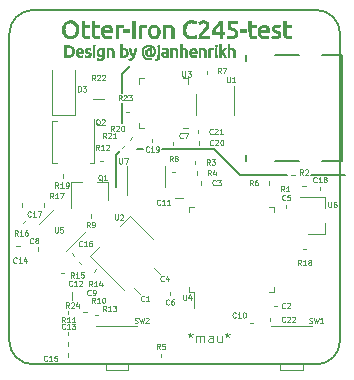
<source format=gto>
G04 #@! TF.GenerationSoftware,KiCad,Pcbnew,5.1.5-52549c5~84~ubuntu19.10.1*
G04 #@! TF.CreationDate,2020-03-01T18:45:08+01:00*
G04 #@! TF.ProjectId,C245,43323435-2e6b-4696-9361-645f70636258,rev?*
G04 #@! TF.SameCoordinates,Original*
G04 #@! TF.FileFunction,Legend,Top*
G04 #@! TF.FilePolarity,Positive*
%FSLAX46Y46*%
G04 Gerber Fmt 4.6, Leading zero omitted, Abs format (unit mm)*
G04 Created by KiCad (PCBNEW 5.1.5-52549c5~84~ubuntu19.10.1) date 2020-03-01 18:45:08*
%MOMM*%
%LPD*%
G04 APERTURE LIST*
%ADD10C,0.100000*%
%ADD11C,0.150000*%
%ADD12C,0.120000*%
%ADD13C,0.010000*%
G04 APERTURE END LIST*
D10*
X101338095Y-117311904D02*
X101338095Y-117502380D01*
X101147619Y-117426190D02*
X101338095Y-117502380D01*
X101528571Y-117426190D01*
X101223809Y-117654761D02*
X101338095Y-117502380D01*
X101452380Y-117654761D01*
X101833333Y-118111904D02*
X101833333Y-117578571D01*
X101833333Y-117654761D02*
X101871428Y-117616666D01*
X101947619Y-117578571D01*
X102061904Y-117578571D01*
X102138095Y-117616666D01*
X102176190Y-117692857D01*
X102176190Y-118111904D01*
X102176190Y-117692857D02*
X102214285Y-117616666D01*
X102290476Y-117578571D01*
X102404761Y-117578571D01*
X102480952Y-117616666D01*
X102519047Y-117692857D01*
X102519047Y-118111904D01*
X103242857Y-118111904D02*
X103242857Y-117692857D01*
X103204761Y-117616666D01*
X103128571Y-117578571D01*
X102976190Y-117578571D01*
X102900000Y-117616666D01*
X103242857Y-118073809D02*
X103166666Y-118111904D01*
X102976190Y-118111904D01*
X102900000Y-118073809D01*
X102861904Y-117997619D01*
X102861904Y-117921428D01*
X102900000Y-117845238D01*
X102976190Y-117807142D01*
X103166666Y-117807142D01*
X103242857Y-117769047D01*
X103966666Y-117578571D02*
X103966666Y-118111904D01*
X103623809Y-117578571D02*
X103623809Y-117997619D01*
X103661904Y-118073809D01*
X103738095Y-118111904D01*
X103852380Y-118111904D01*
X103928571Y-118073809D01*
X103966666Y-118035714D01*
X104461904Y-117311904D02*
X104461904Y-117502380D01*
X104271428Y-117426190D02*
X104461904Y-117502380D01*
X104652380Y-117426190D01*
X104347619Y-117654761D02*
X104461904Y-117502380D01*
X104576190Y-117654761D01*
D11*
X95500000Y-95400000D02*
X96200000Y-94700000D01*
X95500000Y-97000000D02*
X95500000Y-95400000D01*
X95500000Y-99600000D02*
X95500000Y-97850000D01*
X95000000Y-102300000D02*
X95000000Y-105000000D01*
X95350000Y-101950000D02*
X95000000Y-102300000D01*
X97300000Y-101800000D02*
X96800000Y-101800000D01*
X103300000Y-101800000D02*
X98900000Y-101800000D01*
X105500000Y-104000000D02*
X103300000Y-101800000D01*
X109500000Y-104000000D02*
X105500000Y-104000000D01*
X114400000Y-104000000D02*
X111500000Y-104000000D01*
X88000000Y-120000001D02*
G75*
G02X85999999Y-118000000I0J2000001D01*
G01*
X114000001Y-118000000D02*
G75*
G02X112000000Y-120000001I-2000001J0D01*
G01*
X112000000Y-89999999D02*
G75*
G02X114000001Y-92000000I0J-2000001D01*
G01*
X86000000Y-92000000D02*
G75*
G02X88000000Y-90000000I2000000J0D01*
G01*
X86000000Y-92000000D02*
X85999999Y-118000000D01*
X112000000Y-90000000D02*
X88000000Y-90000000D01*
X114000000Y-118000000D02*
X114000000Y-92000000D01*
X88000000Y-120000001D02*
X112000000Y-120000001D01*
D12*
X100685000Y-100010000D02*
X101160000Y-100010000D01*
X96940000Y-95790000D02*
X96940000Y-96265000D01*
X97415000Y-95790000D02*
X96940000Y-95790000D01*
X101160000Y-95790000D02*
X101160000Y-96265000D01*
X100685000Y-95790000D02*
X101160000Y-95790000D01*
X96940000Y-100010000D02*
X96940000Y-99535000D01*
X97415000Y-100010000D02*
X96940000Y-100010000D01*
D13*
G36*
X106030100Y-91826100D02*
G01*
X105509400Y-91826100D01*
X105509400Y-91648300D01*
X106030100Y-91648300D01*
X106030100Y-91826100D01*
G37*
X106030100Y-91826100D02*
X105509400Y-91826100D01*
X105509400Y-91648300D01*
X106030100Y-91648300D01*
X106030100Y-91826100D01*
G36*
X96162200Y-91826100D02*
G01*
X95641500Y-91826100D01*
X95641500Y-91648300D01*
X96162200Y-91648300D01*
X96162200Y-91826100D01*
G37*
X96162200Y-91826100D02*
X95641500Y-91826100D01*
X95641500Y-91648300D01*
X96162200Y-91648300D01*
X96162200Y-91826100D01*
G36*
X103998100Y-91838800D02*
G01*
X104163200Y-91838800D01*
X104163200Y-92003900D01*
X103998100Y-92003900D01*
X103998100Y-92372200D01*
X103807600Y-92372200D01*
X103807600Y-92004328D01*
X103153550Y-91997550D01*
X103149744Y-91931846D01*
X103149569Y-91895928D01*
X103155129Y-91862764D01*
X103163626Y-91838800D01*
X103336504Y-91838800D01*
X103807600Y-91838800D01*
X103807600Y-91495900D01*
X103807262Y-91405555D01*
X103806310Y-91324127D01*
X103804834Y-91254889D01*
X103802925Y-91201111D01*
X103800674Y-91166066D01*
X103798172Y-91153026D01*
X103798075Y-91153009D01*
X103785021Y-91162805D01*
X103760205Y-91189764D01*
X103726457Y-91230260D01*
X103686608Y-91280665D01*
X103643489Y-91337354D01*
X103599929Y-91396699D01*
X103558760Y-91455073D01*
X103535671Y-91489199D01*
X103494591Y-91553465D01*
X103451752Y-91624349D01*
X103413345Y-91691438D01*
X103394079Y-91727324D01*
X103336504Y-91838800D01*
X103163626Y-91838800D01*
X103168628Y-91824693D01*
X103192271Y-91774058D01*
X103199091Y-91760396D01*
X103273144Y-91623960D01*
X103361878Y-91478436D01*
X103460436Y-91330970D01*
X103563964Y-91188710D01*
X103667607Y-91058801D01*
X103706159Y-91013993D01*
X103796299Y-90911700D01*
X103998100Y-90911700D01*
X103998100Y-91838800D01*
G37*
X103998100Y-91838800D02*
X104163200Y-91838800D01*
X104163200Y-92003900D01*
X103998100Y-92003900D01*
X103998100Y-92372200D01*
X103807600Y-92372200D01*
X103807600Y-92004328D01*
X103153550Y-91997550D01*
X103149744Y-91931846D01*
X103149569Y-91895928D01*
X103155129Y-91862764D01*
X103163626Y-91838800D01*
X103336504Y-91838800D01*
X103807600Y-91838800D01*
X103807600Y-91495900D01*
X103807262Y-91405555D01*
X103806310Y-91324127D01*
X103804834Y-91254889D01*
X103802925Y-91201111D01*
X103800674Y-91166066D01*
X103798172Y-91153026D01*
X103798075Y-91153009D01*
X103785021Y-91162805D01*
X103760205Y-91189764D01*
X103726457Y-91230260D01*
X103686608Y-91280665D01*
X103643489Y-91337354D01*
X103599929Y-91396699D01*
X103558760Y-91455073D01*
X103535671Y-91489199D01*
X103494591Y-91553465D01*
X103451752Y-91624349D01*
X103413345Y-91691438D01*
X103394079Y-91727324D01*
X103336504Y-91838800D01*
X103163626Y-91838800D01*
X103168628Y-91824693D01*
X103192271Y-91774058D01*
X103199091Y-91760396D01*
X103273144Y-91623960D01*
X103361878Y-91478436D01*
X103460436Y-91330970D01*
X103563964Y-91188710D01*
X103667607Y-91058801D01*
X103706159Y-91013993D01*
X103796299Y-90911700D01*
X103998100Y-90911700D01*
X103998100Y-91838800D01*
G36*
X102561990Y-90892814D02*
G01*
X102664559Y-90931125D01*
X102664600Y-90931145D01*
X102738411Y-90979825D01*
X102792638Y-91041887D01*
X102828197Y-91119039D01*
X102846006Y-91212990D01*
X102848568Y-91273650D01*
X102846948Y-91327939D01*
X102840989Y-91376672D01*
X102828967Y-91422675D01*
X102809155Y-91468772D01*
X102779827Y-91517790D01*
X102739259Y-91572556D01*
X102685724Y-91635894D01*
X102617497Y-91710631D01*
X102532851Y-91799592D01*
X102517955Y-91815039D01*
X102431697Y-91906777D01*
X102359528Y-91988557D01*
X102302529Y-92058988D01*
X102261777Y-92116676D01*
X102238352Y-92160229D01*
X102232800Y-92183147D01*
X102233905Y-92190345D01*
X102239114Y-92195937D01*
X102251266Y-92200126D01*
X102273197Y-92203113D01*
X102307748Y-92205100D01*
X102357756Y-92206290D01*
X102426059Y-92206884D01*
X102515497Y-92207084D01*
X102569350Y-92207100D01*
X102905900Y-92207100D01*
X102905900Y-92372200D01*
X102013559Y-92372200D01*
X102019697Y-92276558D01*
X102025160Y-92222127D01*
X102035615Y-92175536D01*
X102054054Y-92126482D01*
X102078193Y-92075255D01*
X102098309Y-92036797D01*
X102120357Y-91999928D01*
X102146569Y-91961946D01*
X102179181Y-91920149D01*
X102220428Y-91871836D01*
X102272544Y-91814305D01*
X102337765Y-91744853D01*
X102418324Y-91660779D01*
X102437148Y-91641272D01*
X102516227Y-91555050D01*
X102575400Y-91479797D01*
X102616070Y-91412662D01*
X102639641Y-91350793D01*
X102647517Y-91291337D01*
X102641101Y-91231444D01*
X102640406Y-91228276D01*
X102617058Y-91163306D01*
X102577671Y-91114691D01*
X102524640Y-91079975D01*
X102451790Y-91056352D01*
X102370283Y-91053145D01*
X102285169Y-91069381D01*
X102201494Y-91104089D01*
X102124308Y-91156300D01*
X102123309Y-91157141D01*
X102083668Y-91190607D01*
X102035774Y-91118472D01*
X101987879Y-91046337D01*
X102030964Y-91009796D01*
X102123181Y-90947299D01*
X102227315Y-90903742D01*
X102338445Y-90879734D01*
X102451644Y-90875888D01*
X102561990Y-90892814D01*
G37*
X102561990Y-90892814D02*
X102664559Y-90931125D01*
X102664600Y-90931145D01*
X102738411Y-90979825D01*
X102792638Y-91041887D01*
X102828197Y-91119039D01*
X102846006Y-91212990D01*
X102848568Y-91273650D01*
X102846948Y-91327939D01*
X102840989Y-91376672D01*
X102828967Y-91422675D01*
X102809155Y-91468772D01*
X102779827Y-91517790D01*
X102739259Y-91572556D01*
X102685724Y-91635894D01*
X102617497Y-91710631D01*
X102532851Y-91799592D01*
X102517955Y-91815039D01*
X102431697Y-91906777D01*
X102359528Y-91988557D01*
X102302529Y-92058988D01*
X102261777Y-92116676D01*
X102238352Y-92160229D01*
X102232800Y-92183147D01*
X102233905Y-92190345D01*
X102239114Y-92195937D01*
X102251266Y-92200126D01*
X102273197Y-92203113D01*
X102307748Y-92205100D01*
X102357756Y-92206290D01*
X102426059Y-92206884D01*
X102515497Y-92207084D01*
X102569350Y-92207100D01*
X102905900Y-92207100D01*
X102905900Y-92372200D01*
X102013559Y-92372200D01*
X102019697Y-92276558D01*
X102025160Y-92222127D01*
X102035615Y-92175536D01*
X102054054Y-92126482D01*
X102078193Y-92075255D01*
X102098309Y-92036797D01*
X102120357Y-91999928D01*
X102146569Y-91961946D01*
X102179181Y-91920149D01*
X102220428Y-91871836D01*
X102272544Y-91814305D01*
X102337765Y-91744853D01*
X102418324Y-91660779D01*
X102437148Y-91641272D01*
X102516227Y-91555050D01*
X102575400Y-91479797D01*
X102616070Y-91412662D01*
X102639641Y-91350793D01*
X102647517Y-91291337D01*
X102641101Y-91231444D01*
X102640406Y-91228276D01*
X102617058Y-91163306D01*
X102577671Y-91114691D01*
X102524640Y-91079975D01*
X102451790Y-91056352D01*
X102370283Y-91053145D01*
X102285169Y-91069381D01*
X102201494Y-91104089D01*
X102124308Y-91156300D01*
X102123309Y-91157141D01*
X102083668Y-91190607D01*
X102035774Y-91118472D01*
X101987879Y-91046337D01*
X102030964Y-91009796D01*
X102123181Y-90947299D01*
X102227315Y-90903742D01*
X102338445Y-90879734D01*
X102451644Y-90875888D01*
X102561990Y-90892814D01*
G36*
X99545017Y-91259396D02*
G01*
X99636314Y-91274830D01*
X99710549Y-91302582D01*
X99771059Y-91344294D01*
X99821184Y-91401608D01*
X99857900Y-91463389D01*
X99902350Y-91550402D01*
X99910292Y-92372200D01*
X99718200Y-92372200D01*
X99718200Y-92046215D01*
X99717455Y-91912962D01*
X99714845Y-91802557D01*
X99709803Y-91712480D01*
X99701764Y-91640213D01*
X99690163Y-91583236D01*
X99674434Y-91539030D01*
X99654011Y-91505077D01*
X99628330Y-91478858D01*
X99596824Y-91457852D01*
X99584682Y-91451450D01*
X99553183Y-91438559D01*
X99517042Y-91430894D01*
X99469011Y-91427421D01*
X99413400Y-91426992D01*
X99356330Y-91428328D01*
X99305295Y-91431109D01*
X99268151Y-91434841D01*
X99257825Y-91436759D01*
X99222900Y-91445583D01*
X99222900Y-92372200D01*
X99019700Y-92372200D01*
X99019700Y-91839655D01*
X99019757Y-91709080D01*
X99019992Y-91601628D01*
X99020499Y-91515025D01*
X99021371Y-91446995D01*
X99022702Y-91395262D01*
X99024586Y-91357550D01*
X99027117Y-91331584D01*
X99030388Y-91315088D01*
X99034494Y-91305786D01*
X99039528Y-91301403D01*
X99041925Y-91300487D01*
X99097536Y-91287494D01*
X99170633Y-91275501D01*
X99253298Y-91265436D01*
X99337618Y-91258226D01*
X99415677Y-91254798D01*
X99433319Y-91254640D01*
X99545017Y-91259396D01*
G37*
X99545017Y-91259396D02*
X99636314Y-91274830D01*
X99710549Y-91302582D01*
X99771059Y-91344294D01*
X99821184Y-91401608D01*
X99857900Y-91463389D01*
X99902350Y-91550402D01*
X99910292Y-92372200D01*
X99718200Y-92372200D01*
X99718200Y-92046215D01*
X99717455Y-91912962D01*
X99714845Y-91802557D01*
X99709803Y-91712480D01*
X99701764Y-91640213D01*
X99690163Y-91583236D01*
X99674434Y-91539030D01*
X99654011Y-91505077D01*
X99628330Y-91478858D01*
X99596824Y-91457852D01*
X99584682Y-91451450D01*
X99553183Y-91438559D01*
X99517042Y-91430894D01*
X99469011Y-91427421D01*
X99413400Y-91426992D01*
X99356330Y-91428328D01*
X99305295Y-91431109D01*
X99268151Y-91434841D01*
X99257825Y-91436759D01*
X99222900Y-91445583D01*
X99222900Y-92372200D01*
X99019700Y-92372200D01*
X99019700Y-91839655D01*
X99019757Y-91709080D01*
X99019992Y-91601628D01*
X99020499Y-91515025D01*
X99021371Y-91446995D01*
X99022702Y-91395262D01*
X99024586Y-91357550D01*
X99027117Y-91331584D01*
X99030388Y-91315088D01*
X99034494Y-91305786D01*
X99039528Y-91301403D01*
X99041925Y-91300487D01*
X99097536Y-91287494D01*
X99170633Y-91275501D01*
X99253298Y-91265436D01*
X99337618Y-91258226D01*
X99415677Y-91254798D01*
X99433319Y-91254640D01*
X99545017Y-91259396D01*
G36*
X97492992Y-91263253D02*
G01*
X97521530Y-91268578D01*
X97559477Y-91277991D01*
X97577691Y-91287492D01*
X97581567Y-91300895D01*
X97579913Y-91309853D01*
X97573627Y-91339616D01*
X97566314Y-91380262D01*
X97564316Y-91392487D01*
X97555517Y-91447825D01*
X97509733Y-91439500D01*
X97392999Y-91424388D01*
X97291358Y-91424759D01*
X97236516Y-91432179D01*
X97152800Y-91447976D01*
X97152800Y-92372200D01*
X96962300Y-92372200D01*
X96962300Y-91318809D01*
X97028975Y-91299555D01*
X97146627Y-91272568D01*
X97268391Y-91257194D01*
X97386452Y-91253925D01*
X97492992Y-91263253D01*
G37*
X97492992Y-91263253D02*
X97521530Y-91268578D01*
X97559477Y-91277991D01*
X97577691Y-91287492D01*
X97581567Y-91300895D01*
X97579913Y-91309853D01*
X97573627Y-91339616D01*
X97566314Y-91380262D01*
X97564316Y-91392487D01*
X97555517Y-91447825D01*
X97509733Y-91439500D01*
X97392999Y-91424388D01*
X97291358Y-91424759D01*
X97236516Y-91432179D01*
X97152800Y-91447976D01*
X97152800Y-92372200D01*
X96962300Y-92372200D01*
X96962300Y-91318809D01*
X97028975Y-91299555D01*
X97146627Y-91272568D01*
X97268391Y-91257194D01*
X97386452Y-91253925D01*
X97492992Y-91263253D01*
G36*
X96606700Y-92372200D02*
G01*
X96403500Y-92372200D01*
X96403500Y-90911700D01*
X96606700Y-90911700D01*
X96606700Y-92372200D01*
G37*
X96606700Y-92372200D02*
X96403500Y-92372200D01*
X96403500Y-90911700D01*
X96606700Y-90911700D01*
X96606700Y-92372200D01*
G36*
X95537192Y-91263253D02*
G01*
X95565730Y-91268578D01*
X95603677Y-91277991D01*
X95621891Y-91287492D01*
X95625767Y-91300895D01*
X95624113Y-91309853D01*
X95617827Y-91339616D01*
X95610514Y-91380262D01*
X95608516Y-91392487D01*
X95599717Y-91447825D01*
X95553933Y-91439500D01*
X95437199Y-91424388D01*
X95335558Y-91424759D01*
X95280716Y-91432179D01*
X95197000Y-91447976D01*
X95197000Y-92372200D01*
X95006500Y-92372200D01*
X95006500Y-91318809D01*
X95073175Y-91299555D01*
X95190827Y-91272568D01*
X95312591Y-91257194D01*
X95430652Y-91253925D01*
X95537192Y-91263253D01*
G37*
X95537192Y-91263253D02*
X95565730Y-91268578D01*
X95603677Y-91277991D01*
X95621891Y-91287492D01*
X95625767Y-91300895D01*
X95624113Y-91309853D01*
X95617827Y-91339616D01*
X95610514Y-91380262D01*
X95608516Y-91392487D01*
X95599717Y-91447825D01*
X95553933Y-91439500D01*
X95437199Y-91424388D01*
X95335558Y-91424759D01*
X95280716Y-91432179D01*
X95197000Y-91447976D01*
X95197000Y-92372200D01*
X95006500Y-92372200D01*
X95006500Y-91318809D01*
X95073175Y-91299555D01*
X95190827Y-91272568D01*
X95312591Y-91257194D01*
X95430652Y-91253925D01*
X95537192Y-91263253D01*
G36*
X109395600Y-91266670D02*
G01*
X109808350Y-91273650D01*
X109815912Y-91432400D01*
X109394039Y-91432400D01*
X109397994Y-91759425D01*
X109399705Y-91871502D01*
X109402238Y-91961078D01*
X109406201Y-92031050D01*
X109412204Y-92084314D01*
X109420856Y-92123769D01*
X109432766Y-92152312D01*
X109448543Y-92172840D01*
X109468797Y-92188250D01*
X109490575Y-92199768D01*
X109540616Y-92214034D01*
X109604718Y-92219059D01*
X109673292Y-92214858D01*
X109736746Y-92201451D01*
X109743275Y-92199321D01*
X109779467Y-92189159D01*
X109805323Y-92185884D01*
X109812204Y-92187671D01*
X109820284Y-92204951D01*
X109829713Y-92237251D01*
X109838477Y-92275459D01*
X109844561Y-92310465D01*
X109845948Y-92333158D01*
X109845082Y-92336312D01*
X109825494Y-92349229D01*
X109786373Y-92361939D01*
X109733574Y-92373577D01*
X109672957Y-92383277D01*
X109610377Y-92390174D01*
X109551694Y-92393401D01*
X109502764Y-92392094D01*
X109484500Y-92389608D01*
X109395396Y-92364419D01*
X109325288Y-92325701D01*
X109272336Y-92271318D01*
X109234705Y-92199132D01*
X109210556Y-92107007D01*
X109204198Y-92063583D01*
X109201458Y-92027200D01*
X109199111Y-91968963D01*
X109197212Y-91892418D01*
X109195813Y-91801109D01*
X109194967Y-91698582D01*
X109194728Y-91588379D01*
X109195150Y-91474047D01*
X109195212Y-91465060D01*
X109198750Y-90970671D01*
X109232956Y-90961526D01*
X109266181Y-90954304D01*
X109310775Y-90946583D01*
X109331381Y-90943548D01*
X109395600Y-90934716D01*
X109395600Y-91266670D01*
G37*
X109395600Y-91266670D02*
X109808350Y-91273650D01*
X109815912Y-91432400D01*
X109394039Y-91432400D01*
X109397994Y-91759425D01*
X109399705Y-91871502D01*
X109402238Y-91961078D01*
X109406201Y-92031050D01*
X109412204Y-92084314D01*
X109420856Y-92123769D01*
X109432766Y-92152312D01*
X109448543Y-92172840D01*
X109468797Y-92188250D01*
X109490575Y-92199768D01*
X109540616Y-92214034D01*
X109604718Y-92219059D01*
X109673292Y-92214858D01*
X109736746Y-92201451D01*
X109743275Y-92199321D01*
X109779467Y-92189159D01*
X109805323Y-92185884D01*
X109812204Y-92187671D01*
X109820284Y-92204951D01*
X109829713Y-92237251D01*
X109838477Y-92275459D01*
X109844561Y-92310465D01*
X109845948Y-92333158D01*
X109845082Y-92336312D01*
X109825494Y-92349229D01*
X109786373Y-92361939D01*
X109733574Y-92373577D01*
X109672957Y-92383277D01*
X109610377Y-92390174D01*
X109551694Y-92393401D01*
X109502764Y-92392094D01*
X109484500Y-92389608D01*
X109395396Y-92364419D01*
X109325288Y-92325701D01*
X109272336Y-92271318D01*
X109234705Y-92199132D01*
X109210556Y-92107007D01*
X109204198Y-92063583D01*
X109201458Y-92027200D01*
X109199111Y-91968963D01*
X109197212Y-91892418D01*
X109195813Y-91801109D01*
X109194967Y-91698582D01*
X109194728Y-91588379D01*
X109195150Y-91474047D01*
X109195212Y-91465060D01*
X109198750Y-90970671D01*
X109232956Y-90961526D01*
X109266181Y-90954304D01*
X109310775Y-90946583D01*
X109331381Y-90943548D01*
X109395600Y-90934716D01*
X109395600Y-91266670D01*
G36*
X108655796Y-91251429D02*
G01*
X108720535Y-91256989D01*
X108783000Y-91265218D01*
X108836472Y-91275160D01*
X108874233Y-91285860D01*
X108884160Y-91290574D01*
X108890604Y-91307180D01*
X108889700Y-91338407D01*
X108883242Y-91376235D01*
X108873026Y-91412646D01*
X108860844Y-91439621D01*
X108848675Y-91449166D01*
X108828157Y-91445533D01*
X108790225Y-91437965D01*
X108742277Y-91427948D01*
X108731203Y-91425580D01*
X108639895Y-91412454D01*
X108560001Y-91413690D01*
X108493689Y-91428208D01*
X108443128Y-91454930D01*
X108410486Y-91492776D01*
X108397933Y-91540666D01*
X108404590Y-91588171D01*
X108417108Y-91617305D01*
X108438176Y-91643396D01*
X108471130Y-91668689D01*
X108519307Y-91695429D01*
X108586045Y-91725864D01*
X108646300Y-91750855D01*
X108731295Y-91786562D01*
X108795874Y-91817388D01*
X108843889Y-91845950D01*
X108879190Y-91874866D01*
X108905628Y-91906755D01*
X108925150Y-91940400D01*
X108952709Y-92020549D01*
X108958085Y-92103079D01*
X108941909Y-92182682D01*
X108904813Y-92254049D01*
X108884964Y-92278338D01*
X108835858Y-92322454D01*
X108779025Y-92354379D01*
X108709918Y-92375657D01*
X108623992Y-92387834D01*
X108551050Y-92391779D01*
X108490752Y-92392905D01*
X108437112Y-92392817D01*
X108396922Y-92391586D01*
X108379600Y-92389941D01*
X108350486Y-92383671D01*
X108307227Y-92373341D01*
X108268475Y-92363565D01*
X108223418Y-92350241D01*
X108198703Y-92337867D01*
X108189535Y-92323739D01*
X108189100Y-92318788D01*
X108191673Y-92296769D01*
X108198068Y-92261898D01*
X108206292Y-92223429D01*
X108214356Y-92190618D01*
X108220269Y-92172720D01*
X108220639Y-92172142D01*
X108232784Y-92174446D01*
X108262103Y-92183627D01*
X108298141Y-92196228D01*
X108360807Y-92212872D01*
X108434750Y-92223084D01*
X108512606Y-92226779D01*
X108587010Y-92223872D01*
X108650597Y-92214278D01*
X108690750Y-92200750D01*
X108727109Y-92177514D01*
X108746727Y-92148909D01*
X108753055Y-92128786D01*
X108758470Y-92084145D01*
X108749826Y-92044376D01*
X108725154Y-92007607D01*
X108682480Y-91971967D01*
X108619835Y-91935583D01*
X108535246Y-91896584D01*
X108488008Y-91877084D01*
X108388150Y-91831451D01*
X108311799Y-91783372D01*
X108257065Y-91730744D01*
X108222058Y-91671465D01*
X108204888Y-91603434D01*
X108202357Y-91559400D01*
X108213315Y-91475455D01*
X108246761Y-91402931D01*
X108303461Y-91340043D01*
X108369864Y-91294847D01*
X108446538Y-91265840D01*
X108538140Y-91251576D01*
X108595500Y-91249495D01*
X108655796Y-91251429D01*
G37*
X108655796Y-91251429D02*
X108720535Y-91256989D01*
X108783000Y-91265218D01*
X108836472Y-91275160D01*
X108874233Y-91285860D01*
X108884160Y-91290574D01*
X108890604Y-91307180D01*
X108889700Y-91338407D01*
X108883242Y-91376235D01*
X108873026Y-91412646D01*
X108860844Y-91439621D01*
X108848675Y-91449166D01*
X108828157Y-91445533D01*
X108790225Y-91437965D01*
X108742277Y-91427948D01*
X108731203Y-91425580D01*
X108639895Y-91412454D01*
X108560001Y-91413690D01*
X108493689Y-91428208D01*
X108443128Y-91454930D01*
X108410486Y-91492776D01*
X108397933Y-91540666D01*
X108404590Y-91588171D01*
X108417108Y-91617305D01*
X108438176Y-91643396D01*
X108471130Y-91668689D01*
X108519307Y-91695429D01*
X108586045Y-91725864D01*
X108646300Y-91750855D01*
X108731295Y-91786562D01*
X108795874Y-91817388D01*
X108843889Y-91845950D01*
X108879190Y-91874866D01*
X108905628Y-91906755D01*
X108925150Y-91940400D01*
X108952709Y-92020549D01*
X108958085Y-92103079D01*
X108941909Y-92182682D01*
X108904813Y-92254049D01*
X108884964Y-92278338D01*
X108835858Y-92322454D01*
X108779025Y-92354379D01*
X108709918Y-92375657D01*
X108623992Y-92387834D01*
X108551050Y-92391779D01*
X108490752Y-92392905D01*
X108437112Y-92392817D01*
X108396922Y-92391586D01*
X108379600Y-92389941D01*
X108350486Y-92383671D01*
X108307227Y-92373341D01*
X108268475Y-92363565D01*
X108223418Y-92350241D01*
X108198703Y-92337867D01*
X108189535Y-92323739D01*
X108189100Y-92318788D01*
X108191673Y-92296769D01*
X108198068Y-92261898D01*
X108206292Y-92223429D01*
X108214356Y-92190618D01*
X108220269Y-92172720D01*
X108220639Y-92172142D01*
X108232784Y-92174446D01*
X108262103Y-92183627D01*
X108298141Y-92196228D01*
X108360807Y-92212872D01*
X108434750Y-92223084D01*
X108512606Y-92226779D01*
X108587010Y-92223872D01*
X108650597Y-92214278D01*
X108690750Y-92200750D01*
X108727109Y-92177514D01*
X108746727Y-92148909D01*
X108753055Y-92128786D01*
X108758470Y-92084145D01*
X108749826Y-92044376D01*
X108725154Y-92007607D01*
X108682480Y-91971967D01*
X108619835Y-91935583D01*
X108535246Y-91896584D01*
X108488008Y-91877084D01*
X108388150Y-91831451D01*
X108311799Y-91783372D01*
X108257065Y-91730744D01*
X108222058Y-91671465D01*
X108204888Y-91603434D01*
X108202357Y-91559400D01*
X108213315Y-91475455D01*
X108246761Y-91402931D01*
X108303461Y-91340043D01*
X108369864Y-91294847D01*
X108446538Y-91265840D01*
X108538140Y-91251576D01*
X108595500Y-91249495D01*
X108655796Y-91251429D01*
G36*
X107618790Y-91254727D02*
G01*
X107718795Y-91283018D01*
X107802192Y-91329179D01*
X107869403Y-91393784D01*
X107920844Y-91477410D01*
X107956936Y-91580630D01*
X107978099Y-91704021D01*
X107982118Y-91753075D01*
X107989736Y-91876900D01*
X107227367Y-91876900D01*
X107239370Y-91942937D01*
X107266282Y-92035082D01*
X107309801Y-92109524D01*
X107368947Y-92165033D01*
X107442737Y-92200380D01*
X107445280Y-92201150D01*
X107512500Y-92214159D01*
X107593839Y-92219442D01*
X107679265Y-92217138D01*
X107758746Y-92207383D01*
X107805504Y-92196187D01*
X107881371Y-92172574D01*
X107894217Y-92250162D01*
X107899729Y-92292128D01*
X107901183Y-92323485D01*
X107898856Y-92336121D01*
X107871992Y-92351002D01*
X107825182Y-92364506D01*
X107763865Y-92376069D01*
X107693483Y-92385126D01*
X107619476Y-92391113D01*
X107547284Y-92393465D01*
X107482348Y-92391617D01*
X107430109Y-92385006D01*
X107429338Y-92384844D01*
X107319694Y-92350169D01*
X107226618Y-92296375D01*
X107150467Y-92223897D01*
X107091593Y-92133165D01*
X107050350Y-92024612D01*
X107027091Y-91898671D01*
X107026477Y-91892638D01*
X107024550Y-91768869D01*
X107033508Y-91711800D01*
X107233773Y-91711800D01*
X107784932Y-91711800D01*
X107776381Y-91657825D01*
X107752499Y-91571985D01*
X107712031Y-91503153D01*
X107657159Y-91452961D01*
X107590067Y-91423042D01*
X107512937Y-91415029D01*
X107460951Y-91421797D01*
X107392305Y-91448852D01*
X107331467Y-91496398D01*
X107282616Y-91559784D01*
X107249928Y-91634362D01*
X107242596Y-91664765D01*
X107233773Y-91711800D01*
X107033508Y-91711800D01*
X107042649Y-91653566D01*
X107078945Y-91548699D01*
X107131611Y-91456234D01*
X107198821Y-91378141D01*
X107278747Y-91316386D01*
X107369561Y-91272938D01*
X107469436Y-91249765D01*
X107576545Y-91248834D01*
X107618790Y-91254727D01*
G37*
X107618790Y-91254727D02*
X107718795Y-91283018D01*
X107802192Y-91329179D01*
X107869403Y-91393784D01*
X107920844Y-91477410D01*
X107956936Y-91580630D01*
X107978099Y-91704021D01*
X107982118Y-91753075D01*
X107989736Y-91876900D01*
X107227367Y-91876900D01*
X107239370Y-91942937D01*
X107266282Y-92035082D01*
X107309801Y-92109524D01*
X107368947Y-92165033D01*
X107442737Y-92200380D01*
X107445280Y-92201150D01*
X107512500Y-92214159D01*
X107593839Y-92219442D01*
X107679265Y-92217138D01*
X107758746Y-92207383D01*
X107805504Y-92196187D01*
X107881371Y-92172574D01*
X107894217Y-92250162D01*
X107899729Y-92292128D01*
X107901183Y-92323485D01*
X107898856Y-92336121D01*
X107871992Y-92351002D01*
X107825182Y-92364506D01*
X107763865Y-92376069D01*
X107693483Y-92385126D01*
X107619476Y-92391113D01*
X107547284Y-92393465D01*
X107482348Y-92391617D01*
X107430109Y-92385006D01*
X107429338Y-92384844D01*
X107319694Y-92350169D01*
X107226618Y-92296375D01*
X107150467Y-92223897D01*
X107091593Y-92133165D01*
X107050350Y-92024612D01*
X107027091Y-91898671D01*
X107026477Y-91892638D01*
X107024550Y-91768869D01*
X107033508Y-91711800D01*
X107233773Y-91711800D01*
X107784932Y-91711800D01*
X107776381Y-91657825D01*
X107752499Y-91571985D01*
X107712031Y-91503153D01*
X107657159Y-91452961D01*
X107590067Y-91423042D01*
X107512937Y-91415029D01*
X107460951Y-91421797D01*
X107392305Y-91448852D01*
X107331467Y-91496398D01*
X107282616Y-91559784D01*
X107249928Y-91634362D01*
X107242596Y-91664765D01*
X107233773Y-91711800D01*
X107033508Y-91711800D01*
X107042649Y-91653566D01*
X107078945Y-91548699D01*
X107131611Y-91456234D01*
X107198821Y-91378141D01*
X107278747Y-91316386D01*
X107369561Y-91272938D01*
X107469436Y-91249765D01*
X107576545Y-91248834D01*
X107618790Y-91254727D01*
G36*
X106428345Y-90946088D02*
G01*
X106432926Y-90974370D01*
X106435584Y-91023924D01*
X106436496Y-91096727D01*
X106436500Y-91102200D01*
X106436500Y-91267300D01*
X106855600Y-91267300D01*
X106855600Y-91432400D01*
X106645087Y-91432399D01*
X106434574Y-91432399D01*
X106438893Y-91753075D01*
X106440748Y-91864036D01*
X106443399Y-91952608D01*
X106447453Y-92021799D01*
X106453517Y-92074621D01*
X106462198Y-92114081D01*
X106474102Y-92143191D01*
X106489837Y-92164960D01*
X106510009Y-92182397D01*
X106527810Y-92194074D01*
X106572784Y-92210812D01*
X106632722Y-92218808D01*
X106698658Y-92217841D01*
X106761629Y-92207692D01*
X106785750Y-92200383D01*
X106820642Y-92188896D01*
X106846156Y-92182410D01*
X106850671Y-92181891D01*
X106859950Y-92193009D01*
X106870357Y-92221062D01*
X106879950Y-92257773D01*
X106886784Y-92294863D01*
X106888916Y-92324055D01*
X106886667Y-92335204D01*
X106865362Y-92350285D01*
X106824352Y-92364108D01*
X106769330Y-92375929D01*
X106705984Y-92385006D01*
X106640005Y-92390596D01*
X106577085Y-92391954D01*
X106522914Y-92388339D01*
X106504145Y-92385160D01*
X106418269Y-92355555D01*
X106348813Y-92306626D01*
X106295140Y-92237869D01*
X106279059Y-92207100D01*
X106272821Y-92192917D01*
X106267615Y-92177855D01*
X106263332Y-92159553D01*
X106259859Y-92135647D01*
X106257087Y-92103774D01*
X106254904Y-92061574D01*
X106253199Y-92006682D01*
X106251862Y-91936736D01*
X106250782Y-91849375D01*
X106249847Y-91742235D01*
X106248948Y-91612954D01*
X106248593Y-91557629D01*
X106244837Y-90965309D01*
X106325834Y-90951204D01*
X106370073Y-90943879D01*
X106405019Y-90938779D01*
X106421665Y-90937100D01*
X106428345Y-90946088D01*
G37*
X106428345Y-90946088D02*
X106432926Y-90974370D01*
X106435584Y-91023924D01*
X106436496Y-91096727D01*
X106436500Y-91102200D01*
X106436500Y-91267300D01*
X106855600Y-91267300D01*
X106855600Y-91432400D01*
X106645087Y-91432399D01*
X106434574Y-91432399D01*
X106438893Y-91753075D01*
X106440748Y-91864036D01*
X106443399Y-91952608D01*
X106447453Y-92021799D01*
X106453517Y-92074621D01*
X106462198Y-92114081D01*
X106474102Y-92143191D01*
X106489837Y-92164960D01*
X106510009Y-92182397D01*
X106527810Y-92194074D01*
X106572784Y-92210812D01*
X106632722Y-92218808D01*
X106698658Y-92217841D01*
X106761629Y-92207692D01*
X106785750Y-92200383D01*
X106820642Y-92188896D01*
X106846156Y-92182410D01*
X106850671Y-92181891D01*
X106859950Y-92193009D01*
X106870357Y-92221062D01*
X106879950Y-92257773D01*
X106886784Y-92294863D01*
X106888916Y-92324055D01*
X106886667Y-92335204D01*
X106865362Y-92350285D01*
X106824352Y-92364108D01*
X106769330Y-92375929D01*
X106705984Y-92385006D01*
X106640005Y-92390596D01*
X106577085Y-92391954D01*
X106522914Y-92388339D01*
X106504145Y-92385160D01*
X106418269Y-92355555D01*
X106348813Y-92306626D01*
X106295140Y-92237869D01*
X106279059Y-92207100D01*
X106272821Y-92192917D01*
X106267615Y-92177855D01*
X106263332Y-92159553D01*
X106259859Y-92135647D01*
X106257087Y-92103774D01*
X106254904Y-92061574D01*
X106253199Y-92006682D01*
X106251862Y-91936736D01*
X106250782Y-91849375D01*
X106249847Y-91742235D01*
X106248948Y-91612954D01*
X106248593Y-91557629D01*
X106244837Y-90965309D01*
X106325834Y-90951204D01*
X106370073Y-90943879D01*
X106405019Y-90938779D01*
X106421665Y-90937100D01*
X106428345Y-90946088D01*
G36*
X104884888Y-90911697D02*
G01*
X104894808Y-90911699D01*
X105242700Y-90911700D01*
X105242700Y-91076800D01*
X104712581Y-91076800D01*
X104704824Y-91162525D01*
X104699955Y-91218760D01*
X104694414Y-91286428D01*
X104689336Y-91351622D01*
X104688972Y-91356465D01*
X104680879Y-91464680D01*
X104817776Y-91486396D01*
X104945531Y-91514263D01*
X105051886Y-91554322D01*
X105138135Y-91607351D01*
X105205567Y-91674128D01*
X105251846Y-91747861D01*
X105268110Y-91783481D01*
X105278472Y-91815362D01*
X105284231Y-91851056D01*
X105286688Y-91898119D01*
X105287150Y-91953100D01*
X105283859Y-92040216D01*
X105272496Y-92108998D01*
X105250823Y-92165830D01*
X105216603Y-92217098D01*
X105181007Y-92256092D01*
X105107853Y-92315492D01*
X105022892Y-92357939D01*
X104923332Y-92384348D01*
X104806379Y-92395637D01*
X104754256Y-92396126D01*
X104697256Y-92394961D01*
X104647754Y-92393025D01*
X104612638Y-92390636D01*
X104601350Y-92389118D01*
X104576586Y-92382830D01*
X104536297Y-92371715D01*
X104490225Y-92358475D01*
X104444382Y-92344086D01*
X104417412Y-92329857D01*
X104406131Y-92309691D01*
X104407356Y-92277494D01*
X104417904Y-92227170D01*
X104419053Y-92222189D01*
X104433606Y-92159141D01*
X104523828Y-92191095D01*
X104605767Y-92212855D01*
X104695011Y-92224404D01*
X104783978Y-92225639D01*
X104865085Y-92216459D01*
X104930748Y-92196759D01*
X104931085Y-92196606D01*
X104986288Y-92168371D01*
X105023923Y-92139517D01*
X105051137Y-92103555D01*
X105066414Y-92073750D01*
X105087049Y-92001690D01*
X105088354Y-91924154D01*
X105071359Y-91848911D01*
X105037093Y-91783733D01*
X105026199Y-91770206D01*
X104976543Y-91729458D01*
X104906336Y-91694416D01*
X104820050Y-91666423D01*
X104722157Y-91646821D01*
X104617126Y-91636951D01*
X104579125Y-91636043D01*
X104549784Y-91636619D01*
X104527541Y-91636662D01*
X104511688Y-91633129D01*
X104501514Y-91622977D01*
X104496310Y-91603163D01*
X104495365Y-91570645D01*
X104497969Y-91522379D01*
X104503414Y-91455323D01*
X104510989Y-91366435D01*
X104512362Y-91349850D01*
X104518612Y-91269125D01*
X104524003Y-91190524D01*
X104528159Y-91120258D01*
X104530704Y-91064536D01*
X104531329Y-91036563D01*
X104530864Y-91000195D01*
X104531117Y-90971621D01*
X104534804Y-90949910D01*
X104544641Y-90934127D01*
X104563343Y-90923341D01*
X104593626Y-90916618D01*
X104638206Y-90913025D01*
X104699799Y-90911629D01*
X104781121Y-90911497D01*
X104884888Y-90911697D01*
G37*
X104884888Y-90911697D02*
X104894808Y-90911699D01*
X105242700Y-90911700D01*
X105242700Y-91076800D01*
X104712581Y-91076800D01*
X104704824Y-91162525D01*
X104699955Y-91218760D01*
X104694414Y-91286428D01*
X104689336Y-91351622D01*
X104688972Y-91356465D01*
X104680879Y-91464680D01*
X104817776Y-91486396D01*
X104945531Y-91514263D01*
X105051886Y-91554322D01*
X105138135Y-91607351D01*
X105205567Y-91674128D01*
X105251846Y-91747861D01*
X105268110Y-91783481D01*
X105278472Y-91815362D01*
X105284231Y-91851056D01*
X105286688Y-91898119D01*
X105287150Y-91953100D01*
X105283859Y-92040216D01*
X105272496Y-92108998D01*
X105250823Y-92165830D01*
X105216603Y-92217098D01*
X105181007Y-92256092D01*
X105107853Y-92315492D01*
X105022892Y-92357939D01*
X104923332Y-92384348D01*
X104806379Y-92395637D01*
X104754256Y-92396126D01*
X104697256Y-92394961D01*
X104647754Y-92393025D01*
X104612638Y-92390636D01*
X104601350Y-92389118D01*
X104576586Y-92382830D01*
X104536297Y-92371715D01*
X104490225Y-92358475D01*
X104444382Y-92344086D01*
X104417412Y-92329857D01*
X104406131Y-92309691D01*
X104407356Y-92277494D01*
X104417904Y-92227170D01*
X104419053Y-92222189D01*
X104433606Y-92159141D01*
X104523828Y-92191095D01*
X104605767Y-92212855D01*
X104695011Y-92224404D01*
X104783978Y-92225639D01*
X104865085Y-92216459D01*
X104930748Y-92196759D01*
X104931085Y-92196606D01*
X104986288Y-92168371D01*
X105023923Y-92139517D01*
X105051137Y-92103555D01*
X105066414Y-92073750D01*
X105087049Y-92001690D01*
X105088354Y-91924154D01*
X105071359Y-91848911D01*
X105037093Y-91783733D01*
X105026199Y-91770206D01*
X104976543Y-91729458D01*
X104906336Y-91694416D01*
X104820050Y-91666423D01*
X104722157Y-91646821D01*
X104617126Y-91636951D01*
X104579125Y-91636043D01*
X104549784Y-91636619D01*
X104527541Y-91636662D01*
X104511688Y-91633129D01*
X104501514Y-91622977D01*
X104496310Y-91603163D01*
X104495365Y-91570645D01*
X104497969Y-91522379D01*
X104503414Y-91455323D01*
X104510989Y-91366435D01*
X104512362Y-91349850D01*
X104518612Y-91269125D01*
X104524003Y-91190524D01*
X104528159Y-91120258D01*
X104530704Y-91064536D01*
X104531329Y-91036563D01*
X104530864Y-91000195D01*
X104531117Y-90971621D01*
X104534804Y-90949910D01*
X104544641Y-90934127D01*
X104563343Y-90923341D01*
X104593626Y-90916618D01*
X104638206Y-90913025D01*
X104699799Y-90911629D01*
X104781121Y-90911497D01*
X104884888Y-90911697D01*
G36*
X101450848Y-90876785D02*
G01*
X101517950Y-90885193D01*
X101587015Y-90897841D01*
X101653448Y-90913524D01*
X101712651Y-90931039D01*
X101760028Y-90949184D01*
X101790980Y-90966754D01*
X101801000Y-90981332D01*
X101796685Y-91001742D01*
X101785509Y-91037118D01*
X101773609Y-91069914D01*
X101756346Y-91110494D01*
X101742525Y-91130425D01*
X101729160Y-91133628D01*
X101725984Y-91132478D01*
X101594512Y-91084532D01*
X101470072Y-91059910D01*
X101354104Y-91057725D01*
X101248049Y-91077088D01*
X101153346Y-91117111D01*
X101071437Y-91176907D01*
X101003762Y-91255588D01*
X100951760Y-91352266D01*
X100916873Y-91466053D01*
X100900541Y-91596061D01*
X100899469Y-91641950D01*
X100908570Y-91775464D01*
X100935427Y-91893652D01*
X100979494Y-91995416D01*
X101040225Y-92079659D01*
X101117075Y-92145284D01*
X101162931Y-92171542D01*
X101198796Y-92188701D01*
X101228281Y-92200383D01*
X101257653Y-92207629D01*
X101293177Y-92211478D01*
X101341119Y-92212971D01*
X101407743Y-92213149D01*
X101413424Y-92213139D01*
X101485527Y-92212434D01*
X101539233Y-92210022D01*
X101581531Y-92204990D01*
X101619410Y-92196424D01*
X101659860Y-92183409D01*
X101670855Y-92179476D01*
X101715013Y-92164691D01*
X101749034Y-92155564D01*
X101766816Y-92153673D01*
X101767943Y-92154387D01*
X101774373Y-92171062D01*
X101784680Y-92203181D01*
X101796260Y-92241910D01*
X101806510Y-92278421D01*
X101812828Y-92303883D01*
X101813700Y-92309626D01*
X101801985Y-92321201D01*
X101769920Y-92335830D01*
X101722118Y-92351900D01*
X101663196Y-92367792D01*
X101619508Y-92377597D01*
X101550169Y-92388013D01*
X101468254Y-92394256D01*
X101381370Y-92396319D01*
X101297121Y-92394196D01*
X101223113Y-92387877D01*
X101169359Y-92378021D01*
X101051622Y-92333778D01*
X100947945Y-92268746D01*
X100859371Y-92183944D01*
X100786942Y-92080394D01*
X100731701Y-91959116D01*
X100726660Y-91944563D01*
X100702446Y-91848262D01*
X100687973Y-91737752D01*
X100683699Y-91622470D01*
X100690079Y-91511849D01*
X100702107Y-91437731D01*
X100737450Y-91320956D01*
X100788994Y-91211324D01*
X100853542Y-91114360D01*
X100927894Y-91035592D01*
X100941319Y-91024376D01*
X101037433Y-90961875D01*
X101148879Y-90914487D01*
X101269121Y-90884404D01*
X101390307Y-90873820D01*
X101450848Y-90876785D01*
G37*
X101450848Y-90876785D02*
X101517950Y-90885193D01*
X101587015Y-90897841D01*
X101653448Y-90913524D01*
X101712651Y-90931039D01*
X101760028Y-90949184D01*
X101790980Y-90966754D01*
X101801000Y-90981332D01*
X101796685Y-91001742D01*
X101785509Y-91037118D01*
X101773609Y-91069914D01*
X101756346Y-91110494D01*
X101742525Y-91130425D01*
X101729160Y-91133628D01*
X101725984Y-91132478D01*
X101594512Y-91084532D01*
X101470072Y-91059910D01*
X101354104Y-91057725D01*
X101248049Y-91077088D01*
X101153346Y-91117111D01*
X101071437Y-91176907D01*
X101003762Y-91255588D01*
X100951760Y-91352266D01*
X100916873Y-91466053D01*
X100900541Y-91596061D01*
X100899469Y-91641950D01*
X100908570Y-91775464D01*
X100935427Y-91893652D01*
X100979494Y-91995416D01*
X101040225Y-92079659D01*
X101117075Y-92145284D01*
X101162931Y-92171542D01*
X101198796Y-92188701D01*
X101228281Y-92200383D01*
X101257653Y-92207629D01*
X101293177Y-92211478D01*
X101341119Y-92212971D01*
X101407743Y-92213149D01*
X101413424Y-92213139D01*
X101485527Y-92212434D01*
X101539233Y-92210022D01*
X101581531Y-92204990D01*
X101619410Y-92196424D01*
X101659860Y-92183409D01*
X101670855Y-92179476D01*
X101715013Y-92164691D01*
X101749034Y-92155564D01*
X101766816Y-92153673D01*
X101767943Y-92154387D01*
X101774373Y-92171062D01*
X101784680Y-92203181D01*
X101796260Y-92241910D01*
X101806510Y-92278421D01*
X101812828Y-92303883D01*
X101813700Y-92309626D01*
X101801985Y-92321201D01*
X101769920Y-92335830D01*
X101722118Y-92351900D01*
X101663196Y-92367792D01*
X101619508Y-92377597D01*
X101550169Y-92388013D01*
X101468254Y-92394256D01*
X101381370Y-92396319D01*
X101297121Y-92394196D01*
X101223113Y-92387877D01*
X101169359Y-92378021D01*
X101051622Y-92333778D01*
X100947945Y-92268746D01*
X100859371Y-92183944D01*
X100786942Y-92080394D01*
X100731701Y-91959116D01*
X100726660Y-91944563D01*
X100702446Y-91848262D01*
X100687973Y-91737752D01*
X100683699Y-91622470D01*
X100690079Y-91511849D01*
X100702107Y-91437731D01*
X100737450Y-91320956D01*
X100788994Y-91211324D01*
X100853542Y-91114360D01*
X100927894Y-91035592D01*
X100941319Y-91024376D01*
X101037433Y-90961875D01*
X101148879Y-90914487D01*
X101269121Y-90884404D01*
X101390307Y-90873820D01*
X101450848Y-90876785D01*
G36*
X98327318Y-91257200D02*
G01*
X98429391Y-91285902D01*
X98522412Y-91335170D01*
X98540642Y-91348354D01*
X98613100Y-91418975D01*
X98670546Y-91506476D01*
X98712287Y-91606758D01*
X98737627Y-91715720D01*
X98745874Y-91829264D01*
X98736334Y-91943289D01*
X98708312Y-92053697D01*
X98673578Y-92133909D01*
X98618817Y-92214803D01*
X98546569Y-92287045D01*
X98464533Y-92343330D01*
X98439789Y-92355727D01*
X98378659Y-92375754D01*
X98302830Y-92389078D01*
X98222322Y-92394843D01*
X98147156Y-92392191D01*
X98102073Y-92384615D01*
X98004322Y-92347381D01*
X97917958Y-92289581D01*
X97844674Y-92214128D01*
X97786163Y-92123936D01*
X97744121Y-92021915D01*
X97720241Y-91910980D01*
X97717067Y-91818761D01*
X97924959Y-91818761D01*
X97933176Y-91931861D01*
X97957460Y-92028224D01*
X97997263Y-92106638D01*
X98052035Y-92165890D01*
X98094400Y-92193047D01*
X98154166Y-92212767D01*
X98224222Y-92219870D01*
X98295408Y-92214709D01*
X98358563Y-92197638D01*
X98388977Y-92181700D01*
X98452397Y-92123616D01*
X98498231Y-92047251D01*
X98526448Y-91952678D01*
X98537015Y-91839973D01*
X98537100Y-91827961D01*
X98528869Y-91713311D01*
X98504488Y-91616615D01*
X98464420Y-91538546D01*
X98409130Y-91479776D01*
X98339082Y-91440978D01*
X98257461Y-91423060D01*
X98171141Y-91426224D01*
X98095908Y-91451401D01*
X98032903Y-91497233D01*
X97983269Y-91562361D01*
X97948147Y-91645425D01*
X97928679Y-91745067D01*
X97924959Y-91818761D01*
X97717067Y-91818761D01*
X97716216Y-91794042D01*
X97722510Y-91731983D01*
X97749623Y-91608704D01*
X97791886Y-91504667D01*
X97850257Y-91418051D01*
X97924281Y-91348107D01*
X98014675Y-91294520D01*
X98115172Y-91261507D01*
X98220982Y-91249068D01*
X98327318Y-91257200D01*
G37*
X98327318Y-91257200D02*
X98429391Y-91285902D01*
X98522412Y-91335170D01*
X98540642Y-91348354D01*
X98613100Y-91418975D01*
X98670546Y-91506476D01*
X98712287Y-91606758D01*
X98737627Y-91715720D01*
X98745874Y-91829264D01*
X98736334Y-91943289D01*
X98708312Y-92053697D01*
X98673578Y-92133909D01*
X98618817Y-92214803D01*
X98546569Y-92287045D01*
X98464533Y-92343330D01*
X98439789Y-92355727D01*
X98378659Y-92375754D01*
X98302830Y-92389078D01*
X98222322Y-92394843D01*
X98147156Y-92392191D01*
X98102073Y-92384615D01*
X98004322Y-92347381D01*
X97917958Y-92289581D01*
X97844674Y-92214128D01*
X97786163Y-92123936D01*
X97744121Y-92021915D01*
X97720241Y-91910980D01*
X97717067Y-91818761D01*
X97924959Y-91818761D01*
X97933176Y-91931861D01*
X97957460Y-92028224D01*
X97997263Y-92106638D01*
X98052035Y-92165890D01*
X98094400Y-92193047D01*
X98154166Y-92212767D01*
X98224222Y-92219870D01*
X98295408Y-92214709D01*
X98358563Y-92197638D01*
X98388977Y-92181700D01*
X98452397Y-92123616D01*
X98498231Y-92047251D01*
X98526448Y-91952678D01*
X98537015Y-91839973D01*
X98537100Y-91827961D01*
X98528869Y-91713311D01*
X98504488Y-91616615D01*
X98464420Y-91538546D01*
X98409130Y-91479776D01*
X98339082Y-91440978D01*
X98257461Y-91423060D01*
X98171141Y-91426224D01*
X98095908Y-91451401D01*
X98032903Y-91497233D01*
X97983269Y-91562361D01*
X97948147Y-91645425D01*
X97928679Y-91745067D01*
X97924959Y-91818761D01*
X97717067Y-91818761D01*
X97716216Y-91794042D01*
X97722510Y-91731983D01*
X97749623Y-91608704D01*
X97791886Y-91504667D01*
X97850257Y-91418051D01*
X97924281Y-91348107D01*
X98014675Y-91294520D01*
X98115172Y-91261507D01*
X98220982Y-91249068D01*
X98327318Y-91257200D01*
G36*
X94391391Y-91260822D02*
G01*
X94485010Y-91298082D01*
X94567002Y-91356268D01*
X94590650Y-91379600D01*
X94637631Y-91438665D01*
X94671583Y-91503683D01*
X94694279Y-91579854D01*
X94707491Y-91672378D01*
X94711440Y-91734025D01*
X94717596Y-91876900D01*
X93962867Y-91876900D01*
X93971754Y-91930875D01*
X93997203Y-92023762D01*
X94039605Y-92101409D01*
X94097245Y-92161134D01*
X94134110Y-92184992D01*
X94158985Y-92196911D01*
X94184613Y-92204963D01*
X94216599Y-92209871D01*
X94260549Y-92212357D01*
X94322069Y-92213145D01*
X94352450Y-92213147D01*
X94429800Y-92212096D01*
X94486682Y-92208941D01*
X94527973Y-92203189D01*
X94558555Y-92194347D01*
X94564897Y-92191686D01*
X94595621Y-92180527D01*
X94615294Y-92178168D01*
X94617932Y-92179730D01*
X94622291Y-92196415D01*
X94627816Y-92230351D01*
X94632272Y-92265405D01*
X94640923Y-92341878D01*
X94560186Y-92364632D01*
X94492801Y-92378687D01*
X94411815Y-92388112D01*
X94326016Y-92392547D01*
X94244192Y-92391630D01*
X94175131Y-92384999D01*
X94155581Y-92381257D01*
X94047931Y-92345015D01*
X93956291Y-92289519D01*
X93881403Y-92215815D01*
X93824007Y-92124947D01*
X93784844Y-92017959D01*
X93764654Y-91895896D01*
X93761900Y-91826099D01*
X93770576Y-91711800D01*
X93967799Y-91711800D01*
X94511200Y-91711800D01*
X94511129Y-91676875D01*
X94499311Y-91602161D01*
X94466892Y-91531789D01*
X94417970Y-91472580D01*
X94366439Y-91436105D01*
X94325020Y-91422909D01*
X94270147Y-91416624D01*
X94253208Y-91416381D01*
X94175241Y-91429108D01*
X94105354Y-91463887D01*
X94046820Y-91517833D01*
X94002909Y-91588055D01*
X93979650Y-91657825D01*
X93967799Y-91711800D01*
X93770576Y-91711800D01*
X93771828Y-91695313D01*
X93801034Y-91578710D01*
X93848651Y-91477471D01*
X93913809Y-91392775D01*
X93995641Y-91325801D01*
X94093279Y-91277728D01*
X94183383Y-91253450D01*
X94289673Y-91245580D01*
X94391391Y-91260822D01*
G37*
X94391391Y-91260822D02*
X94485010Y-91298082D01*
X94567002Y-91356268D01*
X94590650Y-91379600D01*
X94637631Y-91438665D01*
X94671583Y-91503683D01*
X94694279Y-91579854D01*
X94707491Y-91672378D01*
X94711440Y-91734025D01*
X94717596Y-91876900D01*
X93962867Y-91876900D01*
X93971754Y-91930875D01*
X93997203Y-92023762D01*
X94039605Y-92101409D01*
X94097245Y-92161134D01*
X94134110Y-92184992D01*
X94158985Y-92196911D01*
X94184613Y-92204963D01*
X94216599Y-92209871D01*
X94260549Y-92212357D01*
X94322069Y-92213145D01*
X94352450Y-92213147D01*
X94429800Y-92212096D01*
X94486682Y-92208941D01*
X94527973Y-92203189D01*
X94558555Y-92194347D01*
X94564897Y-92191686D01*
X94595621Y-92180527D01*
X94615294Y-92178168D01*
X94617932Y-92179730D01*
X94622291Y-92196415D01*
X94627816Y-92230351D01*
X94632272Y-92265405D01*
X94640923Y-92341878D01*
X94560186Y-92364632D01*
X94492801Y-92378687D01*
X94411815Y-92388112D01*
X94326016Y-92392547D01*
X94244192Y-92391630D01*
X94175131Y-92384999D01*
X94155581Y-92381257D01*
X94047931Y-92345015D01*
X93956291Y-92289519D01*
X93881403Y-92215815D01*
X93824007Y-92124947D01*
X93784844Y-92017959D01*
X93764654Y-91895896D01*
X93761900Y-91826099D01*
X93770576Y-91711800D01*
X93967799Y-91711800D01*
X94511200Y-91711800D01*
X94511129Y-91676875D01*
X94499311Y-91602161D01*
X94466892Y-91531789D01*
X94417970Y-91472580D01*
X94366439Y-91436105D01*
X94325020Y-91422909D01*
X94270147Y-91416624D01*
X94253208Y-91416381D01*
X94175241Y-91429108D01*
X94105354Y-91463887D01*
X94046820Y-91517833D01*
X94002909Y-91588055D01*
X93979650Y-91657825D01*
X93967799Y-91711800D01*
X93770576Y-91711800D01*
X93771828Y-91695313D01*
X93801034Y-91578710D01*
X93848651Y-91477471D01*
X93913809Y-91392775D01*
X93995641Y-91325801D01*
X94093279Y-91277728D01*
X94183383Y-91253450D01*
X94289673Y-91245580D01*
X94391391Y-91260822D01*
G36*
X93170478Y-90949618D02*
G01*
X93174817Y-90986574D01*
X93177215Y-91047067D01*
X93177700Y-91101885D01*
X93177700Y-91266670D01*
X93590450Y-91273650D01*
X93598012Y-91432400D01*
X93387087Y-91432400D01*
X93176162Y-91432399D01*
X93180106Y-91765775D01*
X93181444Y-91867573D01*
X93182929Y-91947199D01*
X93184807Y-92007880D01*
X93187328Y-92052843D01*
X93190739Y-92085315D01*
X93195288Y-92108524D01*
X93201224Y-92125696D01*
X93208795Y-92140059D01*
X93208891Y-92140219D01*
X93237267Y-92173870D01*
X93272237Y-92199523D01*
X93274311Y-92200544D01*
X93322681Y-92214187D01*
X93385331Y-92219032D01*
X93452729Y-92215125D01*
X93515345Y-92202513D01*
X93525375Y-92199321D01*
X93561057Y-92188744D01*
X93585804Y-92184349D01*
X93591941Y-92185307D01*
X93600480Y-92202792D01*
X93610111Y-92234753D01*
X93618926Y-92272520D01*
X93625013Y-92307424D01*
X93626462Y-92330795D01*
X93624995Y-92335331D01*
X93608538Y-92343687D01*
X93576367Y-92356264D01*
X93552350Y-92364647D01*
X93478106Y-92382033D01*
X93391413Y-92390948D01*
X93303958Y-92390820D01*
X93227431Y-92381078D01*
X93225450Y-92380637D01*
X93144633Y-92351081D01*
X93080192Y-92302512D01*
X93031867Y-92234608D01*
X92999400Y-92147049D01*
X92987635Y-92086450D01*
X92984841Y-92054099D01*
X92982249Y-91999667D01*
X92979930Y-91926469D01*
X92977953Y-91837822D01*
X92976390Y-91737044D01*
X92975311Y-91627452D01*
X92974788Y-91512363D01*
X92974751Y-91481886D01*
X92974500Y-90966222D01*
X93062671Y-90951661D01*
X93108487Y-90944392D01*
X93144828Y-90939173D01*
X93164033Y-90937102D01*
X93164271Y-90937100D01*
X93170478Y-90949618D01*
G37*
X93170478Y-90949618D02*
X93174817Y-90986574D01*
X93177215Y-91047067D01*
X93177700Y-91101885D01*
X93177700Y-91266670D01*
X93590450Y-91273650D01*
X93598012Y-91432400D01*
X93387087Y-91432400D01*
X93176162Y-91432399D01*
X93180106Y-91765775D01*
X93181444Y-91867573D01*
X93182929Y-91947199D01*
X93184807Y-92007880D01*
X93187328Y-92052843D01*
X93190739Y-92085315D01*
X93195288Y-92108524D01*
X93201224Y-92125696D01*
X93208795Y-92140059D01*
X93208891Y-92140219D01*
X93237267Y-92173870D01*
X93272237Y-92199523D01*
X93274311Y-92200544D01*
X93322681Y-92214187D01*
X93385331Y-92219032D01*
X93452729Y-92215125D01*
X93515345Y-92202513D01*
X93525375Y-92199321D01*
X93561057Y-92188744D01*
X93585804Y-92184349D01*
X93591941Y-92185307D01*
X93600480Y-92202792D01*
X93610111Y-92234753D01*
X93618926Y-92272520D01*
X93625013Y-92307424D01*
X93626462Y-92330795D01*
X93624995Y-92335331D01*
X93608538Y-92343687D01*
X93576367Y-92356264D01*
X93552350Y-92364647D01*
X93478106Y-92382033D01*
X93391413Y-92390948D01*
X93303958Y-92390820D01*
X93227431Y-92381078D01*
X93225450Y-92380637D01*
X93144633Y-92351081D01*
X93080192Y-92302512D01*
X93031867Y-92234608D01*
X92999400Y-92147049D01*
X92987635Y-92086450D01*
X92984841Y-92054099D01*
X92982249Y-91999667D01*
X92979930Y-91926469D01*
X92977953Y-91837822D01*
X92976390Y-91737044D01*
X92975311Y-91627452D01*
X92974788Y-91512363D01*
X92974751Y-91481886D01*
X92974500Y-90966222D01*
X93062671Y-90951661D01*
X93108487Y-90944392D01*
X93144828Y-90939173D01*
X93164033Y-90937102D01*
X93164271Y-90937100D01*
X93170478Y-90949618D01*
G36*
X92319578Y-90949618D02*
G01*
X92323917Y-90986574D01*
X92326315Y-91047067D01*
X92326800Y-91101885D01*
X92326800Y-91266670D01*
X92739550Y-91273650D01*
X92747112Y-91432400D01*
X92536187Y-91432400D01*
X92325262Y-91432399D01*
X92329206Y-91765775D01*
X92330767Y-91876344D01*
X92332954Y-91964440D01*
X92336384Y-92032990D01*
X92341670Y-92084920D01*
X92349428Y-92123158D01*
X92360273Y-92150630D01*
X92374818Y-92170263D01*
X92393681Y-92184984D01*
X92417474Y-92197719D01*
X92420234Y-92199037D01*
X92470451Y-92213562D01*
X92534348Y-92219123D01*
X92601815Y-92215650D01*
X92662739Y-92203074D01*
X92669700Y-92200750D01*
X92710210Y-92187261D01*
X92733453Y-92184487D01*
X92746082Y-92194598D01*
X92754750Y-92219766D01*
X92757249Y-92229325D01*
X92769817Y-92280608D01*
X92773632Y-92313381D01*
X92766438Y-92333686D01*
X92745980Y-92347567D01*
X92710002Y-92361069D01*
X92707800Y-92361827D01*
X92628180Y-92381286D01*
X92537082Y-92391068D01*
X92446260Y-92390510D01*
X92374550Y-92380637D01*
X92293305Y-92350478D01*
X92227856Y-92300608D01*
X92178620Y-92231533D01*
X92146013Y-92143756D01*
X92135875Y-92091636D01*
X92133293Y-92061127D01*
X92130894Y-92008450D01*
X92128743Y-91936838D01*
X92126904Y-91849522D01*
X92125441Y-91749733D01*
X92124419Y-91640706D01*
X92123903Y-91525670D01*
X92123855Y-91488236D01*
X92123600Y-90966222D01*
X92211771Y-90951661D01*
X92257587Y-90944392D01*
X92293928Y-90939173D01*
X92313133Y-90937102D01*
X92313371Y-90937100D01*
X92319578Y-90949618D01*
G37*
X92319578Y-90949618D02*
X92323917Y-90986574D01*
X92326315Y-91047067D01*
X92326800Y-91101885D01*
X92326800Y-91266670D01*
X92739550Y-91273650D01*
X92747112Y-91432400D01*
X92536187Y-91432400D01*
X92325262Y-91432399D01*
X92329206Y-91765775D01*
X92330767Y-91876344D01*
X92332954Y-91964440D01*
X92336384Y-92032990D01*
X92341670Y-92084920D01*
X92349428Y-92123158D01*
X92360273Y-92150630D01*
X92374818Y-92170263D01*
X92393681Y-92184984D01*
X92417474Y-92197719D01*
X92420234Y-92199037D01*
X92470451Y-92213562D01*
X92534348Y-92219123D01*
X92601815Y-92215650D01*
X92662739Y-92203074D01*
X92669700Y-92200750D01*
X92710210Y-92187261D01*
X92733453Y-92184487D01*
X92746082Y-92194598D01*
X92754750Y-92219766D01*
X92757249Y-92229325D01*
X92769817Y-92280608D01*
X92773632Y-92313381D01*
X92766438Y-92333686D01*
X92745980Y-92347567D01*
X92710002Y-92361069D01*
X92707800Y-92361827D01*
X92628180Y-92381286D01*
X92537082Y-92391068D01*
X92446260Y-92390510D01*
X92374550Y-92380637D01*
X92293305Y-92350478D01*
X92227856Y-92300608D01*
X92178620Y-92231533D01*
X92146013Y-92143756D01*
X92135875Y-92091636D01*
X92133293Y-92061127D01*
X92130894Y-92008450D01*
X92128743Y-91936838D01*
X92126904Y-91849522D01*
X92125441Y-91749733D01*
X92124419Y-91640706D01*
X92123903Y-91525670D01*
X92123855Y-91488236D01*
X92123600Y-90966222D01*
X92211771Y-90951661D01*
X92257587Y-90944392D01*
X92293928Y-90939173D01*
X92313133Y-90937102D01*
X92313371Y-90937100D01*
X92319578Y-90949618D01*
G36*
X91256777Y-90881593D02*
G01*
X91380008Y-90910278D01*
X91492936Y-90960193D01*
X91593673Y-91030132D01*
X91680333Y-91118889D01*
X91751029Y-91225256D01*
X91803874Y-91348027D01*
X91826331Y-91429522D01*
X91839999Y-91521213D01*
X91844383Y-91624705D01*
X91839925Y-91731513D01*
X91827066Y-91833156D01*
X91806250Y-91921150D01*
X91799715Y-91940400D01*
X91741688Y-92067685D01*
X91668377Y-92174688D01*
X91579763Y-92261425D01*
X91475828Y-92327914D01*
X91356554Y-92374172D01*
X91340269Y-92378610D01*
X91255313Y-92393139D01*
X91157567Y-92397783D01*
X91057315Y-92392834D01*
X90964843Y-92378584D01*
X90920397Y-92366684D01*
X90801745Y-92315744D01*
X90698810Y-92245632D01*
X90612447Y-92157773D01*
X90543511Y-92053592D01*
X90492855Y-91934514D01*
X90461335Y-91801965D01*
X90449805Y-91657370D01*
X90450182Y-91641950D01*
X90663541Y-91641950D01*
X90673028Y-91769985D01*
X90700698Y-91886070D01*
X90745367Y-91988226D01*
X90805847Y-92074479D01*
X90880955Y-92142852D01*
X90969503Y-92191369D01*
X90999650Y-92202117D01*
X91069032Y-92215708D01*
X91150574Y-92219170D01*
X91233286Y-92212834D01*
X91306181Y-92197028D01*
X91319206Y-92192539D01*
X91392253Y-92154444D01*
X91462709Y-92098391D01*
X91522639Y-92031252D01*
X91545840Y-91996249D01*
X91585513Y-91907620D01*
X91612090Y-91803594D01*
X91625407Y-91690635D01*
X91625296Y-91575209D01*
X91611593Y-91463781D01*
X91584131Y-91362816D01*
X91563322Y-91314525D01*
X91503424Y-91221214D01*
X91428981Y-91147761D01*
X91342291Y-91095010D01*
X91245652Y-91063806D01*
X91141364Y-91054996D01*
X91031724Y-91069424D01*
X90958052Y-91091899D01*
X90876807Y-91135509D01*
X90806635Y-91200048D01*
X90748896Y-91282972D01*
X90704952Y-91381739D01*
X90676164Y-91493807D01*
X90663893Y-91616634D01*
X90663541Y-91641950D01*
X90450182Y-91641950D01*
X90451583Y-91584800D01*
X90456612Y-91520673D01*
X90463916Y-91458238D01*
X90472306Y-91406767D01*
X90477001Y-91386322D01*
X90523410Y-91261361D01*
X90589135Y-91150746D01*
X90672258Y-91056333D01*
X90770861Y-90979977D01*
X90883027Y-90923535D01*
X90986950Y-90892740D01*
X91125128Y-90875345D01*
X91256777Y-90881593D01*
G37*
X91256777Y-90881593D02*
X91380008Y-90910278D01*
X91492936Y-90960193D01*
X91593673Y-91030132D01*
X91680333Y-91118889D01*
X91751029Y-91225256D01*
X91803874Y-91348027D01*
X91826331Y-91429522D01*
X91839999Y-91521213D01*
X91844383Y-91624705D01*
X91839925Y-91731513D01*
X91827066Y-91833156D01*
X91806250Y-91921150D01*
X91799715Y-91940400D01*
X91741688Y-92067685D01*
X91668377Y-92174688D01*
X91579763Y-92261425D01*
X91475828Y-92327914D01*
X91356554Y-92374172D01*
X91340269Y-92378610D01*
X91255313Y-92393139D01*
X91157567Y-92397783D01*
X91057315Y-92392834D01*
X90964843Y-92378584D01*
X90920397Y-92366684D01*
X90801745Y-92315744D01*
X90698810Y-92245632D01*
X90612447Y-92157773D01*
X90543511Y-92053592D01*
X90492855Y-91934514D01*
X90461335Y-91801965D01*
X90449805Y-91657370D01*
X90450182Y-91641950D01*
X90663541Y-91641950D01*
X90673028Y-91769985D01*
X90700698Y-91886070D01*
X90745367Y-91988226D01*
X90805847Y-92074479D01*
X90880955Y-92142852D01*
X90969503Y-92191369D01*
X90999650Y-92202117D01*
X91069032Y-92215708D01*
X91150574Y-92219170D01*
X91233286Y-92212834D01*
X91306181Y-92197028D01*
X91319206Y-92192539D01*
X91392253Y-92154444D01*
X91462709Y-92098391D01*
X91522639Y-92031252D01*
X91545840Y-91996249D01*
X91585513Y-91907620D01*
X91612090Y-91803594D01*
X91625407Y-91690635D01*
X91625296Y-91575209D01*
X91611593Y-91463781D01*
X91584131Y-91362816D01*
X91563322Y-91314525D01*
X91503424Y-91221214D01*
X91428981Y-91147761D01*
X91342291Y-91095010D01*
X91245652Y-91063806D01*
X91141364Y-91054996D01*
X91031724Y-91069424D01*
X90958052Y-91091899D01*
X90876807Y-91135509D01*
X90806635Y-91200048D01*
X90748896Y-91282972D01*
X90704952Y-91381739D01*
X90676164Y-91493807D01*
X90663893Y-91616634D01*
X90663541Y-91641950D01*
X90450182Y-91641950D01*
X90451583Y-91584800D01*
X90456612Y-91520673D01*
X90463916Y-91458238D01*
X90472306Y-91406767D01*
X90477001Y-91386322D01*
X90523410Y-91261361D01*
X90589135Y-91150746D01*
X90672258Y-91056333D01*
X90770861Y-90979977D01*
X90883027Y-90923535D01*
X90986950Y-90892740D01*
X91125128Y-90875345D01*
X91256777Y-90881593D01*
G36*
X103488982Y-92932554D02*
G01*
X103524182Y-92949859D01*
X103547756Y-92981281D01*
X103553600Y-93011375D01*
X103542999Y-93052868D01*
X103515498Y-93081304D01*
X103477544Y-93093622D01*
X103435588Y-93086763D01*
X103416725Y-93076329D01*
X103394767Y-93047172D01*
X103388358Y-93008248D01*
X103397926Y-92970195D01*
X103411725Y-92952018D01*
X103449161Y-92932296D01*
X103488982Y-92932554D01*
G37*
X103488982Y-92932554D02*
X103524182Y-92949859D01*
X103547756Y-92981281D01*
X103553600Y-93011375D01*
X103542999Y-93052868D01*
X103515498Y-93081304D01*
X103477544Y-93093622D01*
X103435588Y-93086763D01*
X103416725Y-93076329D01*
X103394767Y-93047172D01*
X103388358Y-93008248D01*
X103397926Y-92970195D01*
X103411725Y-92952018D01*
X103449161Y-92932296D01*
X103488982Y-92932554D01*
G36*
X98661052Y-92941476D02*
G01*
X98689214Y-92968346D01*
X98701532Y-93004769D01*
X98695218Y-93043904D01*
X98676800Y-93070700D01*
X98638755Y-93092859D01*
X98595671Y-93091407D01*
X98565325Y-93076329D01*
X98542458Y-93047761D01*
X98537100Y-93013737D01*
X98546349Y-92968294D01*
X98573784Y-92940559D01*
X98618934Y-92931002D01*
X98619837Y-92931000D01*
X98661052Y-92941476D01*
G37*
X98661052Y-92941476D02*
X98689214Y-92968346D01*
X98701532Y-93004769D01*
X98695218Y-93043904D01*
X98676800Y-93070700D01*
X98638755Y-93092859D01*
X98595671Y-93091407D01*
X98565325Y-93076329D01*
X98542458Y-93047761D01*
X98537100Y-93013737D01*
X98546349Y-92968294D01*
X98573784Y-92940559D01*
X98618934Y-92931002D01*
X98619837Y-92931000D01*
X98661052Y-92941476D01*
G36*
X93174652Y-92941476D02*
G01*
X93202814Y-92968346D01*
X93215132Y-93004769D01*
X93208818Y-93043904D01*
X93190400Y-93070700D01*
X93152355Y-93092859D01*
X93109271Y-93091407D01*
X93078925Y-93076329D01*
X93057663Y-93047722D01*
X93050442Y-93008574D01*
X93057996Y-92969981D01*
X93070657Y-92950957D01*
X93096881Y-92937006D01*
X93132501Y-92931004D01*
X93133437Y-92931000D01*
X93174652Y-92941476D01*
G37*
X93174652Y-92941476D02*
X93202814Y-92968346D01*
X93215132Y-93004769D01*
X93208818Y-93043904D01*
X93190400Y-93070700D01*
X93152355Y-93092859D01*
X93109271Y-93091407D01*
X93078925Y-93076329D01*
X93057663Y-93047722D01*
X93050442Y-93008574D01*
X93057996Y-92969981D01*
X93070657Y-92950957D01*
X93096881Y-92937006D01*
X93132501Y-92931004D01*
X93133437Y-92931000D01*
X93174652Y-92941476D01*
G36*
X104633100Y-93236100D02*
G01*
X104687075Y-93226425D01*
X104779058Y-93217407D01*
X104864332Y-93223344D01*
X104938290Y-93243279D01*
X104996326Y-93276253D01*
X105015743Y-93294773D01*
X105036974Y-93320485D01*
X105053328Y-93345666D01*
X105065507Y-93374084D01*
X105074212Y-93409507D01*
X105080145Y-93455701D01*
X105084007Y-93516435D01*
X105086501Y-93595475D01*
X105088125Y-93683475D01*
X105092447Y-93959700D01*
X104965596Y-93959700D01*
X104961139Y-93708875D01*
X104958635Y-93607501D01*
X104954625Y-93528338D01*
X104948309Y-93468208D01*
X104938886Y-93423931D01*
X104925558Y-93392329D01*
X104907522Y-93370222D01*
X104883980Y-93354431D01*
X104870333Y-93348096D01*
X104828365Y-93337697D01*
X104772521Y-93333206D01*
X104713697Y-93334924D01*
X104665528Y-93342444D01*
X104633100Y-93350583D01*
X104633100Y-93959700D01*
X104493400Y-93959700D01*
X104493400Y-93427155D01*
X104493271Y-93295921D01*
X104493141Y-93187803D01*
X104493387Y-93100517D01*
X104494391Y-93031783D01*
X104496532Y-92979318D01*
X104500191Y-92940841D01*
X104505748Y-92914069D01*
X104513583Y-92896720D01*
X104524075Y-92886513D01*
X104537606Y-92881166D01*
X104554554Y-92878396D01*
X104575301Y-92875922D01*
X104585475Y-92874383D01*
X104633100Y-92866349D01*
X104633100Y-93236100D01*
G37*
X104633100Y-93236100D02*
X104687075Y-93226425D01*
X104779058Y-93217407D01*
X104864332Y-93223344D01*
X104938290Y-93243279D01*
X104996326Y-93276253D01*
X105015743Y-93294773D01*
X105036974Y-93320485D01*
X105053328Y-93345666D01*
X105065507Y-93374084D01*
X105074212Y-93409507D01*
X105080145Y-93455701D01*
X105084007Y-93516435D01*
X105086501Y-93595475D01*
X105088125Y-93683475D01*
X105092447Y-93959700D01*
X104965596Y-93959700D01*
X104961139Y-93708875D01*
X104958635Y-93607501D01*
X104954625Y-93528338D01*
X104948309Y-93468208D01*
X104938886Y-93423931D01*
X104925558Y-93392329D01*
X104907522Y-93370222D01*
X104883980Y-93354431D01*
X104870333Y-93348096D01*
X104828365Y-93337697D01*
X104772521Y-93333206D01*
X104713697Y-93334924D01*
X104665528Y-93342444D01*
X104633100Y-93350583D01*
X104633100Y-93959700D01*
X104493400Y-93959700D01*
X104493400Y-93427155D01*
X104493271Y-93295921D01*
X104493141Y-93187803D01*
X104493387Y-93100517D01*
X104494391Y-93031783D01*
X104496532Y-92979318D01*
X104500191Y-92940841D01*
X104505748Y-92914069D01*
X104513583Y-92896720D01*
X104524075Y-92886513D01*
X104537606Y-92881166D01*
X104554554Y-92878396D01*
X104575301Y-92875922D01*
X104585475Y-92874383D01*
X104633100Y-92866349D01*
X104633100Y-93236100D01*
G36*
X103897149Y-93199865D02*
G01*
X103897798Y-93534250D01*
X104195548Y-93223100D01*
X104261924Y-93223100D01*
X104299084Y-93224827D01*
X104323172Y-93229261D01*
X104328300Y-93233108D01*
X104319974Y-93245197D01*
X104296920Y-93272351D01*
X104262023Y-93311333D01*
X104218165Y-93358907D01*
X104181148Y-93398256D01*
X104033997Y-93553394D01*
X104135566Y-93661953D01*
X104185006Y-93717155D01*
X104235881Y-93777882D01*
X104280815Y-93835159D01*
X104302527Y-93865106D01*
X104367920Y-93959700D01*
X104216404Y-93959700D01*
X104152844Y-93873975D01*
X104113472Y-93824961D01*
X104063826Y-93768896D01*
X104012668Y-93715540D01*
X103996067Y-93699350D01*
X103902850Y-93610450D01*
X103899316Y-93785075D01*
X103895783Y-93959700D01*
X103769500Y-93959700D01*
X103769500Y-93427155D01*
X103769384Y-93296118D01*
X103769275Y-93188186D01*
X103769526Y-93101068D01*
X103770494Y-93032470D01*
X103772534Y-92980101D01*
X103775999Y-92941668D01*
X103781246Y-92914880D01*
X103788630Y-92897444D01*
X103798505Y-92887068D01*
X103811228Y-92881459D01*
X103827152Y-92878325D01*
X103846633Y-92875375D01*
X103855225Y-92873789D01*
X103896500Y-92865481D01*
X103897149Y-93199865D01*
G37*
X103897149Y-93199865D02*
X103897798Y-93534250D01*
X104195548Y-93223100D01*
X104261924Y-93223100D01*
X104299084Y-93224827D01*
X104323172Y-93229261D01*
X104328300Y-93233108D01*
X104319974Y-93245197D01*
X104296920Y-93272351D01*
X104262023Y-93311333D01*
X104218165Y-93358907D01*
X104181148Y-93398256D01*
X104033997Y-93553394D01*
X104135566Y-93661953D01*
X104185006Y-93717155D01*
X104235881Y-93777882D01*
X104280815Y-93835159D01*
X104302527Y-93865106D01*
X104367920Y-93959700D01*
X104216404Y-93959700D01*
X104152844Y-93873975D01*
X104113472Y-93824961D01*
X104063826Y-93768896D01*
X104012668Y-93715540D01*
X103996067Y-93699350D01*
X103902850Y-93610450D01*
X103899316Y-93785075D01*
X103895783Y-93959700D01*
X103769500Y-93959700D01*
X103769500Y-93427155D01*
X103769384Y-93296118D01*
X103769275Y-93188186D01*
X103769526Y-93101068D01*
X103770494Y-93032470D01*
X103772534Y-92980101D01*
X103775999Y-92941668D01*
X103781246Y-92914880D01*
X103788630Y-92897444D01*
X103798505Y-92887068D01*
X103811228Y-92881459D01*
X103827152Y-92878325D01*
X103846633Y-92875375D01*
X103855225Y-92873789D01*
X103896500Y-92865481D01*
X103897149Y-93199865D01*
G36*
X103537919Y-93594575D02*
G01*
X103541289Y-93959700D01*
X103400810Y-93959700D01*
X103407550Y-93229450D01*
X103534550Y-93229450D01*
X103537919Y-93594575D01*
G37*
X103537919Y-93594575D02*
X103541289Y-93959700D01*
X103400810Y-93959700D01*
X103407550Y-93229450D01*
X103534550Y-93229450D01*
X103537919Y-93594575D01*
G36*
X103180966Y-93218917D02*
G01*
X103231305Y-93224675D01*
X103240581Y-93226884D01*
X103263950Y-93235671D01*
X103271960Y-93249993D01*
X103268937Y-93278843D01*
X103268003Y-93283898D01*
X103259863Y-93321601D01*
X103249239Y-93339305D01*
X103229040Y-93341986D01*
X103194899Y-93335237D01*
X103150300Y-93329759D01*
X103096478Y-93329308D01*
X103067825Y-93331468D01*
X102994800Y-93339893D01*
X102994800Y-93959700D01*
X102855100Y-93959700D01*
X102855100Y-93261909D01*
X102928125Y-93240439D01*
X102981531Y-93229136D01*
X103047316Y-93221528D01*
X103116716Y-93217995D01*
X103180966Y-93218917D01*
G37*
X103180966Y-93218917D02*
X103231305Y-93224675D01*
X103240581Y-93226884D01*
X103263950Y-93235671D01*
X103271960Y-93249993D01*
X103268937Y-93278843D01*
X103268003Y-93283898D01*
X103259863Y-93321601D01*
X103249239Y-93339305D01*
X103229040Y-93341986D01*
X103194899Y-93335237D01*
X103150300Y-93329759D01*
X103096478Y-93329308D01*
X103067825Y-93331468D01*
X102994800Y-93339893D01*
X102994800Y-93959700D01*
X102855100Y-93959700D01*
X102855100Y-93261909D01*
X102928125Y-93240439D01*
X102981531Y-93229136D01*
X103047316Y-93221528D01*
X103116716Y-93217995D01*
X103180966Y-93218917D01*
G36*
X102418798Y-93221392D02*
G01*
X102493087Y-93244615D01*
X102552034Y-93284254D01*
X102597475Y-93340948D01*
X102606556Y-93357126D01*
X102615325Y-93375829D01*
X102622020Y-93396609D01*
X102626989Y-93423230D01*
X102630582Y-93459456D01*
X102633151Y-93509048D01*
X102635043Y-93575771D01*
X102636611Y-93663388D01*
X102636912Y-93683475D01*
X102640975Y-93959700D01*
X102514807Y-93959700D01*
X102509923Y-93702525D01*
X102507751Y-93603116D01*
X102504619Y-93525801D01*
X102499249Y-93467275D01*
X102490365Y-93424234D01*
X102476687Y-93393372D01*
X102456938Y-93371386D01*
X102429840Y-93354971D01*
X102394115Y-93340823D01*
X102366453Y-93331537D01*
X102340827Y-93328468D01*
X102299856Y-93328891D01*
X102261678Y-93331826D01*
X102182000Y-93340359D01*
X102182000Y-93959700D01*
X102055000Y-93959700D01*
X102055000Y-93605458D01*
X102055185Y-93498837D01*
X102055831Y-93414996D01*
X102057067Y-93351320D01*
X102059024Y-93305191D01*
X102061835Y-93273993D01*
X102065629Y-93255109D01*
X102070539Y-93245921D01*
X102073105Y-93244269D01*
X102092929Y-93239794D01*
X102131555Y-93233398D01*
X102182551Y-93226094D01*
X102216842Y-93221643D01*
X102327328Y-93213948D01*
X102418798Y-93221392D01*
G37*
X102418798Y-93221392D02*
X102493087Y-93244615D01*
X102552034Y-93284254D01*
X102597475Y-93340948D01*
X102606556Y-93357126D01*
X102615325Y-93375829D01*
X102622020Y-93396609D01*
X102626989Y-93423230D01*
X102630582Y-93459456D01*
X102633151Y-93509048D01*
X102635043Y-93575771D01*
X102636611Y-93663388D01*
X102636912Y-93683475D01*
X102640975Y-93959700D01*
X102514807Y-93959700D01*
X102509923Y-93702525D01*
X102507751Y-93603116D01*
X102504619Y-93525801D01*
X102499249Y-93467275D01*
X102490365Y-93424234D01*
X102476687Y-93393372D01*
X102456938Y-93371386D01*
X102429840Y-93354971D01*
X102394115Y-93340823D01*
X102366453Y-93331537D01*
X102340827Y-93328468D01*
X102299856Y-93328891D01*
X102261678Y-93331826D01*
X102182000Y-93340359D01*
X102182000Y-93959700D01*
X102055000Y-93959700D01*
X102055000Y-93605458D01*
X102055185Y-93498837D01*
X102055831Y-93414996D01*
X102057067Y-93351320D01*
X102059024Y-93305191D01*
X102061835Y-93273993D01*
X102065629Y-93255109D01*
X102070539Y-93245921D01*
X102073105Y-93244269D01*
X102092929Y-93239794D01*
X102131555Y-93233398D01*
X102182551Y-93226094D01*
X102216842Y-93221643D01*
X102327328Y-93213948D01*
X102418798Y-93221392D01*
G36*
X100581800Y-93238032D02*
G01*
X100635775Y-93227391D01*
X100678337Y-93221967D01*
X100732607Y-93218945D01*
X100773753Y-93218788D01*
X100861400Y-93230502D01*
X100932029Y-93261059D01*
X100985796Y-93310588D01*
X101022856Y-93379218D01*
X101038782Y-93437855D01*
X101043060Y-93473275D01*
X101046740Y-93528292D01*
X101049567Y-93597105D01*
X101051288Y-93673914D01*
X101051700Y-93732833D01*
X101051700Y-93959700D01*
X100912000Y-93959700D01*
X100912000Y-93711642D01*
X100911405Y-93612603D01*
X100909165Y-93535536D01*
X100904600Y-93477027D01*
X100897027Y-93433668D01*
X100885764Y-93402046D01*
X100870130Y-93378750D01*
X100849443Y-93360369D01*
X100840573Y-93354262D01*
X100808135Y-93339731D01*
X100763704Y-93333133D01*
X100721242Y-93332504D01*
X100678784Y-93333062D01*
X100645929Y-93335014D01*
X100621452Y-93341257D01*
X100604125Y-93354690D01*
X100592721Y-93378209D01*
X100586012Y-93414713D01*
X100582770Y-93467098D01*
X100581769Y-93538262D01*
X100581782Y-93631104D01*
X100581800Y-93661696D01*
X100581800Y-93959700D01*
X100454800Y-93959700D01*
X100454800Y-92893383D01*
X100489725Y-92885995D01*
X100527409Y-92878115D01*
X100553225Y-92872811D01*
X100581800Y-92867016D01*
X100581800Y-93238032D01*
G37*
X100581800Y-93238032D02*
X100635775Y-93227391D01*
X100678337Y-93221967D01*
X100732607Y-93218945D01*
X100773753Y-93218788D01*
X100861400Y-93230502D01*
X100932029Y-93261059D01*
X100985796Y-93310588D01*
X101022856Y-93379218D01*
X101038782Y-93437855D01*
X101043060Y-93473275D01*
X101046740Y-93528292D01*
X101049567Y-93597105D01*
X101051288Y-93673914D01*
X101051700Y-93732833D01*
X101051700Y-93959700D01*
X100912000Y-93959700D01*
X100912000Y-93711642D01*
X100911405Y-93612603D01*
X100909165Y-93535536D01*
X100904600Y-93477027D01*
X100897027Y-93433668D01*
X100885764Y-93402046D01*
X100870130Y-93378750D01*
X100849443Y-93360369D01*
X100840573Y-93354262D01*
X100808135Y-93339731D01*
X100763704Y-93333133D01*
X100721242Y-93332504D01*
X100678784Y-93333062D01*
X100645929Y-93335014D01*
X100621452Y-93341257D01*
X100604125Y-93354690D01*
X100592721Y-93378209D01*
X100586012Y-93414713D01*
X100582770Y-93467098D01*
X100581769Y-93538262D01*
X100581782Y-93631104D01*
X100581800Y-93661696D01*
X100581800Y-93959700D01*
X100454800Y-93959700D01*
X100454800Y-92893383D01*
X100489725Y-92885995D01*
X100527409Y-92878115D01*
X100553225Y-92872811D01*
X100581800Y-92867016D01*
X100581800Y-93238032D01*
G36*
X99977792Y-93218376D02*
G01*
X100022258Y-93221542D01*
X100055526Y-93228390D01*
X100084676Y-93239997D01*
X100094824Y-93245176D01*
X100136767Y-93270911D01*
X100169953Y-93300677D01*
X100195340Y-93337600D01*
X100213888Y-93384800D01*
X100226555Y-93445401D01*
X100234300Y-93522526D01*
X100238082Y-93619297D01*
X100238900Y-93714355D01*
X100238900Y-93959700D01*
X100111900Y-93959700D01*
X100111900Y-93751883D01*
X100110627Y-93641922D01*
X100106547Y-93554489D01*
X100099265Y-93486825D01*
X100088386Y-93436173D01*
X100073517Y-93399774D01*
X100058604Y-93379193D01*
X100012410Y-93347887D01*
X99948366Y-93331532D01*
X99869680Y-93330880D01*
X99857530Y-93332101D01*
X99781700Y-93340680D01*
X99781700Y-93959700D01*
X99642000Y-93959700D01*
X99642000Y-93250300D01*
X99715025Y-93234384D01*
X99761096Y-93227206D01*
X99822168Y-93221550D01*
X99887851Y-93218276D01*
X99915050Y-93217815D01*
X99977792Y-93218376D01*
G37*
X99977792Y-93218376D02*
X100022258Y-93221542D01*
X100055526Y-93228390D01*
X100084676Y-93239997D01*
X100094824Y-93245176D01*
X100136767Y-93270911D01*
X100169953Y-93300677D01*
X100195340Y-93337600D01*
X100213888Y-93384800D01*
X100226555Y-93445401D01*
X100234300Y-93522526D01*
X100238082Y-93619297D01*
X100238900Y-93714355D01*
X100238900Y-93959700D01*
X100111900Y-93959700D01*
X100111900Y-93751883D01*
X100110627Y-93641922D01*
X100106547Y-93554489D01*
X100099265Y-93486825D01*
X100088386Y-93436173D01*
X100073517Y-93399774D01*
X100058604Y-93379193D01*
X100012410Y-93347887D01*
X99948366Y-93331532D01*
X99869680Y-93330880D01*
X99857530Y-93332101D01*
X99781700Y-93340680D01*
X99781700Y-93959700D01*
X99642000Y-93959700D01*
X99642000Y-93250300D01*
X99715025Y-93234384D01*
X99761096Y-93227206D01*
X99822168Y-93221550D01*
X99887851Y-93218276D01*
X99915050Y-93217815D01*
X99977792Y-93218376D01*
G36*
X94617522Y-93222985D02*
G01*
X94695244Y-93250942D01*
X94741206Y-93283031D01*
X94768005Y-93310184D01*
X94788823Y-93339721D01*
X94804384Y-93375150D01*
X94815409Y-93419975D01*
X94822620Y-93477704D01*
X94826738Y-93551843D01*
X94828487Y-93645899D01*
X94828700Y-93708005D01*
X94828700Y-93959700D01*
X94703957Y-93959700D01*
X94699503Y-93702525D01*
X94697555Y-93610566D01*
X94695114Y-93540448D01*
X94691874Y-93488615D01*
X94687528Y-93451507D01*
X94681770Y-93425567D01*
X94674294Y-93407237D01*
X94674057Y-93406800D01*
X94640114Y-93365452D01*
X94590854Y-93340002D01*
X94524234Y-93329782D01*
X94448928Y-93332925D01*
X94371500Y-93341018D01*
X94371500Y-93959700D01*
X94244500Y-93959700D01*
X94244500Y-93248983D01*
X94273075Y-93242508D01*
X94406490Y-93218772D01*
X94521289Y-93212263D01*
X94617522Y-93222985D01*
G37*
X94617522Y-93222985D02*
X94695244Y-93250942D01*
X94741206Y-93283031D01*
X94768005Y-93310184D01*
X94788823Y-93339721D01*
X94804384Y-93375150D01*
X94815409Y-93419975D01*
X94822620Y-93477704D01*
X94826738Y-93551843D01*
X94828487Y-93645899D01*
X94828700Y-93708005D01*
X94828700Y-93959700D01*
X94703957Y-93959700D01*
X94699503Y-93702525D01*
X94697555Y-93610566D01*
X94695114Y-93540448D01*
X94691874Y-93488615D01*
X94687528Y-93451507D01*
X94681770Y-93425567D01*
X94674294Y-93407237D01*
X94674057Y-93406800D01*
X94640114Y-93365452D01*
X94590854Y-93340002D01*
X94524234Y-93329782D01*
X94448928Y-93332925D01*
X94371500Y-93341018D01*
X94371500Y-93959700D01*
X94244500Y-93959700D01*
X94244500Y-93248983D01*
X94273075Y-93242508D01*
X94406490Y-93218772D01*
X94521289Y-93212263D01*
X94617522Y-93222985D01*
G36*
X93200119Y-93594575D02*
G01*
X93203489Y-93959700D01*
X93063010Y-93959700D01*
X93069750Y-93229450D01*
X93196750Y-93229450D01*
X93200119Y-93594575D01*
G37*
X93200119Y-93594575D02*
X93203489Y-93959700D01*
X93063010Y-93959700D01*
X93069750Y-93229450D01*
X93196750Y-93229450D01*
X93200119Y-93594575D01*
G36*
X101614225Y-93218377D02*
G01*
X101653422Y-93224253D01*
X101687258Y-93236884D01*
X101713473Y-93251154D01*
X101766883Y-93290918D01*
X101806563Y-93341213D01*
X101834523Y-93406025D01*
X101852771Y-93489339D01*
X101858942Y-93539791D01*
X101867781Y-93629500D01*
X101354481Y-93629500D01*
X101362957Y-93670775D01*
X101384144Y-93735591D01*
X101417143Y-93791714D01*
X101450377Y-93825630D01*
X101469961Y-93837784D01*
X101493274Y-93845406D01*
X101526325Y-93849407D01*
X101575121Y-93850700D01*
X101614606Y-93850553D01*
X101671885Y-93849554D01*
X101721589Y-93847831D01*
X101756930Y-93845663D01*
X101768726Y-93844203D01*
X101786015Y-93845445D01*
X101796260Y-93862194D01*
X101801816Y-93887686D01*
X101805333Y-93920292D01*
X101798738Y-93937753D01*
X101778263Y-93949519D01*
X101776940Y-93950072D01*
X101750511Y-93956321D01*
X101705815Y-93962139D01*
X101649981Y-93966728D01*
X101610500Y-93968696D01*
X101548324Y-93970383D01*
X101504375Y-93969434D01*
X101471538Y-93964915D01*
X101442696Y-93955890D01*
X101413650Y-93942842D01*
X101339134Y-93896097D01*
X101284093Y-93836452D01*
X101247453Y-93761948D01*
X101228141Y-93670630D01*
X101224358Y-93597750D01*
X101225507Y-93536489D01*
X101228851Y-93504700D01*
X101363804Y-93504700D01*
X101366127Y-93520594D01*
X101380824Y-93523245D01*
X101416092Y-93525468D01*
X101467103Y-93527067D01*
X101529028Y-93527852D01*
X101549116Y-93527900D01*
X101618904Y-93527754D01*
X101667232Y-93526902D01*
X101698041Y-93524722D01*
X101715271Y-93520592D01*
X101722862Y-93513889D01*
X101724754Y-93503992D01*
X101724800Y-93500159D01*
X101716589Y-93459741D01*
X101695686Y-93413889D01*
X101667685Y-93372396D01*
X101638181Y-93345052D01*
X101635230Y-93343403D01*
X101576561Y-93326383D01*
X101514451Y-93330338D01*
X101456363Y-93353301D01*
X101409756Y-93393307D01*
X101401200Y-93405085D01*
X101383744Y-93438013D01*
X101370396Y-93474125D01*
X101363804Y-93504700D01*
X101228851Y-93504700D01*
X101230252Y-93491391D01*
X101240200Y-93453297D01*
X101256703Y-93413600D01*
X101304859Y-93332203D01*
X101363884Y-93273358D01*
X101435605Y-93235878D01*
X101521851Y-93218577D01*
X101559700Y-93217044D01*
X101614225Y-93218377D01*
G37*
X101614225Y-93218377D02*
X101653422Y-93224253D01*
X101687258Y-93236884D01*
X101713473Y-93251154D01*
X101766883Y-93290918D01*
X101806563Y-93341213D01*
X101834523Y-93406025D01*
X101852771Y-93489339D01*
X101858942Y-93539791D01*
X101867781Y-93629500D01*
X101354481Y-93629500D01*
X101362957Y-93670775D01*
X101384144Y-93735591D01*
X101417143Y-93791714D01*
X101450377Y-93825630D01*
X101469961Y-93837784D01*
X101493274Y-93845406D01*
X101526325Y-93849407D01*
X101575121Y-93850700D01*
X101614606Y-93850553D01*
X101671885Y-93849554D01*
X101721589Y-93847831D01*
X101756930Y-93845663D01*
X101768726Y-93844203D01*
X101786015Y-93845445D01*
X101796260Y-93862194D01*
X101801816Y-93887686D01*
X101805333Y-93920292D01*
X101798738Y-93937753D01*
X101778263Y-93949519D01*
X101776940Y-93950072D01*
X101750511Y-93956321D01*
X101705815Y-93962139D01*
X101649981Y-93966728D01*
X101610500Y-93968696D01*
X101548324Y-93970383D01*
X101504375Y-93969434D01*
X101471538Y-93964915D01*
X101442696Y-93955890D01*
X101413650Y-93942842D01*
X101339134Y-93896097D01*
X101284093Y-93836452D01*
X101247453Y-93761948D01*
X101228141Y-93670630D01*
X101224358Y-93597750D01*
X101225507Y-93536489D01*
X101228851Y-93504700D01*
X101363804Y-93504700D01*
X101366127Y-93520594D01*
X101380824Y-93523245D01*
X101416092Y-93525468D01*
X101467103Y-93527067D01*
X101529028Y-93527852D01*
X101549116Y-93527900D01*
X101618904Y-93527754D01*
X101667232Y-93526902D01*
X101698041Y-93524722D01*
X101715271Y-93520592D01*
X101722862Y-93513889D01*
X101724754Y-93503992D01*
X101724800Y-93500159D01*
X101716589Y-93459741D01*
X101695686Y-93413889D01*
X101667685Y-93372396D01*
X101638181Y-93345052D01*
X101635230Y-93343403D01*
X101576561Y-93326383D01*
X101514451Y-93330338D01*
X101456363Y-93353301D01*
X101409756Y-93393307D01*
X101401200Y-93405085D01*
X101383744Y-93438013D01*
X101370396Y-93474125D01*
X101363804Y-93504700D01*
X101228851Y-93504700D01*
X101230252Y-93491391D01*
X101240200Y-93453297D01*
X101256703Y-93413600D01*
X101304859Y-93332203D01*
X101363884Y-93273358D01*
X101435605Y-93235878D01*
X101521851Y-93218577D01*
X101559700Y-93217044D01*
X101614225Y-93218377D01*
G36*
X99213358Y-93221027D02*
G01*
X99279204Y-93233206D01*
X99329625Y-93256267D01*
X99369057Y-93291957D01*
X99389895Y-93321130D01*
X99399555Y-93337711D01*
X99406939Y-93354741D01*
X99412412Y-93375847D01*
X99416341Y-93404658D01*
X99419093Y-93444802D01*
X99421034Y-93499907D01*
X99422531Y-93573601D01*
X99423767Y-93656392D01*
X99424944Y-93749236D01*
X99425401Y-93819852D01*
X99424936Y-93871407D01*
X99423343Y-93907069D01*
X99420421Y-93930003D01*
X99415965Y-93943379D01*
X99409773Y-93950361D01*
X99404717Y-93952973D01*
X99383730Y-93956897D01*
X99342981Y-93960905D01*
X99288104Y-93964555D01*
X99224732Y-93967407D01*
X99216550Y-93967684D01*
X99138288Y-93969304D01*
X99080348Y-93968097D01*
X99037776Y-93963754D01*
X99005618Y-93955966D01*
X99000650Y-93954210D01*
X98941043Y-93920024D01*
X98896526Y-93870418D01*
X98868512Y-93810609D01*
X98858419Y-93745811D01*
X98858591Y-93744606D01*
X98994300Y-93744606D01*
X99000512Y-93784962D01*
X99015742Y-93818213D01*
X99016830Y-93819610D01*
X99050831Y-93844395D01*
X99102481Y-93861426D01*
X99164882Y-93869472D01*
X99231133Y-93867305D01*
X99259412Y-93862862D01*
X99299100Y-93854925D01*
X99299100Y-93632997D01*
X99232425Y-93625587D01*
X99150872Y-93623395D01*
X99084155Y-93635720D01*
X99034410Y-93661497D01*
X99003774Y-93699658D01*
X98994300Y-93744606D01*
X98858591Y-93744606D01*
X98867663Y-93681242D01*
X98897658Y-93622118D01*
X98907281Y-93610247D01*
X98954417Y-93569214D01*
X99013646Y-93541773D01*
X99088743Y-93526721D01*
X99181625Y-93522835D01*
X99299100Y-93524121D01*
X99299100Y-93480930D01*
X99288170Y-93420948D01*
X99257779Y-93371288D01*
X99220143Y-93342324D01*
X99190052Y-93330919D01*
X99152556Y-93326153D01*
X99099839Y-93327220D01*
X99083833Y-93328270D01*
X99034493Y-93332664D01*
X98993383Y-93337893D01*
X98968596Y-93342904D01*
X98967136Y-93343427D01*
X98953338Y-93344104D01*
X98945477Y-93328657D01*
X98941272Y-93298771D01*
X98939906Y-93264023D01*
X98946982Y-93245245D01*
X98966181Y-93233460D01*
X98968436Y-93232515D01*
X98994800Y-93226664D01*
X99039210Y-93221847D01*
X99094312Y-93218737D01*
X99127650Y-93217985D01*
X99213358Y-93221027D01*
G37*
X99213358Y-93221027D02*
X99279204Y-93233206D01*
X99329625Y-93256267D01*
X99369057Y-93291957D01*
X99389895Y-93321130D01*
X99399555Y-93337711D01*
X99406939Y-93354741D01*
X99412412Y-93375847D01*
X99416341Y-93404658D01*
X99419093Y-93444802D01*
X99421034Y-93499907D01*
X99422531Y-93573601D01*
X99423767Y-93656392D01*
X99424944Y-93749236D01*
X99425401Y-93819852D01*
X99424936Y-93871407D01*
X99423343Y-93907069D01*
X99420421Y-93930003D01*
X99415965Y-93943379D01*
X99409773Y-93950361D01*
X99404717Y-93952973D01*
X99383730Y-93956897D01*
X99342981Y-93960905D01*
X99288104Y-93964555D01*
X99224732Y-93967407D01*
X99216550Y-93967684D01*
X99138288Y-93969304D01*
X99080348Y-93968097D01*
X99037776Y-93963754D01*
X99005618Y-93955966D01*
X99000650Y-93954210D01*
X98941043Y-93920024D01*
X98896526Y-93870418D01*
X98868512Y-93810609D01*
X98858419Y-93745811D01*
X98858591Y-93744606D01*
X98994300Y-93744606D01*
X99000512Y-93784962D01*
X99015742Y-93818213D01*
X99016830Y-93819610D01*
X99050831Y-93844395D01*
X99102481Y-93861426D01*
X99164882Y-93869472D01*
X99231133Y-93867305D01*
X99259412Y-93862862D01*
X99299100Y-93854925D01*
X99299100Y-93632997D01*
X99232425Y-93625587D01*
X99150872Y-93623395D01*
X99084155Y-93635720D01*
X99034410Y-93661497D01*
X99003774Y-93699658D01*
X98994300Y-93744606D01*
X98858591Y-93744606D01*
X98867663Y-93681242D01*
X98897658Y-93622118D01*
X98907281Y-93610247D01*
X98954417Y-93569214D01*
X99013646Y-93541773D01*
X99088743Y-93526721D01*
X99181625Y-93522835D01*
X99299100Y-93524121D01*
X99299100Y-93480930D01*
X99288170Y-93420948D01*
X99257779Y-93371288D01*
X99220143Y-93342324D01*
X99190052Y-93330919D01*
X99152556Y-93326153D01*
X99099839Y-93327220D01*
X99083833Y-93328270D01*
X99034493Y-93332664D01*
X98993383Y-93337893D01*
X98968596Y-93342904D01*
X98967136Y-93343427D01*
X98953338Y-93344104D01*
X98945477Y-93328657D01*
X98941272Y-93298771D01*
X98939906Y-93264023D01*
X98946982Y-93245245D01*
X98966181Y-93233460D01*
X98968436Y-93232515D01*
X98994800Y-93226664D01*
X99039210Y-93221847D01*
X99094312Y-93218737D01*
X99127650Y-93217985D01*
X99213358Y-93221027D01*
G36*
X95501800Y-93257257D02*
G01*
X95574825Y-93232472D01*
X95663272Y-93214201D01*
X95750586Y-93218025D01*
X95831937Y-93242901D01*
X95902493Y-93287787D01*
X95923394Y-93307661D01*
X95967884Y-93366409D01*
X95997037Y-93434821D01*
X96012412Y-93517700D01*
X96015839Y-93592297D01*
X96015238Y-93651847D01*
X96011994Y-93694377D01*
X96004494Y-93728245D01*
X95991123Y-93761811D01*
X95977918Y-93788602D01*
X95930678Y-93859225D01*
X95870514Y-93915636D01*
X95803023Y-93952914D01*
X95784054Y-93959120D01*
X95743611Y-93965751D01*
X95685700Y-93969502D01*
X95618085Y-93970423D01*
X95548529Y-93968566D01*
X95484794Y-93963983D01*
X95435125Y-93956824D01*
X95374800Y-93944252D01*
X95374800Y-93387826D01*
X95501800Y-93387826D01*
X95501800Y-93615554D01*
X95502285Y-93702912D01*
X95503856Y-93767422D01*
X95506684Y-93811620D01*
X95510941Y-93838043D01*
X95516799Y-93849227D01*
X95517675Y-93849689D01*
X95537526Y-93852948D01*
X95575049Y-93855570D01*
X95622515Y-93857033D01*
X95627684Y-93857097D01*
X95682579Y-93856064D01*
X95721912Y-93850235D01*
X95755362Y-93837622D01*
X95775256Y-93826783D01*
X95818774Y-93794756D01*
X95848617Y-93755300D01*
X95866769Y-93703656D01*
X95875215Y-93635064D01*
X95876450Y-93584103D01*
X95875704Y-93526994D01*
X95872442Y-93487758D01*
X95865122Y-93458887D01*
X95852207Y-93432872D01*
X95842214Y-93417142D01*
X95795852Y-93368575D01*
X95736449Y-93338477D01*
X95669372Y-93327821D01*
X95599992Y-93337575D01*
X95542661Y-93362977D01*
X95501800Y-93387826D01*
X95374800Y-93387826D01*
X95374800Y-92893383D01*
X95403375Y-92887588D01*
X95438487Y-92880354D01*
X95466875Y-92874404D01*
X95501800Y-92867016D01*
X95501800Y-93257257D01*
G37*
X95501800Y-93257257D02*
X95574825Y-93232472D01*
X95663272Y-93214201D01*
X95750586Y-93218025D01*
X95831937Y-93242901D01*
X95902493Y-93287787D01*
X95923394Y-93307661D01*
X95967884Y-93366409D01*
X95997037Y-93434821D01*
X96012412Y-93517700D01*
X96015839Y-93592297D01*
X96015238Y-93651847D01*
X96011994Y-93694377D01*
X96004494Y-93728245D01*
X95991123Y-93761811D01*
X95977918Y-93788602D01*
X95930678Y-93859225D01*
X95870514Y-93915636D01*
X95803023Y-93952914D01*
X95784054Y-93959120D01*
X95743611Y-93965751D01*
X95685700Y-93969502D01*
X95618085Y-93970423D01*
X95548529Y-93968566D01*
X95484794Y-93963983D01*
X95435125Y-93956824D01*
X95374800Y-93944252D01*
X95374800Y-93387826D01*
X95501800Y-93387826D01*
X95501800Y-93615554D01*
X95502285Y-93702912D01*
X95503856Y-93767422D01*
X95506684Y-93811620D01*
X95510941Y-93838043D01*
X95516799Y-93849227D01*
X95517675Y-93849689D01*
X95537526Y-93852948D01*
X95575049Y-93855570D01*
X95622515Y-93857033D01*
X95627684Y-93857097D01*
X95682579Y-93856064D01*
X95721912Y-93850235D01*
X95755362Y-93837622D01*
X95775256Y-93826783D01*
X95818774Y-93794756D01*
X95848617Y-93755300D01*
X95866769Y-93703656D01*
X95875215Y-93635064D01*
X95876450Y-93584103D01*
X95875704Y-93526994D01*
X95872442Y-93487758D01*
X95865122Y-93458887D01*
X95852207Y-93432872D01*
X95842214Y-93417142D01*
X95795852Y-93368575D01*
X95736449Y-93338477D01*
X95669372Y-93327821D01*
X95599992Y-93337575D01*
X95542661Y-93362977D01*
X95501800Y-93387826D01*
X95374800Y-93387826D01*
X95374800Y-92893383D01*
X95403375Y-92887588D01*
X95438487Y-92880354D01*
X95466875Y-92874404D01*
X95501800Y-92867016D01*
X95501800Y-93257257D01*
G36*
X92687132Y-93212373D02*
G01*
X92733202Y-93217529D01*
X92780217Y-93224723D01*
X92821489Y-93232806D01*
X92850328Y-93240634D01*
X92860129Y-93246628D01*
X92856964Y-93263104D01*
X92849184Y-93293854D01*
X92846550Y-93303496D01*
X92835273Y-93334778D01*
X92822725Y-93345393D01*
X92811696Y-93343263D01*
X92788733Y-93337933D01*
X92748975Y-93332470D01*
X92700992Y-93328048D01*
X92700587Y-93328019D01*
X92628258Y-93327178D01*
X92577304Y-93337200D01*
X92545682Y-93359101D01*
X92531353Y-93393899D01*
X92530000Y-93413061D01*
X92532888Y-93442068D01*
X92543897Y-93465925D01*
X92566539Y-93487451D01*
X92604326Y-93509468D01*
X92660773Y-93534795D01*
X92702982Y-93551928D01*
X92783415Y-93589602D01*
X92840759Y-93630614D01*
X92877313Y-93677564D01*
X92895377Y-93733054D01*
X92898300Y-93772836D01*
X92886400Y-93838178D01*
X92851632Y-93893913D01*
X92795389Y-93937949D01*
X92784381Y-93943825D01*
X92752141Y-93957929D01*
X92718779Y-93966449D01*
X92676631Y-93970573D01*
X92618032Y-93971494D01*
X92606684Y-93971423D01*
X92546946Y-93969351D01*
X92490734Y-93964647D01*
X92447093Y-93958168D01*
X92434750Y-93955142D01*
X92403829Y-93943703D01*
X92386918Y-93933285D01*
X92385759Y-93930461D01*
X92389120Y-93912726D01*
X92395022Y-93881358D01*
X92396098Y-93875625D01*
X92403905Y-93845909D01*
X92415515Y-93835749D01*
X92432388Y-93838122D01*
X92507356Y-93855579D01*
X92579793Y-93865252D01*
X92640637Y-93866063D01*
X92654628Y-93864517D01*
X92700116Y-93850852D01*
X92739100Y-93827184D01*
X92764807Y-93798585D01*
X92771300Y-93777101D01*
X92759339Y-93744181D01*
X92725448Y-93708793D01*
X92672616Y-93673396D01*
X92606620Y-93641593D01*
X92523516Y-93602722D01*
X92463250Y-93563515D01*
X92423313Y-93521964D01*
X92401665Y-93477655D01*
X92393507Y-93411104D01*
X92407918Y-93349385D01*
X92442132Y-93295488D01*
X92493386Y-93252404D01*
X92558915Y-93223124D01*
X92635954Y-93210639D01*
X92648697Y-93210400D01*
X92687132Y-93212373D01*
G37*
X92687132Y-93212373D02*
X92733202Y-93217529D01*
X92780217Y-93224723D01*
X92821489Y-93232806D01*
X92850328Y-93240634D01*
X92860129Y-93246628D01*
X92856964Y-93263104D01*
X92849184Y-93293854D01*
X92846550Y-93303496D01*
X92835273Y-93334778D01*
X92822725Y-93345393D01*
X92811696Y-93343263D01*
X92788733Y-93337933D01*
X92748975Y-93332470D01*
X92700992Y-93328048D01*
X92700587Y-93328019D01*
X92628258Y-93327178D01*
X92577304Y-93337200D01*
X92545682Y-93359101D01*
X92531353Y-93393899D01*
X92530000Y-93413061D01*
X92532888Y-93442068D01*
X92543897Y-93465925D01*
X92566539Y-93487451D01*
X92604326Y-93509468D01*
X92660773Y-93534795D01*
X92702982Y-93551928D01*
X92783415Y-93589602D01*
X92840759Y-93630614D01*
X92877313Y-93677564D01*
X92895377Y-93733054D01*
X92898300Y-93772836D01*
X92886400Y-93838178D01*
X92851632Y-93893913D01*
X92795389Y-93937949D01*
X92784381Y-93943825D01*
X92752141Y-93957929D01*
X92718779Y-93966449D01*
X92676631Y-93970573D01*
X92618032Y-93971494D01*
X92606684Y-93971423D01*
X92546946Y-93969351D01*
X92490734Y-93964647D01*
X92447093Y-93958168D01*
X92434750Y-93955142D01*
X92403829Y-93943703D01*
X92386918Y-93933285D01*
X92385759Y-93930461D01*
X92389120Y-93912726D01*
X92395022Y-93881358D01*
X92396098Y-93875625D01*
X92403905Y-93845909D01*
X92415515Y-93835749D01*
X92432388Y-93838122D01*
X92507356Y-93855579D01*
X92579793Y-93865252D01*
X92640637Y-93866063D01*
X92654628Y-93864517D01*
X92700116Y-93850852D01*
X92739100Y-93827184D01*
X92764807Y-93798585D01*
X92771300Y-93777101D01*
X92759339Y-93744181D01*
X92725448Y-93708793D01*
X92672616Y-93673396D01*
X92606620Y-93641593D01*
X92523516Y-93602722D01*
X92463250Y-93563515D01*
X92423313Y-93521964D01*
X92401665Y-93477655D01*
X92393507Y-93411104D01*
X92407918Y-93349385D01*
X92442132Y-93295488D01*
X92493386Y-93252404D01*
X92558915Y-93223124D01*
X92635954Y-93210639D01*
X92648697Y-93210400D01*
X92687132Y-93212373D01*
G36*
X92002363Y-93215743D02*
G01*
X92080084Y-93239023D01*
X92144513Y-93283017D01*
X92194505Y-93346633D01*
X92228916Y-93428783D01*
X92246602Y-93528376D01*
X92246950Y-93532775D01*
X92254266Y-93629500D01*
X91743235Y-93629500D01*
X91751100Y-93670775D01*
X91774420Y-93743070D01*
X91812582Y-93799312D01*
X91856564Y-93832529D01*
X91903084Y-93847728D01*
X91964644Y-93856551D01*
X92031600Y-93858603D01*
X92094306Y-93853490D01*
X92135053Y-93843931D01*
X92163599Y-93835606D01*
X92179530Y-93834026D01*
X92180142Y-93834406D01*
X92184004Y-93848831D01*
X92188078Y-93878909D01*
X92189019Y-93888576D01*
X92189983Y-93921450D01*
X92181007Y-93939170D01*
X92156032Y-93951683D01*
X92149000Y-93954285D01*
X92108138Y-93963289D01*
X92050694Y-93968655D01*
X91985225Y-93970365D01*
X91920289Y-93968405D01*
X91864443Y-93962757D01*
X91830040Y-93954878D01*
X91749931Y-93914517D01*
X91688461Y-93857225D01*
X91645485Y-93782770D01*
X91620863Y-93690916D01*
X91614258Y-93600203D01*
X91619306Y-93527900D01*
X91751976Y-93527900D01*
X92110900Y-93527900D01*
X92110900Y-93494894D01*
X92100548Y-93443255D01*
X92073676Y-93392357D01*
X92036555Y-93353450D01*
X92029366Y-93348648D01*
X91971579Y-93326767D01*
X91912165Y-93326950D01*
X91856078Y-93346726D01*
X91808271Y-93383626D01*
X91773698Y-93435181D01*
X91759209Y-93483329D01*
X91751976Y-93527900D01*
X91619306Y-93527900D01*
X91621185Y-93501005D01*
X91643391Y-93418566D01*
X91682291Y-93348366D01*
X91699941Y-93326048D01*
X91767228Y-93265628D01*
X91846215Y-93227732D01*
X91912495Y-93214266D01*
X92002363Y-93215743D01*
G37*
X92002363Y-93215743D02*
X92080084Y-93239023D01*
X92144513Y-93283017D01*
X92194505Y-93346633D01*
X92228916Y-93428783D01*
X92246602Y-93528376D01*
X92246950Y-93532775D01*
X92254266Y-93629500D01*
X91743235Y-93629500D01*
X91751100Y-93670775D01*
X91774420Y-93743070D01*
X91812582Y-93799312D01*
X91856564Y-93832529D01*
X91903084Y-93847728D01*
X91964644Y-93856551D01*
X92031600Y-93858603D01*
X92094306Y-93853490D01*
X92135053Y-93843931D01*
X92163599Y-93835606D01*
X92179530Y-93834026D01*
X92180142Y-93834406D01*
X92184004Y-93848831D01*
X92188078Y-93878909D01*
X92189019Y-93888576D01*
X92189983Y-93921450D01*
X92181007Y-93939170D01*
X92156032Y-93951683D01*
X92149000Y-93954285D01*
X92108138Y-93963289D01*
X92050694Y-93968655D01*
X91985225Y-93970365D01*
X91920289Y-93968405D01*
X91864443Y-93962757D01*
X91830040Y-93954878D01*
X91749931Y-93914517D01*
X91688461Y-93857225D01*
X91645485Y-93782770D01*
X91620863Y-93690916D01*
X91614258Y-93600203D01*
X91619306Y-93527900D01*
X91751976Y-93527900D01*
X92110900Y-93527900D01*
X92110900Y-93494894D01*
X92100548Y-93443255D01*
X92073676Y-93392357D01*
X92036555Y-93353450D01*
X92029366Y-93348648D01*
X91971579Y-93326767D01*
X91912165Y-93326950D01*
X91856078Y-93346726D01*
X91808271Y-93383626D01*
X91773698Y-93435181D01*
X91759209Y-93483329D01*
X91751976Y-93527900D01*
X91619306Y-93527900D01*
X91621185Y-93501005D01*
X91643391Y-93418566D01*
X91682291Y-93348366D01*
X91699941Y-93326048D01*
X91767228Y-93265628D01*
X91846215Y-93227732D01*
X91912495Y-93214266D01*
X92002363Y-93215743D01*
G36*
X90971714Y-92983304D02*
G01*
X91035604Y-92987649D01*
X91083203Y-92994073D01*
X91089821Y-92995529D01*
X91158984Y-93018340D01*
X91229096Y-93051768D01*
X91291538Y-93091068D01*
X91337687Y-93131492D01*
X91338538Y-93132453D01*
X91366674Y-93170267D01*
X91395899Y-93218336D01*
X91411115Y-93247920D01*
X91425154Y-93280029D01*
X91434549Y-93309528D01*
X91440210Y-93342754D01*
X91443046Y-93386045D01*
X91443968Y-93445740D01*
X91444002Y-93477100D01*
X91443537Y-93544963D01*
X91441645Y-93593743D01*
X91437362Y-93629752D01*
X91429724Y-93659303D01*
X91417766Y-93688708D01*
X91408799Y-93707514D01*
X91352766Y-93794365D01*
X91278378Y-93864188D01*
X91186409Y-93916671D01*
X91077631Y-93951500D01*
X90952815Y-93968361D01*
X90812734Y-93966941D01*
X90777400Y-93963892D01*
X90732437Y-93958566D01*
X90691675Y-93952649D01*
X90650400Y-93945849D01*
X90650400Y-93848141D01*
X90790100Y-93848141D01*
X90932975Y-93843027D01*
X91002477Y-93839562D01*
X91052804Y-93834293D01*
X91090169Y-93826191D01*
X91120782Y-93814228D01*
X91127516Y-93810826D01*
X91184377Y-93771525D01*
X91236077Y-93718922D01*
X91274964Y-93661485D01*
X91286955Y-93634334D01*
X91295226Y-93597378D01*
X91301254Y-93544243D01*
X91304073Y-93484118D01*
X91304166Y-93470750D01*
X91296572Y-93369373D01*
X91273440Y-93286376D01*
X91233923Y-93219414D01*
X91200773Y-93184880D01*
X91157357Y-93151509D01*
X91111793Y-93128083D01*
X91057888Y-93112669D01*
X90989450Y-93103331D01*
X90926625Y-93099234D01*
X90790100Y-93092837D01*
X90790100Y-93848141D01*
X90650400Y-93848141D01*
X90650400Y-92997384D01*
X90704926Y-92989207D01*
X90758138Y-92983990D01*
X90825397Y-92981350D01*
X90899117Y-92981163D01*
X90971714Y-92983304D01*
G37*
X90971714Y-92983304D02*
X91035604Y-92987649D01*
X91083203Y-92994073D01*
X91089821Y-92995529D01*
X91158984Y-93018340D01*
X91229096Y-93051768D01*
X91291538Y-93091068D01*
X91337687Y-93131492D01*
X91338538Y-93132453D01*
X91366674Y-93170267D01*
X91395899Y-93218336D01*
X91411115Y-93247920D01*
X91425154Y-93280029D01*
X91434549Y-93309528D01*
X91440210Y-93342754D01*
X91443046Y-93386045D01*
X91443968Y-93445740D01*
X91444002Y-93477100D01*
X91443537Y-93544963D01*
X91441645Y-93593743D01*
X91437362Y-93629752D01*
X91429724Y-93659303D01*
X91417766Y-93688708D01*
X91408799Y-93707514D01*
X91352766Y-93794365D01*
X91278378Y-93864188D01*
X91186409Y-93916671D01*
X91077631Y-93951500D01*
X90952815Y-93968361D01*
X90812734Y-93966941D01*
X90777400Y-93963892D01*
X90732437Y-93958566D01*
X90691675Y-93952649D01*
X90650400Y-93945849D01*
X90650400Y-93848141D01*
X90790100Y-93848141D01*
X90932975Y-93843027D01*
X91002477Y-93839562D01*
X91052804Y-93834293D01*
X91090169Y-93826191D01*
X91120782Y-93814228D01*
X91127516Y-93810826D01*
X91184377Y-93771525D01*
X91236077Y-93718922D01*
X91274964Y-93661485D01*
X91286955Y-93634334D01*
X91295226Y-93597378D01*
X91301254Y-93544243D01*
X91304073Y-93484118D01*
X91304166Y-93470750D01*
X91296572Y-93369373D01*
X91273440Y-93286376D01*
X91233923Y-93219414D01*
X91200773Y-93184880D01*
X91157357Y-93151509D01*
X91111793Y-93128083D01*
X91057888Y-93112669D01*
X90989450Y-93103331D01*
X90926625Y-93099234D01*
X90790100Y-93092837D01*
X90790100Y-93848141D01*
X90650400Y-93848141D01*
X90650400Y-92997384D01*
X90704926Y-92989207D01*
X90758138Y-92983990D01*
X90825397Y-92981350D01*
X90899117Y-92981163D01*
X90971714Y-92983304D01*
G36*
X97816086Y-92971027D02*
G01*
X97878569Y-92974009D01*
X97924182Y-92978797D01*
X97961457Y-92987343D01*
X97998925Y-93001597D01*
X98044793Y-93023353D01*
X98127240Y-93071932D01*
X98197040Y-93132013D01*
X98210835Y-93146493D01*
X98268894Y-93219481D01*
X98308637Y-93295798D01*
X98332751Y-93382176D01*
X98343611Y-93479374D01*
X98341257Y-93585640D01*
X98322928Y-93680902D01*
X98289843Y-93762269D01*
X98243222Y-93826851D01*
X98184286Y-93871755D01*
X98176328Y-93875739D01*
X98130154Y-93889970D01*
X98076530Y-93895457D01*
X98025350Y-93892124D01*
X97986506Y-93879896D01*
X97982237Y-93877208D01*
X97964888Y-93867636D01*
X97944929Y-93864987D01*
X97914937Y-93869448D01*
X97872158Y-93879976D01*
X97779933Y-93893033D01*
X97695995Y-93883227D01*
X97622771Y-93852282D01*
X97562689Y-93801922D01*
X97518176Y-93733873D01*
X97491658Y-93649858D01*
X97486129Y-93605724D01*
X97486907Y-93572350D01*
X97617395Y-93572350D01*
X97626871Y-93652615D01*
X97652810Y-93713742D01*
X97695044Y-93755535D01*
X97753401Y-93777797D01*
X97799037Y-93781705D01*
X97841368Y-93779855D01*
X97874323Y-93775303D01*
X97886558Y-93771224D01*
X97892949Y-93760533D01*
X97897223Y-93736022D01*
X97899555Y-93694739D01*
X97900124Y-93633731D01*
X97899258Y-93558694D01*
X97895750Y-93356450D01*
X97825424Y-93352721D01*
X97754028Y-93359715D01*
X97695632Y-93387547D01*
X97652138Y-93434211D01*
X97625447Y-93497697D01*
X97617395Y-93572350D01*
X97486907Y-93572350D01*
X97488428Y-93507113D01*
X97510788Y-93423431D01*
X97553783Y-93353316D01*
X97616700Y-93296307D01*
X97683836Y-93263206D01*
X97767344Y-93247224D01*
X97868524Y-93248138D01*
X97887787Y-93249981D01*
X97936312Y-93254660D01*
X97972327Y-93259157D01*
X97997679Y-93266920D01*
X98014216Y-93281393D01*
X98023786Y-93306025D01*
X98028238Y-93344262D01*
X98029420Y-93399551D01*
X98029180Y-93475339D01*
X98029100Y-93513515D01*
X98029388Y-93602588D01*
X98030768Y-93669440D01*
X98034005Y-93717248D01*
X98039870Y-93749189D01*
X98049130Y-93768439D01*
X98062553Y-93778177D01*
X98080909Y-93781578D01*
X98094011Y-93781900D01*
X98134656Y-93769895D01*
X98169121Y-93735703D01*
X98196141Y-93682053D01*
X98214454Y-93611678D01*
X98222797Y-93527308D01*
X98223177Y-93502500D01*
X98212454Y-93394046D01*
X98180715Y-93299736D01*
X98128094Y-93219791D01*
X98054721Y-93154432D01*
X97993908Y-93118858D01*
X97952447Y-93099402D01*
X97918375Y-93087132D01*
X97883371Y-93080411D01*
X97839113Y-93077597D01*
X97781717Y-93077050D01*
X97719658Y-93077849D01*
X97674606Y-93081239D01*
X97638189Y-93088703D01*
X97602038Y-93101726D01*
X97575107Y-93113694D01*
X97487649Y-93167807D01*
X97415176Y-93241606D01*
X97359911Y-93332819D01*
X97359004Y-93334790D01*
X97336511Y-93403461D01*
X97322571Y-93487332D01*
X97317687Y-93577512D01*
X97322359Y-93665112D01*
X97336248Y-93738346D01*
X97376614Y-93837333D01*
X97435605Y-93920323D01*
X97511287Y-93986233D01*
X97601723Y-94033980D01*
X97704978Y-94062481D01*
X97819116Y-94070652D01*
X97914800Y-94062162D01*
X97959787Y-94055683D01*
X97993503Y-94051775D01*
X98009516Y-94051164D01*
X98009985Y-94051390D01*
X98013563Y-94065003D01*
X98018807Y-94094080D01*
X98019955Y-94101354D01*
X98022546Y-94133134D01*
X98015068Y-94149000D01*
X97999528Y-94156021D01*
X97967820Y-94161511D01*
X97917995Y-94165754D01*
X97857314Y-94168593D01*
X97793037Y-94169869D01*
X97732423Y-94169425D01*
X97682733Y-94167103D01*
X97654450Y-94163522D01*
X97532616Y-94126331D01*
X97428690Y-94071404D01*
X97343087Y-93999143D01*
X97276221Y-93909948D01*
X97228507Y-93804221D01*
X97209225Y-93732928D01*
X97192255Y-93602462D01*
X97196823Y-93477365D01*
X97222027Y-93360203D01*
X97266964Y-93253544D01*
X97330729Y-93159954D01*
X97412420Y-93081999D01*
X97446823Y-93057752D01*
X97526573Y-93014325D01*
X97610181Y-92986373D01*
X97703961Y-92972411D01*
X97814223Y-92970959D01*
X97816086Y-92971027D01*
G37*
X97816086Y-92971027D02*
X97878569Y-92974009D01*
X97924182Y-92978797D01*
X97961457Y-92987343D01*
X97998925Y-93001597D01*
X98044793Y-93023353D01*
X98127240Y-93071932D01*
X98197040Y-93132013D01*
X98210835Y-93146493D01*
X98268894Y-93219481D01*
X98308637Y-93295798D01*
X98332751Y-93382176D01*
X98343611Y-93479374D01*
X98341257Y-93585640D01*
X98322928Y-93680902D01*
X98289843Y-93762269D01*
X98243222Y-93826851D01*
X98184286Y-93871755D01*
X98176328Y-93875739D01*
X98130154Y-93889970D01*
X98076530Y-93895457D01*
X98025350Y-93892124D01*
X97986506Y-93879896D01*
X97982237Y-93877208D01*
X97964888Y-93867636D01*
X97944929Y-93864987D01*
X97914937Y-93869448D01*
X97872158Y-93879976D01*
X97779933Y-93893033D01*
X97695995Y-93883227D01*
X97622771Y-93852282D01*
X97562689Y-93801922D01*
X97518176Y-93733873D01*
X97491658Y-93649858D01*
X97486129Y-93605724D01*
X97486907Y-93572350D01*
X97617395Y-93572350D01*
X97626871Y-93652615D01*
X97652810Y-93713742D01*
X97695044Y-93755535D01*
X97753401Y-93777797D01*
X97799037Y-93781705D01*
X97841368Y-93779855D01*
X97874323Y-93775303D01*
X97886558Y-93771224D01*
X97892949Y-93760533D01*
X97897223Y-93736022D01*
X97899555Y-93694739D01*
X97900124Y-93633731D01*
X97899258Y-93558694D01*
X97895750Y-93356450D01*
X97825424Y-93352721D01*
X97754028Y-93359715D01*
X97695632Y-93387547D01*
X97652138Y-93434211D01*
X97625447Y-93497697D01*
X97617395Y-93572350D01*
X97486907Y-93572350D01*
X97488428Y-93507113D01*
X97510788Y-93423431D01*
X97553783Y-93353316D01*
X97616700Y-93296307D01*
X97683836Y-93263206D01*
X97767344Y-93247224D01*
X97868524Y-93248138D01*
X97887787Y-93249981D01*
X97936312Y-93254660D01*
X97972327Y-93259157D01*
X97997679Y-93266920D01*
X98014216Y-93281393D01*
X98023786Y-93306025D01*
X98028238Y-93344262D01*
X98029420Y-93399551D01*
X98029180Y-93475339D01*
X98029100Y-93513515D01*
X98029388Y-93602588D01*
X98030768Y-93669440D01*
X98034005Y-93717248D01*
X98039870Y-93749189D01*
X98049130Y-93768439D01*
X98062553Y-93778177D01*
X98080909Y-93781578D01*
X98094011Y-93781900D01*
X98134656Y-93769895D01*
X98169121Y-93735703D01*
X98196141Y-93682053D01*
X98214454Y-93611678D01*
X98222797Y-93527308D01*
X98223177Y-93502500D01*
X98212454Y-93394046D01*
X98180715Y-93299736D01*
X98128094Y-93219791D01*
X98054721Y-93154432D01*
X97993908Y-93118858D01*
X97952447Y-93099402D01*
X97918375Y-93087132D01*
X97883371Y-93080411D01*
X97839113Y-93077597D01*
X97781717Y-93077050D01*
X97719658Y-93077849D01*
X97674606Y-93081239D01*
X97638189Y-93088703D01*
X97602038Y-93101726D01*
X97575107Y-93113694D01*
X97487649Y-93167807D01*
X97415176Y-93241606D01*
X97359911Y-93332819D01*
X97359004Y-93334790D01*
X97336511Y-93403461D01*
X97322571Y-93487332D01*
X97317687Y-93577512D01*
X97322359Y-93665112D01*
X97336248Y-93738346D01*
X97376614Y-93837333D01*
X97435605Y-93920323D01*
X97511287Y-93986233D01*
X97601723Y-94033980D01*
X97704978Y-94062481D01*
X97819116Y-94070652D01*
X97914800Y-94062162D01*
X97959787Y-94055683D01*
X97993503Y-94051775D01*
X98009516Y-94051164D01*
X98009985Y-94051390D01*
X98013563Y-94065003D01*
X98018807Y-94094080D01*
X98019955Y-94101354D01*
X98022546Y-94133134D01*
X98015068Y-94149000D01*
X97999528Y-94156021D01*
X97967820Y-94161511D01*
X97917995Y-94165754D01*
X97857314Y-94168593D01*
X97793037Y-94169869D01*
X97732423Y-94169425D01*
X97682733Y-94167103D01*
X97654450Y-94163522D01*
X97532616Y-94126331D01*
X97428690Y-94071404D01*
X97343087Y-93999143D01*
X97276221Y-93909948D01*
X97228507Y-93804221D01*
X97209225Y-93732928D01*
X97192255Y-93602462D01*
X97196823Y-93477365D01*
X97222027Y-93360203D01*
X97266964Y-93253544D01*
X97330729Y-93159954D01*
X97412420Y-93081999D01*
X97446823Y-93057752D01*
X97526573Y-93014325D01*
X97610181Y-92986373D01*
X97703961Y-92972411D01*
X97814223Y-92970959D01*
X97816086Y-92971027D01*
G36*
X98683150Y-93616800D02*
G01*
X98682825Y-93715871D01*
X98681908Y-93808726D01*
X98680481Y-93891765D01*
X98678627Y-93961388D01*
X98676430Y-94013996D01*
X98673971Y-94045989D01*
X98673119Y-94051401D01*
X98647958Y-94112553D01*
X98603608Y-94163120D01*
X98545024Y-94200395D01*
X98477167Y-94221667D01*
X98404992Y-94224230D01*
X98368825Y-94217645D01*
X98352888Y-94209338D01*
X98347353Y-94191465D01*
X98350968Y-94157702D01*
X98353905Y-94142246D01*
X98360557Y-94119474D01*
X98373573Y-94109788D01*
X98400967Y-94108989D01*
X98415396Y-94110028D01*
X98457601Y-94109180D01*
X98489721Y-94095609D01*
X98506515Y-94082585D01*
X98543450Y-94050833D01*
X98549800Y-93640141D01*
X98556150Y-93229450D01*
X98683150Y-93229450D01*
X98683150Y-93616800D01*
G37*
X98683150Y-93616800D02*
X98682825Y-93715871D01*
X98681908Y-93808726D01*
X98680481Y-93891765D01*
X98678627Y-93961388D01*
X98676430Y-94013996D01*
X98673971Y-94045989D01*
X98673119Y-94051401D01*
X98647958Y-94112553D01*
X98603608Y-94163120D01*
X98545024Y-94200395D01*
X98477167Y-94221667D01*
X98404992Y-94224230D01*
X98368825Y-94217645D01*
X98352888Y-94209338D01*
X98347353Y-94191465D01*
X98350968Y-94157702D01*
X98353905Y-94142246D01*
X98360557Y-94119474D01*
X98373573Y-94109788D01*
X98400967Y-94108989D01*
X98415396Y-94110028D01*
X98457601Y-94109180D01*
X98489721Y-94095609D01*
X98506515Y-94082585D01*
X98543450Y-94050833D01*
X98549800Y-93640141D01*
X98556150Y-93229450D01*
X98683150Y-93229450D01*
X98683150Y-93616800D01*
G36*
X96251299Y-93277075D02*
G01*
X96267116Y-93333455D01*
X96288004Y-93400508D01*
X96312362Y-93473840D01*
X96338593Y-93549059D01*
X96365096Y-93621770D01*
X96390273Y-93687582D01*
X96412525Y-93742102D01*
X96430251Y-93780935D01*
X96441393Y-93799247D01*
X96449753Y-93792976D01*
X96463243Y-93764778D01*
X96480957Y-93717395D01*
X96501989Y-93653573D01*
X96525433Y-93576055D01*
X96550383Y-93487585D01*
X96575001Y-93394550D01*
X96617340Y-93229450D01*
X96681870Y-93225611D01*
X96722303Y-93225124D01*
X96742237Y-93230496D01*
X96746400Y-93239313D01*
X96742598Y-93262310D01*
X96732065Y-93305069D01*
X96716113Y-93363257D01*
X96696050Y-93432542D01*
X96673187Y-93508593D01*
X96648834Y-93587076D01*
X96624302Y-93663660D01*
X96600899Y-93734013D01*
X96579937Y-93793803D01*
X96573240Y-93811909D01*
X96523901Y-93933965D01*
X96475962Y-94032430D01*
X96427606Y-94108911D01*
X96377019Y-94165011D01*
X96322384Y-94202337D01*
X96261887Y-94222493D01*
X96193710Y-94227085D01*
X96116040Y-94217717D01*
X96114575Y-94217437D01*
X96092064Y-94203281D01*
X96085957Y-94171765D01*
X96093174Y-94131150D01*
X96099516Y-94117963D01*
X96113516Y-94110297D01*
X96140879Y-94106709D01*
X96187310Y-94105756D01*
X96193577Y-94105750D01*
X96244239Y-94104702D01*
X96277297Y-94100272D01*
X96300505Y-94090530D01*
X96321133Y-94074000D01*
X96350157Y-94041731D01*
X96372891Y-94008072D01*
X96373198Y-94007488D01*
X96381577Y-93987917D01*
X96382708Y-93968984D01*
X96375173Y-93943866D01*
X96357553Y-93905741D01*
X96348127Y-93886838D01*
X96303917Y-93793899D01*
X96258561Y-93689758D01*
X96214463Y-93580672D01*
X96174027Y-93472898D01*
X96139657Y-93372691D01*
X96113756Y-93286308D01*
X96106543Y-93258025D01*
X96102842Y-93238035D01*
X96107737Y-93227646D01*
X96126741Y-93223715D01*
X96165365Y-93223100D01*
X96237420Y-93223100D01*
X96251299Y-93277075D01*
G37*
X96251299Y-93277075D02*
X96267116Y-93333455D01*
X96288004Y-93400508D01*
X96312362Y-93473840D01*
X96338593Y-93549059D01*
X96365096Y-93621770D01*
X96390273Y-93687582D01*
X96412525Y-93742102D01*
X96430251Y-93780935D01*
X96441393Y-93799247D01*
X96449753Y-93792976D01*
X96463243Y-93764778D01*
X96480957Y-93717395D01*
X96501989Y-93653573D01*
X96525433Y-93576055D01*
X96550383Y-93487585D01*
X96575001Y-93394550D01*
X96617340Y-93229450D01*
X96681870Y-93225611D01*
X96722303Y-93225124D01*
X96742237Y-93230496D01*
X96746400Y-93239313D01*
X96742598Y-93262310D01*
X96732065Y-93305069D01*
X96716113Y-93363257D01*
X96696050Y-93432542D01*
X96673187Y-93508593D01*
X96648834Y-93587076D01*
X96624302Y-93663660D01*
X96600899Y-93734013D01*
X96579937Y-93793803D01*
X96573240Y-93811909D01*
X96523901Y-93933965D01*
X96475962Y-94032430D01*
X96427606Y-94108911D01*
X96377019Y-94165011D01*
X96322384Y-94202337D01*
X96261887Y-94222493D01*
X96193710Y-94227085D01*
X96116040Y-94217717D01*
X96114575Y-94217437D01*
X96092064Y-94203281D01*
X96085957Y-94171765D01*
X96093174Y-94131150D01*
X96099516Y-94117963D01*
X96113516Y-94110297D01*
X96140879Y-94106709D01*
X96187310Y-94105756D01*
X96193577Y-94105750D01*
X96244239Y-94104702D01*
X96277297Y-94100272D01*
X96300505Y-94090530D01*
X96321133Y-94074000D01*
X96350157Y-94041731D01*
X96372891Y-94008072D01*
X96373198Y-94007488D01*
X96381577Y-93987917D01*
X96382708Y-93968984D01*
X96375173Y-93943866D01*
X96357553Y-93905741D01*
X96348127Y-93886838D01*
X96303917Y-93793899D01*
X96258561Y-93689758D01*
X96214463Y-93580672D01*
X96174027Y-93472898D01*
X96139657Y-93372691D01*
X96113756Y-93286308D01*
X96106543Y-93258025D01*
X96102842Y-93238035D01*
X96107737Y-93227646D01*
X96126741Y-93223715D01*
X96165365Y-93223100D01*
X96237420Y-93223100D01*
X96251299Y-93277075D01*
G36*
X93811858Y-93217273D02*
G01*
X93894413Y-93228973D01*
X94015900Y-93250847D01*
X94015900Y-93598298D01*
X94015363Y-93704662D01*
X94013828Y-93800871D01*
X94011407Y-93883589D01*
X94008215Y-93949477D01*
X94004363Y-93995197D01*
X94001932Y-94010876D01*
X93973834Y-94083620D01*
X93924945Y-94144261D01*
X93858522Y-94188880D01*
X93851379Y-94192160D01*
X93798523Y-94207987D01*
X93729309Y-94218152D01*
X93652236Y-94222211D01*
X93575806Y-94219721D01*
X93508517Y-94210236D01*
X93507900Y-94210100D01*
X93438050Y-94194650D01*
X93440602Y-94139180D01*
X93442945Y-94104666D01*
X93445843Y-94083001D01*
X93446969Y-94079896D01*
X93460271Y-94080735D01*
X93490664Y-94086875D01*
X93520209Y-94094091D01*
X93610586Y-94110292D01*
X93693459Y-94111137D01*
X93764919Y-94097220D01*
X93821061Y-94069138D01*
X93846974Y-94044229D01*
X93861800Y-94017458D01*
X93875033Y-93980784D01*
X93884397Y-93942972D01*
X93887619Y-93912785D01*
X93884371Y-93900138D01*
X93870372Y-93900774D01*
X93840032Y-93908110D01*
X93813377Y-93916232D01*
X93733394Y-93931453D01*
X93650882Y-93928047D01*
X93572560Y-93907457D01*
X93505147Y-93871126D01*
X93473595Y-93843302D01*
X93427201Y-93776071D01*
X93399132Y-93692977D01*
X93389008Y-93592829D01*
X93388988Y-93578700D01*
X93389719Y-93568419D01*
X93520611Y-93568419D01*
X93526080Y-93643202D01*
X93549372Y-93712314D01*
X93582653Y-93760994D01*
X93611303Y-93788052D01*
X93638113Y-93806967D01*
X93641250Y-93808500D01*
X93675266Y-93815510D01*
X93723636Y-93816199D01*
X93776313Y-93811299D01*
X93823248Y-93801544D01*
X93844450Y-93793677D01*
X93882550Y-93775207D01*
X93882550Y-93344452D01*
X93825400Y-93334256D01*
X93749338Y-93328621D01*
X93679339Y-93338304D01*
X93622279Y-93362083D01*
X93607164Y-93373063D01*
X93561551Y-93427047D01*
X93532567Y-93494266D01*
X93520611Y-93568419D01*
X93389719Y-93568419D01*
X93395294Y-93490043D01*
X93414028Y-93418548D01*
X93447509Y-93358074D01*
X93490652Y-93309445D01*
X93554749Y-93260298D01*
X93627623Y-93228957D01*
X93712313Y-93214818D01*
X93811858Y-93217273D01*
G37*
X93811858Y-93217273D02*
X93894413Y-93228973D01*
X94015900Y-93250847D01*
X94015900Y-93598298D01*
X94015363Y-93704662D01*
X94013828Y-93800871D01*
X94011407Y-93883589D01*
X94008215Y-93949477D01*
X94004363Y-93995197D01*
X94001932Y-94010876D01*
X93973834Y-94083620D01*
X93924945Y-94144261D01*
X93858522Y-94188880D01*
X93851379Y-94192160D01*
X93798523Y-94207987D01*
X93729309Y-94218152D01*
X93652236Y-94222211D01*
X93575806Y-94219721D01*
X93508517Y-94210236D01*
X93507900Y-94210100D01*
X93438050Y-94194650D01*
X93440602Y-94139180D01*
X93442945Y-94104666D01*
X93445843Y-94083001D01*
X93446969Y-94079896D01*
X93460271Y-94080735D01*
X93490664Y-94086875D01*
X93520209Y-94094091D01*
X93610586Y-94110292D01*
X93693459Y-94111137D01*
X93764919Y-94097220D01*
X93821061Y-94069138D01*
X93846974Y-94044229D01*
X93861800Y-94017458D01*
X93875033Y-93980784D01*
X93884397Y-93942972D01*
X93887619Y-93912785D01*
X93884371Y-93900138D01*
X93870372Y-93900774D01*
X93840032Y-93908110D01*
X93813377Y-93916232D01*
X93733394Y-93931453D01*
X93650882Y-93928047D01*
X93572560Y-93907457D01*
X93505147Y-93871126D01*
X93473595Y-93843302D01*
X93427201Y-93776071D01*
X93399132Y-93692977D01*
X93389008Y-93592829D01*
X93388988Y-93578700D01*
X93389719Y-93568419D01*
X93520611Y-93568419D01*
X93526080Y-93643202D01*
X93549372Y-93712314D01*
X93582653Y-93760994D01*
X93611303Y-93788052D01*
X93638113Y-93806967D01*
X93641250Y-93808500D01*
X93675266Y-93815510D01*
X93723636Y-93816199D01*
X93776313Y-93811299D01*
X93823248Y-93801544D01*
X93844450Y-93793677D01*
X93882550Y-93775207D01*
X93882550Y-93344452D01*
X93825400Y-93334256D01*
X93749338Y-93328621D01*
X93679339Y-93338304D01*
X93622279Y-93362083D01*
X93607164Y-93373063D01*
X93561551Y-93427047D01*
X93532567Y-93494266D01*
X93520611Y-93568419D01*
X93389719Y-93568419D01*
X93395294Y-93490043D01*
X93414028Y-93418548D01*
X93447509Y-93358074D01*
X93490652Y-93309445D01*
X93554749Y-93260298D01*
X93627623Y-93228957D01*
X93712313Y-93214818D01*
X93811858Y-93217273D01*
D12*
X91300000Y-113850000D02*
X91300000Y-114550000D01*
X96850000Y-119850000D02*
X93350000Y-119850000D01*
X93350000Y-116750000D02*
X96850000Y-116750000D01*
X94150000Y-120500000D02*
X94150000Y-119850000D01*
X96050000Y-120500000D02*
X94150000Y-120500000D01*
X96050000Y-119850000D02*
X96050000Y-120500000D01*
X111650000Y-119850000D02*
X108150000Y-119850000D01*
X108150000Y-116750000D02*
X111650000Y-116750000D01*
X108950000Y-120500000D02*
X108950000Y-119850000D01*
X110850000Y-120500000D02*
X108950000Y-120500000D01*
X110850000Y-119850000D02*
X110850000Y-120500000D01*
X101640000Y-113910000D02*
X101640000Y-115200000D01*
X101190000Y-113910000D02*
X101640000Y-113910000D01*
X101190000Y-113460000D02*
X101190000Y-113910000D01*
X101190000Y-106690000D02*
X101640000Y-106690000D01*
X101190000Y-107140000D02*
X101190000Y-106690000D01*
X108410000Y-113910000D02*
X107960000Y-113910000D01*
X108410000Y-113460000D02*
X108410000Y-113910000D01*
X108410000Y-106690000D02*
X107960000Y-106690000D01*
X108410000Y-107140000D02*
X108410000Y-106690000D01*
X91000000Y-115750000D02*
X91000000Y-115450000D01*
X96150000Y-98650000D02*
X95850000Y-98650000D01*
X93050000Y-97500000D02*
X94050000Y-97500000D01*
X95756066Y-101443934D02*
X95543934Y-101656066D01*
X96193934Y-101006066D02*
X96406066Y-100793934D01*
X90550000Y-103900000D02*
X90550000Y-104200000D01*
X111150000Y-110200000D02*
X110850000Y-110200000D01*
X88900000Y-106650000D02*
X88900000Y-106350000D01*
X87193934Y-108006066D02*
X87406066Y-107793934D01*
X92106066Y-111506066D02*
X91893934Y-111293934D01*
X93143934Y-112156066D02*
X93356066Y-111943934D01*
X93550000Y-115800000D02*
X93250000Y-115800000D01*
X93650000Y-102800000D02*
X93950000Y-102800000D01*
X91000000Y-117550000D02*
X91000000Y-117250000D01*
X92550000Y-115600000D02*
X92250000Y-115600000D01*
X92900000Y-107300000D02*
X92900000Y-107600000D01*
X99750000Y-103750000D02*
X100050000Y-103750000D01*
X102700000Y-95150000D02*
X102700000Y-95450000D01*
X108000000Y-104800000D02*
X108000000Y-104500000D01*
X98850000Y-119100000D02*
X98850000Y-119400000D01*
X101850000Y-103650000D02*
X101850000Y-103950000D01*
X101750000Y-102750000D02*
X101750000Y-103050000D01*
X111100000Y-104900000D02*
X110800000Y-104900000D01*
X109850000Y-104000000D02*
X110150000Y-104000000D01*
X108100000Y-116350000D02*
X108100000Y-116050000D01*
X102000000Y-100150000D02*
X102000000Y-100450000D01*
X102050000Y-101400000D02*
X102050000Y-101100000D01*
X98100000Y-101200000D02*
X98100000Y-100900000D01*
X112300000Y-105250000D02*
X112300000Y-104950000D01*
X87100000Y-106650000D02*
X87100000Y-106350000D01*
X91506066Y-110806066D02*
X91293934Y-110593934D01*
X91000000Y-119350000D02*
X91000000Y-119050000D01*
X86900000Y-110000000D02*
X86600000Y-110000000D01*
X91000000Y-118450000D02*
X91000000Y-118150000D01*
X90350000Y-112300000D02*
X90650000Y-112300000D01*
X100000000Y-105900000D02*
X100700000Y-105900000D01*
X106350000Y-116500000D02*
X106650000Y-116500000D01*
X88400000Y-110100000D02*
X88400000Y-110400000D01*
X99850000Y-101150000D02*
X99850000Y-101450000D01*
X99600000Y-113850000D02*
X99600000Y-114150000D01*
X109450000Y-106500000D02*
X109450000Y-106800000D01*
X98252513Y-111852513D02*
X98747487Y-112347487D01*
X102250000Y-104800000D02*
X102250000Y-104500000D01*
X108400000Y-115050000D02*
X108700000Y-115050000D01*
X97047487Y-114047487D02*
X96552513Y-113552513D01*
X95990000Y-103200000D02*
X95990000Y-105650000D01*
X99210000Y-105000000D02*
X99210000Y-103200000D01*
X112760000Y-108980000D02*
X111300000Y-108980000D01*
X112760000Y-105820000D02*
X110600000Y-105820000D01*
X112760000Y-105820000D02*
X112760000Y-106750000D01*
X112760000Y-108980000D02*
X112760000Y-108050000D01*
X90795980Y-110424407D02*
X92528391Y-108691995D01*
X89791888Y-106874731D02*
X88519096Y-108147523D01*
X92844294Y-110838406D02*
X93692822Y-109989878D01*
X95672721Y-113666833D02*
X92844294Y-110838406D01*
X96238406Y-107444294D02*
X98147595Y-109353482D01*
X95389878Y-108292822D02*
X96238406Y-107444294D01*
X105010000Y-98900000D02*
X105010000Y-96450000D01*
X101790000Y-97100000D02*
X101790000Y-98900000D01*
X93170000Y-102970000D02*
X93170000Y-99200000D01*
X89630000Y-99430000D02*
X89630000Y-102970000D01*
X93170000Y-102970000D02*
X92800000Y-102970000D01*
X89630000Y-102970000D02*
X90000000Y-102970000D01*
X89630000Y-99430000D02*
X90000000Y-99430000D01*
X94380000Y-104590000D02*
X94380000Y-106050000D01*
X91220000Y-104590000D02*
X91220000Y-106750000D01*
X91220000Y-104590000D02*
X92150000Y-104590000D01*
X94380000Y-104590000D02*
X93450000Y-104590000D01*
D11*
X106000000Y-94300000D02*
X106000000Y-93800000D01*
X106000000Y-102800000D02*
X106000000Y-102300000D01*
X108500000Y-102800000D02*
X110500000Y-102800000D01*
X110500000Y-93800000D02*
X108500000Y-93800000D01*
X112500000Y-93800000D02*
X114195000Y-93800000D01*
X114195000Y-102800000D02*
X112500000Y-102800000D01*
X114195000Y-93800000D02*
X114195000Y-102800000D01*
D12*
X89600000Y-98900000D02*
X89600000Y-95050000D01*
X91600000Y-98900000D02*
X91600000Y-95050000D01*
X89600000Y-98900000D02*
X91600000Y-98900000D01*
D10*
X100657142Y-95203571D02*
X100657142Y-95567857D01*
X100678571Y-95610714D01*
X100700000Y-95632142D01*
X100742857Y-95653571D01*
X100828571Y-95653571D01*
X100871428Y-95632142D01*
X100892857Y-95610714D01*
X100914285Y-95567857D01*
X100914285Y-95203571D01*
X101085714Y-95203571D02*
X101364285Y-95203571D01*
X101214285Y-95375000D01*
X101278571Y-95375000D01*
X101321428Y-95396428D01*
X101342857Y-95417857D01*
X101364285Y-95460714D01*
X101364285Y-95567857D01*
X101342857Y-95610714D01*
X101321428Y-95632142D01*
X101278571Y-95653571D01*
X101150000Y-95653571D01*
X101107142Y-95632142D01*
X101085714Y-95610714D01*
X92875000Y-114110714D02*
X92853571Y-114132142D01*
X92789285Y-114153571D01*
X92746428Y-114153571D01*
X92682142Y-114132142D01*
X92639285Y-114089285D01*
X92617857Y-114046428D01*
X92596428Y-113960714D01*
X92596428Y-113896428D01*
X92617857Y-113810714D01*
X92639285Y-113767857D01*
X92682142Y-113725000D01*
X92746428Y-113703571D01*
X92789285Y-113703571D01*
X92853571Y-113725000D01*
X92875000Y-113746428D01*
X93089285Y-114153571D02*
X93175000Y-114153571D01*
X93217857Y-114132142D01*
X93239285Y-114110714D01*
X93282142Y-114046428D01*
X93303571Y-113960714D01*
X93303571Y-113789285D01*
X93282142Y-113746428D01*
X93260714Y-113725000D01*
X93217857Y-113703571D01*
X93132142Y-113703571D01*
X93089285Y-113725000D01*
X93067857Y-113746428D01*
X93046428Y-113789285D01*
X93046428Y-113896428D01*
X93067857Y-113939285D01*
X93089285Y-113960714D01*
X93132142Y-113982142D01*
X93217857Y-113982142D01*
X93260714Y-113960714D01*
X93282142Y-113939285D01*
X93303571Y-113896428D01*
X96600000Y-116482142D02*
X96664285Y-116503571D01*
X96771428Y-116503571D01*
X96814285Y-116482142D01*
X96835714Y-116460714D01*
X96857142Y-116417857D01*
X96857142Y-116375000D01*
X96835714Y-116332142D01*
X96814285Y-116310714D01*
X96771428Y-116289285D01*
X96685714Y-116267857D01*
X96642857Y-116246428D01*
X96621428Y-116225000D01*
X96600000Y-116182142D01*
X96600000Y-116139285D01*
X96621428Y-116096428D01*
X96642857Y-116075000D01*
X96685714Y-116053571D01*
X96792857Y-116053571D01*
X96857142Y-116075000D01*
X97007142Y-116053571D02*
X97114285Y-116503571D01*
X97200000Y-116182142D01*
X97285714Y-116503571D01*
X97392857Y-116053571D01*
X97542857Y-116096428D02*
X97564285Y-116075000D01*
X97607142Y-116053571D01*
X97714285Y-116053571D01*
X97757142Y-116075000D01*
X97778571Y-116096428D01*
X97800000Y-116139285D01*
X97800000Y-116182142D01*
X97778571Y-116246428D01*
X97521428Y-116503571D01*
X97800000Y-116503571D01*
X111400000Y-116482142D02*
X111464285Y-116503571D01*
X111571428Y-116503571D01*
X111614285Y-116482142D01*
X111635714Y-116460714D01*
X111657142Y-116417857D01*
X111657142Y-116375000D01*
X111635714Y-116332142D01*
X111614285Y-116310714D01*
X111571428Y-116289285D01*
X111485714Y-116267857D01*
X111442857Y-116246428D01*
X111421428Y-116225000D01*
X111400000Y-116182142D01*
X111400000Y-116139285D01*
X111421428Y-116096428D01*
X111442857Y-116075000D01*
X111485714Y-116053571D01*
X111592857Y-116053571D01*
X111657142Y-116075000D01*
X111807142Y-116053571D02*
X111914285Y-116503571D01*
X112000000Y-116182142D01*
X112085714Y-116503571D01*
X112192857Y-116053571D01*
X112600000Y-116503571D02*
X112342857Y-116503571D01*
X112471428Y-116503571D02*
X112471428Y-116053571D01*
X112428571Y-116117857D01*
X112385714Y-116160714D01*
X112342857Y-116182142D01*
X100707142Y-114103571D02*
X100707142Y-114467857D01*
X100728571Y-114510714D01*
X100750000Y-114532142D01*
X100792857Y-114553571D01*
X100878571Y-114553571D01*
X100921428Y-114532142D01*
X100942857Y-114510714D01*
X100964285Y-114467857D01*
X100964285Y-114103571D01*
X101371428Y-114253571D02*
X101371428Y-114553571D01*
X101264285Y-114082142D02*
X101157142Y-114403571D01*
X101435714Y-114403571D01*
X91060714Y-115203571D02*
X90910714Y-114989285D01*
X90803571Y-115203571D02*
X90803571Y-114753571D01*
X90975000Y-114753571D01*
X91017857Y-114775000D01*
X91039285Y-114796428D01*
X91060714Y-114839285D01*
X91060714Y-114903571D01*
X91039285Y-114946428D01*
X91017857Y-114967857D01*
X90975000Y-114989285D01*
X90803571Y-114989285D01*
X91232142Y-114796428D02*
X91253571Y-114775000D01*
X91296428Y-114753571D01*
X91403571Y-114753571D01*
X91446428Y-114775000D01*
X91467857Y-114796428D01*
X91489285Y-114839285D01*
X91489285Y-114882142D01*
X91467857Y-114946428D01*
X91210714Y-115203571D01*
X91489285Y-115203571D01*
X91875000Y-114903571D02*
X91875000Y-115203571D01*
X91767857Y-114732142D02*
X91660714Y-115053571D01*
X91939285Y-115053571D01*
X95510714Y-97653571D02*
X95360714Y-97439285D01*
X95253571Y-97653571D02*
X95253571Y-97203571D01*
X95425000Y-97203571D01*
X95467857Y-97225000D01*
X95489285Y-97246428D01*
X95510714Y-97289285D01*
X95510714Y-97353571D01*
X95489285Y-97396428D01*
X95467857Y-97417857D01*
X95425000Y-97439285D01*
X95253571Y-97439285D01*
X95682142Y-97246428D02*
X95703571Y-97225000D01*
X95746428Y-97203571D01*
X95853571Y-97203571D01*
X95896428Y-97225000D01*
X95917857Y-97246428D01*
X95939285Y-97289285D01*
X95939285Y-97332142D01*
X95917857Y-97396428D01*
X95660714Y-97653571D01*
X95939285Y-97653571D01*
X96089285Y-97203571D02*
X96367857Y-97203571D01*
X96217857Y-97375000D01*
X96282142Y-97375000D01*
X96325000Y-97396428D01*
X96346428Y-97417857D01*
X96367857Y-97460714D01*
X96367857Y-97567857D01*
X96346428Y-97610714D01*
X96325000Y-97632142D01*
X96282142Y-97653571D01*
X96153571Y-97653571D01*
X96110714Y-97632142D01*
X96089285Y-97610714D01*
X93260714Y-95953571D02*
X93110714Y-95739285D01*
X93003571Y-95953571D02*
X93003571Y-95503571D01*
X93175000Y-95503571D01*
X93217857Y-95525000D01*
X93239285Y-95546428D01*
X93260714Y-95589285D01*
X93260714Y-95653571D01*
X93239285Y-95696428D01*
X93217857Y-95717857D01*
X93175000Y-95739285D01*
X93003571Y-95739285D01*
X93432142Y-95546428D02*
X93453571Y-95525000D01*
X93496428Y-95503571D01*
X93603571Y-95503571D01*
X93646428Y-95525000D01*
X93667857Y-95546428D01*
X93689285Y-95589285D01*
X93689285Y-95632142D01*
X93667857Y-95696428D01*
X93410714Y-95953571D01*
X93689285Y-95953571D01*
X93860714Y-95546428D02*
X93882142Y-95525000D01*
X93925000Y-95503571D01*
X94032142Y-95503571D01*
X94075000Y-95525000D01*
X94096428Y-95546428D01*
X94117857Y-95589285D01*
X94117857Y-95632142D01*
X94096428Y-95696428D01*
X93839285Y-95953571D01*
X94117857Y-95953571D01*
X94210714Y-100853571D02*
X94060714Y-100639285D01*
X93953571Y-100853571D02*
X93953571Y-100403571D01*
X94125000Y-100403571D01*
X94167857Y-100425000D01*
X94189285Y-100446428D01*
X94210714Y-100489285D01*
X94210714Y-100553571D01*
X94189285Y-100596428D01*
X94167857Y-100617857D01*
X94125000Y-100639285D01*
X93953571Y-100639285D01*
X94382142Y-100446428D02*
X94403571Y-100425000D01*
X94446428Y-100403571D01*
X94553571Y-100403571D01*
X94596428Y-100425000D01*
X94617857Y-100446428D01*
X94639285Y-100489285D01*
X94639285Y-100532142D01*
X94617857Y-100596428D01*
X94360714Y-100853571D01*
X94639285Y-100853571D01*
X95067857Y-100853571D02*
X94810714Y-100853571D01*
X94939285Y-100853571D02*
X94939285Y-100403571D01*
X94896428Y-100467857D01*
X94853571Y-100510714D01*
X94810714Y-100532142D01*
X94860714Y-100253571D02*
X94710714Y-100039285D01*
X94603571Y-100253571D02*
X94603571Y-99803571D01*
X94775000Y-99803571D01*
X94817857Y-99825000D01*
X94839285Y-99846428D01*
X94860714Y-99889285D01*
X94860714Y-99953571D01*
X94839285Y-99996428D01*
X94817857Y-100017857D01*
X94775000Y-100039285D01*
X94603571Y-100039285D01*
X95032142Y-99846428D02*
X95053571Y-99825000D01*
X95096428Y-99803571D01*
X95203571Y-99803571D01*
X95246428Y-99825000D01*
X95267857Y-99846428D01*
X95289285Y-99889285D01*
X95289285Y-99932142D01*
X95267857Y-99996428D01*
X95010714Y-100253571D01*
X95289285Y-100253571D01*
X95567857Y-99803571D02*
X95610714Y-99803571D01*
X95653571Y-99825000D01*
X95675000Y-99846428D01*
X95696428Y-99889285D01*
X95717857Y-99975000D01*
X95717857Y-100082142D01*
X95696428Y-100167857D01*
X95675000Y-100210714D01*
X95653571Y-100232142D01*
X95610714Y-100253571D01*
X95567857Y-100253571D01*
X95525000Y-100232142D01*
X95503571Y-100210714D01*
X95482142Y-100167857D01*
X95460714Y-100082142D01*
X95460714Y-99975000D01*
X95482142Y-99889285D01*
X95503571Y-99846428D01*
X95525000Y-99825000D01*
X95567857Y-99803571D01*
X90160714Y-105053571D02*
X90010714Y-104839285D01*
X89903571Y-105053571D02*
X89903571Y-104603571D01*
X90075000Y-104603571D01*
X90117857Y-104625000D01*
X90139285Y-104646428D01*
X90160714Y-104689285D01*
X90160714Y-104753571D01*
X90139285Y-104796428D01*
X90117857Y-104817857D01*
X90075000Y-104839285D01*
X89903571Y-104839285D01*
X90589285Y-105053571D02*
X90332142Y-105053571D01*
X90460714Y-105053571D02*
X90460714Y-104603571D01*
X90417857Y-104667857D01*
X90375000Y-104710714D01*
X90332142Y-104732142D01*
X90803571Y-105053571D02*
X90889285Y-105053571D01*
X90932142Y-105032142D01*
X90953571Y-105010714D01*
X90996428Y-104946428D01*
X91017857Y-104860714D01*
X91017857Y-104689285D01*
X90996428Y-104646428D01*
X90975000Y-104625000D01*
X90932142Y-104603571D01*
X90846428Y-104603571D01*
X90803571Y-104625000D01*
X90782142Y-104646428D01*
X90760714Y-104689285D01*
X90760714Y-104796428D01*
X90782142Y-104839285D01*
X90803571Y-104860714D01*
X90846428Y-104882142D01*
X90932142Y-104882142D01*
X90975000Y-104860714D01*
X90996428Y-104839285D01*
X91017857Y-104796428D01*
X110710714Y-111603571D02*
X110560714Y-111389285D01*
X110453571Y-111603571D02*
X110453571Y-111153571D01*
X110625000Y-111153571D01*
X110667857Y-111175000D01*
X110689285Y-111196428D01*
X110710714Y-111239285D01*
X110710714Y-111303571D01*
X110689285Y-111346428D01*
X110667857Y-111367857D01*
X110625000Y-111389285D01*
X110453571Y-111389285D01*
X111139285Y-111603571D02*
X110882142Y-111603571D01*
X111010714Y-111603571D02*
X111010714Y-111153571D01*
X110967857Y-111217857D01*
X110925000Y-111260714D01*
X110882142Y-111282142D01*
X111396428Y-111346428D02*
X111353571Y-111325000D01*
X111332142Y-111303571D01*
X111310714Y-111260714D01*
X111310714Y-111239285D01*
X111332142Y-111196428D01*
X111353571Y-111175000D01*
X111396428Y-111153571D01*
X111482142Y-111153571D01*
X111525000Y-111175000D01*
X111546428Y-111196428D01*
X111567857Y-111239285D01*
X111567857Y-111260714D01*
X111546428Y-111303571D01*
X111525000Y-111325000D01*
X111482142Y-111346428D01*
X111396428Y-111346428D01*
X111353571Y-111367857D01*
X111332142Y-111389285D01*
X111310714Y-111432142D01*
X111310714Y-111517857D01*
X111332142Y-111560714D01*
X111353571Y-111582142D01*
X111396428Y-111603571D01*
X111482142Y-111603571D01*
X111525000Y-111582142D01*
X111546428Y-111560714D01*
X111567857Y-111517857D01*
X111567857Y-111432142D01*
X111546428Y-111389285D01*
X111525000Y-111367857D01*
X111482142Y-111346428D01*
X89710714Y-105953571D02*
X89560714Y-105739285D01*
X89453571Y-105953571D02*
X89453571Y-105503571D01*
X89625000Y-105503571D01*
X89667857Y-105525000D01*
X89689285Y-105546428D01*
X89710714Y-105589285D01*
X89710714Y-105653571D01*
X89689285Y-105696428D01*
X89667857Y-105717857D01*
X89625000Y-105739285D01*
X89453571Y-105739285D01*
X90139285Y-105953571D02*
X89882142Y-105953571D01*
X90010714Y-105953571D02*
X90010714Y-105503571D01*
X89967857Y-105567857D01*
X89925000Y-105610714D01*
X89882142Y-105632142D01*
X90289285Y-105503571D02*
X90589285Y-105503571D01*
X90396428Y-105953571D01*
X86710714Y-109103571D02*
X86560714Y-108889285D01*
X86453571Y-109103571D02*
X86453571Y-108653571D01*
X86625000Y-108653571D01*
X86667857Y-108675000D01*
X86689285Y-108696428D01*
X86710714Y-108739285D01*
X86710714Y-108803571D01*
X86689285Y-108846428D01*
X86667857Y-108867857D01*
X86625000Y-108889285D01*
X86453571Y-108889285D01*
X87139285Y-109103571D02*
X86882142Y-109103571D01*
X87010714Y-109103571D02*
X87010714Y-108653571D01*
X86967857Y-108717857D01*
X86925000Y-108760714D01*
X86882142Y-108782142D01*
X87525000Y-108653571D02*
X87439285Y-108653571D01*
X87396428Y-108675000D01*
X87375000Y-108696428D01*
X87332142Y-108760714D01*
X87310714Y-108846428D01*
X87310714Y-109017857D01*
X87332142Y-109060714D01*
X87353571Y-109082142D01*
X87396428Y-109103571D01*
X87482142Y-109103571D01*
X87525000Y-109082142D01*
X87546428Y-109060714D01*
X87567857Y-109017857D01*
X87567857Y-108910714D01*
X87546428Y-108867857D01*
X87525000Y-108846428D01*
X87482142Y-108825000D01*
X87396428Y-108825000D01*
X87353571Y-108846428D01*
X87332142Y-108867857D01*
X87310714Y-108910714D01*
X91460714Y-112653571D02*
X91310714Y-112439285D01*
X91203571Y-112653571D02*
X91203571Y-112203571D01*
X91375000Y-112203571D01*
X91417857Y-112225000D01*
X91439285Y-112246428D01*
X91460714Y-112289285D01*
X91460714Y-112353571D01*
X91439285Y-112396428D01*
X91417857Y-112417857D01*
X91375000Y-112439285D01*
X91203571Y-112439285D01*
X91889285Y-112653571D02*
X91632142Y-112653571D01*
X91760714Y-112653571D02*
X91760714Y-112203571D01*
X91717857Y-112267857D01*
X91675000Y-112310714D01*
X91632142Y-112332142D01*
X92296428Y-112203571D02*
X92082142Y-112203571D01*
X92060714Y-112417857D01*
X92082142Y-112396428D01*
X92125000Y-112375000D01*
X92232142Y-112375000D01*
X92275000Y-112396428D01*
X92296428Y-112417857D01*
X92317857Y-112460714D01*
X92317857Y-112567857D01*
X92296428Y-112610714D01*
X92275000Y-112632142D01*
X92232142Y-112653571D01*
X92125000Y-112653571D01*
X92082142Y-112632142D01*
X92060714Y-112610714D01*
X93010714Y-113403571D02*
X92860714Y-113189285D01*
X92753571Y-113403571D02*
X92753571Y-112953571D01*
X92925000Y-112953571D01*
X92967857Y-112975000D01*
X92989285Y-112996428D01*
X93010714Y-113039285D01*
X93010714Y-113103571D01*
X92989285Y-113146428D01*
X92967857Y-113167857D01*
X92925000Y-113189285D01*
X92753571Y-113189285D01*
X93439285Y-113403571D02*
X93182142Y-113403571D01*
X93310714Y-113403571D02*
X93310714Y-112953571D01*
X93267857Y-113017857D01*
X93225000Y-113060714D01*
X93182142Y-113082142D01*
X93825000Y-113103571D02*
X93825000Y-113403571D01*
X93717857Y-112932142D02*
X93610714Y-113253571D01*
X93889285Y-113253571D01*
X94210714Y-115503571D02*
X94060714Y-115289285D01*
X93953571Y-115503571D02*
X93953571Y-115053571D01*
X94125000Y-115053571D01*
X94167857Y-115075000D01*
X94189285Y-115096428D01*
X94210714Y-115139285D01*
X94210714Y-115203571D01*
X94189285Y-115246428D01*
X94167857Y-115267857D01*
X94125000Y-115289285D01*
X93953571Y-115289285D01*
X94639285Y-115503571D02*
X94382142Y-115503571D01*
X94510714Y-115503571D02*
X94510714Y-115053571D01*
X94467857Y-115117857D01*
X94425000Y-115160714D01*
X94382142Y-115182142D01*
X94789285Y-115053571D02*
X95067857Y-115053571D01*
X94917857Y-115225000D01*
X94982142Y-115225000D01*
X95025000Y-115246428D01*
X95046428Y-115267857D01*
X95067857Y-115310714D01*
X95067857Y-115417857D01*
X95046428Y-115460714D01*
X95025000Y-115482142D01*
X94982142Y-115503571D01*
X94853571Y-115503571D01*
X94810714Y-115482142D01*
X94789285Y-115460714D01*
X93610714Y-101853571D02*
X93460714Y-101639285D01*
X93353571Y-101853571D02*
X93353571Y-101403571D01*
X93525000Y-101403571D01*
X93567857Y-101425000D01*
X93589285Y-101446428D01*
X93610714Y-101489285D01*
X93610714Y-101553571D01*
X93589285Y-101596428D01*
X93567857Y-101617857D01*
X93525000Y-101639285D01*
X93353571Y-101639285D01*
X94039285Y-101853571D02*
X93782142Y-101853571D01*
X93910714Y-101853571D02*
X93910714Y-101403571D01*
X93867857Y-101467857D01*
X93825000Y-101510714D01*
X93782142Y-101532142D01*
X94210714Y-101446428D02*
X94232142Y-101425000D01*
X94275000Y-101403571D01*
X94382142Y-101403571D01*
X94425000Y-101425000D01*
X94446428Y-101446428D01*
X94467857Y-101489285D01*
X94467857Y-101532142D01*
X94446428Y-101596428D01*
X94189285Y-101853571D01*
X94467857Y-101853571D01*
X90710714Y-116453571D02*
X90560714Y-116239285D01*
X90453571Y-116453571D02*
X90453571Y-116003571D01*
X90625000Y-116003571D01*
X90667857Y-116025000D01*
X90689285Y-116046428D01*
X90710714Y-116089285D01*
X90710714Y-116153571D01*
X90689285Y-116196428D01*
X90667857Y-116217857D01*
X90625000Y-116239285D01*
X90453571Y-116239285D01*
X91139285Y-116453571D02*
X90882142Y-116453571D01*
X91010714Y-116453571D02*
X91010714Y-116003571D01*
X90967857Y-116067857D01*
X90925000Y-116110714D01*
X90882142Y-116132142D01*
X91567857Y-116453571D02*
X91310714Y-116453571D01*
X91439285Y-116453571D02*
X91439285Y-116003571D01*
X91396428Y-116067857D01*
X91353571Y-116110714D01*
X91310714Y-116132142D01*
X93260714Y-114803571D02*
X93110714Y-114589285D01*
X93003571Y-114803571D02*
X93003571Y-114353571D01*
X93175000Y-114353571D01*
X93217857Y-114375000D01*
X93239285Y-114396428D01*
X93260714Y-114439285D01*
X93260714Y-114503571D01*
X93239285Y-114546428D01*
X93217857Y-114567857D01*
X93175000Y-114589285D01*
X93003571Y-114589285D01*
X93689285Y-114803571D02*
X93432142Y-114803571D01*
X93560714Y-114803571D02*
X93560714Y-114353571D01*
X93517857Y-114417857D01*
X93475000Y-114460714D01*
X93432142Y-114482142D01*
X93967857Y-114353571D02*
X94010714Y-114353571D01*
X94053571Y-114375000D01*
X94075000Y-114396428D01*
X94096428Y-114439285D01*
X94117857Y-114525000D01*
X94117857Y-114632142D01*
X94096428Y-114717857D01*
X94075000Y-114760714D01*
X94053571Y-114782142D01*
X94010714Y-114803571D01*
X93967857Y-114803571D01*
X93925000Y-114782142D01*
X93903571Y-114760714D01*
X93882142Y-114717857D01*
X93860714Y-114632142D01*
X93860714Y-114525000D01*
X93882142Y-114439285D01*
X93903571Y-114396428D01*
X93925000Y-114375000D01*
X93967857Y-114353571D01*
X92825000Y-108403571D02*
X92675000Y-108189285D01*
X92567857Y-108403571D02*
X92567857Y-107953571D01*
X92739285Y-107953571D01*
X92782142Y-107975000D01*
X92803571Y-107996428D01*
X92825000Y-108039285D01*
X92825000Y-108103571D01*
X92803571Y-108146428D01*
X92782142Y-108167857D01*
X92739285Y-108189285D01*
X92567857Y-108189285D01*
X93039285Y-108403571D02*
X93125000Y-108403571D01*
X93167857Y-108382142D01*
X93189285Y-108360714D01*
X93232142Y-108296428D01*
X93253571Y-108210714D01*
X93253571Y-108039285D01*
X93232142Y-107996428D01*
X93210714Y-107975000D01*
X93167857Y-107953571D01*
X93082142Y-107953571D01*
X93039285Y-107975000D01*
X93017857Y-107996428D01*
X92996428Y-108039285D01*
X92996428Y-108146428D01*
X93017857Y-108189285D01*
X93039285Y-108210714D01*
X93082142Y-108232142D01*
X93167857Y-108232142D01*
X93210714Y-108210714D01*
X93232142Y-108189285D01*
X93253571Y-108146428D01*
X99825000Y-102803571D02*
X99675000Y-102589285D01*
X99567857Y-102803571D02*
X99567857Y-102353571D01*
X99739285Y-102353571D01*
X99782142Y-102375000D01*
X99803571Y-102396428D01*
X99825000Y-102439285D01*
X99825000Y-102503571D01*
X99803571Y-102546428D01*
X99782142Y-102567857D01*
X99739285Y-102589285D01*
X99567857Y-102589285D01*
X100082142Y-102546428D02*
X100039285Y-102525000D01*
X100017857Y-102503571D01*
X99996428Y-102460714D01*
X99996428Y-102439285D01*
X100017857Y-102396428D01*
X100039285Y-102375000D01*
X100082142Y-102353571D01*
X100167857Y-102353571D01*
X100210714Y-102375000D01*
X100232142Y-102396428D01*
X100253571Y-102439285D01*
X100253571Y-102460714D01*
X100232142Y-102503571D01*
X100210714Y-102525000D01*
X100167857Y-102546428D01*
X100082142Y-102546428D01*
X100039285Y-102567857D01*
X100017857Y-102589285D01*
X99996428Y-102632142D01*
X99996428Y-102717857D01*
X100017857Y-102760714D01*
X100039285Y-102782142D01*
X100082142Y-102803571D01*
X100167857Y-102803571D01*
X100210714Y-102782142D01*
X100232142Y-102760714D01*
X100253571Y-102717857D01*
X100253571Y-102632142D01*
X100232142Y-102589285D01*
X100210714Y-102567857D01*
X100167857Y-102546428D01*
X103925000Y-95353571D02*
X103775000Y-95139285D01*
X103667857Y-95353571D02*
X103667857Y-94903571D01*
X103839285Y-94903571D01*
X103882142Y-94925000D01*
X103903571Y-94946428D01*
X103925000Y-94989285D01*
X103925000Y-95053571D01*
X103903571Y-95096428D01*
X103882142Y-95117857D01*
X103839285Y-95139285D01*
X103667857Y-95139285D01*
X104075000Y-94903571D02*
X104375000Y-94903571D01*
X104182142Y-95353571D01*
X106625000Y-104853571D02*
X106475000Y-104639285D01*
X106367857Y-104853571D02*
X106367857Y-104403571D01*
X106539285Y-104403571D01*
X106582142Y-104425000D01*
X106603571Y-104446428D01*
X106625000Y-104489285D01*
X106625000Y-104553571D01*
X106603571Y-104596428D01*
X106582142Y-104617857D01*
X106539285Y-104639285D01*
X106367857Y-104639285D01*
X107010714Y-104403571D02*
X106925000Y-104403571D01*
X106882142Y-104425000D01*
X106860714Y-104446428D01*
X106817857Y-104510714D01*
X106796428Y-104596428D01*
X106796428Y-104767857D01*
X106817857Y-104810714D01*
X106839285Y-104832142D01*
X106882142Y-104853571D01*
X106967857Y-104853571D01*
X107010714Y-104832142D01*
X107032142Y-104810714D01*
X107053571Y-104767857D01*
X107053571Y-104660714D01*
X107032142Y-104617857D01*
X107010714Y-104596428D01*
X106967857Y-104575000D01*
X106882142Y-104575000D01*
X106839285Y-104596428D01*
X106817857Y-104617857D01*
X106796428Y-104660714D01*
X98775000Y-118703571D02*
X98625000Y-118489285D01*
X98517857Y-118703571D02*
X98517857Y-118253571D01*
X98689285Y-118253571D01*
X98732142Y-118275000D01*
X98753571Y-118296428D01*
X98775000Y-118339285D01*
X98775000Y-118403571D01*
X98753571Y-118446428D01*
X98732142Y-118467857D01*
X98689285Y-118489285D01*
X98517857Y-118489285D01*
X99182142Y-118253571D02*
X98967857Y-118253571D01*
X98946428Y-118467857D01*
X98967857Y-118446428D01*
X99010714Y-118425000D01*
X99117857Y-118425000D01*
X99160714Y-118446428D01*
X99182142Y-118467857D01*
X99203571Y-118510714D01*
X99203571Y-118617857D01*
X99182142Y-118660714D01*
X99160714Y-118682142D01*
X99117857Y-118703571D01*
X99010714Y-118703571D01*
X98967857Y-118682142D01*
X98946428Y-118660714D01*
X103075000Y-104003571D02*
X102925000Y-103789285D01*
X102817857Y-104003571D02*
X102817857Y-103553571D01*
X102989285Y-103553571D01*
X103032142Y-103575000D01*
X103053571Y-103596428D01*
X103075000Y-103639285D01*
X103075000Y-103703571D01*
X103053571Y-103746428D01*
X103032142Y-103767857D01*
X102989285Y-103789285D01*
X102817857Y-103789285D01*
X103460714Y-103703571D02*
X103460714Y-104003571D01*
X103353571Y-103532142D02*
X103246428Y-103853571D01*
X103525000Y-103853571D01*
X102975000Y-103103571D02*
X102825000Y-102889285D01*
X102717857Y-103103571D02*
X102717857Y-102653571D01*
X102889285Y-102653571D01*
X102932142Y-102675000D01*
X102953571Y-102696428D01*
X102975000Y-102739285D01*
X102975000Y-102803571D01*
X102953571Y-102846428D01*
X102932142Y-102867857D01*
X102889285Y-102889285D01*
X102717857Y-102889285D01*
X103125000Y-102653571D02*
X103403571Y-102653571D01*
X103253571Y-102825000D01*
X103317857Y-102825000D01*
X103360714Y-102846428D01*
X103382142Y-102867857D01*
X103403571Y-102910714D01*
X103403571Y-103017857D01*
X103382142Y-103060714D01*
X103360714Y-103082142D01*
X103317857Y-103103571D01*
X103189285Y-103103571D01*
X103146428Y-103082142D01*
X103125000Y-103060714D01*
X110875000Y-103953571D02*
X110725000Y-103739285D01*
X110617857Y-103953571D02*
X110617857Y-103503571D01*
X110789285Y-103503571D01*
X110832142Y-103525000D01*
X110853571Y-103546428D01*
X110875000Y-103589285D01*
X110875000Y-103653571D01*
X110853571Y-103696428D01*
X110832142Y-103717857D01*
X110789285Y-103739285D01*
X110617857Y-103739285D01*
X111046428Y-103546428D02*
X111067857Y-103525000D01*
X111110714Y-103503571D01*
X111217857Y-103503571D01*
X111260714Y-103525000D01*
X111282142Y-103546428D01*
X111303571Y-103589285D01*
X111303571Y-103632142D01*
X111282142Y-103696428D01*
X111025000Y-103953571D01*
X111303571Y-103953571D01*
X109275000Y-105353571D02*
X109125000Y-105139285D01*
X109017857Y-105353571D02*
X109017857Y-104903571D01*
X109189285Y-104903571D01*
X109232142Y-104925000D01*
X109253571Y-104946428D01*
X109275000Y-104989285D01*
X109275000Y-105053571D01*
X109253571Y-105096428D01*
X109232142Y-105117857D01*
X109189285Y-105139285D01*
X109017857Y-105139285D01*
X109703571Y-105353571D02*
X109446428Y-105353571D01*
X109575000Y-105353571D02*
X109575000Y-104903571D01*
X109532142Y-104967857D01*
X109489285Y-105010714D01*
X109446428Y-105032142D01*
X109360714Y-116360714D02*
X109339285Y-116382142D01*
X109275000Y-116403571D01*
X109232142Y-116403571D01*
X109167857Y-116382142D01*
X109125000Y-116339285D01*
X109103571Y-116296428D01*
X109082142Y-116210714D01*
X109082142Y-116146428D01*
X109103571Y-116060714D01*
X109125000Y-116017857D01*
X109167857Y-115975000D01*
X109232142Y-115953571D01*
X109275000Y-115953571D01*
X109339285Y-115975000D01*
X109360714Y-115996428D01*
X109532142Y-115996428D02*
X109553571Y-115975000D01*
X109596428Y-115953571D01*
X109703571Y-115953571D01*
X109746428Y-115975000D01*
X109767857Y-115996428D01*
X109789285Y-116039285D01*
X109789285Y-116082142D01*
X109767857Y-116146428D01*
X109510714Y-116403571D01*
X109789285Y-116403571D01*
X109960714Y-115996428D02*
X109982142Y-115975000D01*
X110025000Y-115953571D01*
X110132142Y-115953571D01*
X110175000Y-115975000D01*
X110196428Y-115996428D01*
X110217857Y-116039285D01*
X110217857Y-116082142D01*
X110196428Y-116146428D01*
X109939285Y-116403571D01*
X110217857Y-116403571D01*
X103210714Y-100460714D02*
X103189285Y-100482142D01*
X103125000Y-100503571D01*
X103082142Y-100503571D01*
X103017857Y-100482142D01*
X102975000Y-100439285D01*
X102953571Y-100396428D01*
X102932142Y-100310714D01*
X102932142Y-100246428D01*
X102953571Y-100160714D01*
X102975000Y-100117857D01*
X103017857Y-100075000D01*
X103082142Y-100053571D01*
X103125000Y-100053571D01*
X103189285Y-100075000D01*
X103210714Y-100096428D01*
X103382142Y-100096428D02*
X103403571Y-100075000D01*
X103446428Y-100053571D01*
X103553571Y-100053571D01*
X103596428Y-100075000D01*
X103617857Y-100096428D01*
X103639285Y-100139285D01*
X103639285Y-100182142D01*
X103617857Y-100246428D01*
X103360714Y-100503571D01*
X103639285Y-100503571D01*
X104067857Y-100503571D02*
X103810714Y-100503571D01*
X103939285Y-100503571D02*
X103939285Y-100053571D01*
X103896428Y-100117857D01*
X103853571Y-100160714D01*
X103810714Y-100182142D01*
X103260714Y-101410714D02*
X103239285Y-101432142D01*
X103175000Y-101453571D01*
X103132142Y-101453571D01*
X103067857Y-101432142D01*
X103025000Y-101389285D01*
X103003571Y-101346428D01*
X102982142Y-101260714D01*
X102982142Y-101196428D01*
X103003571Y-101110714D01*
X103025000Y-101067857D01*
X103067857Y-101025000D01*
X103132142Y-101003571D01*
X103175000Y-101003571D01*
X103239285Y-101025000D01*
X103260714Y-101046428D01*
X103432142Y-101046428D02*
X103453571Y-101025000D01*
X103496428Y-101003571D01*
X103603571Y-101003571D01*
X103646428Y-101025000D01*
X103667857Y-101046428D01*
X103689285Y-101089285D01*
X103689285Y-101132142D01*
X103667857Y-101196428D01*
X103410714Y-101453571D01*
X103689285Y-101453571D01*
X103967857Y-101003571D02*
X104010714Y-101003571D01*
X104053571Y-101025000D01*
X104075000Y-101046428D01*
X104096428Y-101089285D01*
X104117857Y-101175000D01*
X104117857Y-101282142D01*
X104096428Y-101367857D01*
X104075000Y-101410714D01*
X104053571Y-101432142D01*
X104010714Y-101453571D01*
X103967857Y-101453571D01*
X103925000Y-101432142D01*
X103903571Y-101410714D01*
X103882142Y-101367857D01*
X103860714Y-101282142D01*
X103860714Y-101175000D01*
X103882142Y-101089285D01*
X103903571Y-101046428D01*
X103925000Y-101025000D01*
X103967857Y-101003571D01*
X97810714Y-101960714D02*
X97789285Y-101982142D01*
X97725000Y-102003571D01*
X97682142Y-102003571D01*
X97617857Y-101982142D01*
X97575000Y-101939285D01*
X97553571Y-101896428D01*
X97532142Y-101810714D01*
X97532142Y-101746428D01*
X97553571Y-101660714D01*
X97575000Y-101617857D01*
X97617857Y-101575000D01*
X97682142Y-101553571D01*
X97725000Y-101553571D01*
X97789285Y-101575000D01*
X97810714Y-101596428D01*
X98239285Y-102003571D02*
X97982142Y-102003571D01*
X98110714Y-102003571D02*
X98110714Y-101553571D01*
X98067857Y-101617857D01*
X98025000Y-101660714D01*
X97982142Y-101682142D01*
X98453571Y-102003571D02*
X98539285Y-102003571D01*
X98582142Y-101982142D01*
X98603571Y-101960714D01*
X98646428Y-101896428D01*
X98667857Y-101810714D01*
X98667857Y-101639285D01*
X98646428Y-101596428D01*
X98625000Y-101575000D01*
X98582142Y-101553571D01*
X98496428Y-101553571D01*
X98453571Y-101575000D01*
X98432142Y-101596428D01*
X98410714Y-101639285D01*
X98410714Y-101746428D01*
X98432142Y-101789285D01*
X98453571Y-101810714D01*
X98496428Y-101832142D01*
X98582142Y-101832142D01*
X98625000Y-101810714D01*
X98646428Y-101789285D01*
X98667857Y-101746428D01*
X112010714Y-104560714D02*
X111989285Y-104582142D01*
X111925000Y-104603571D01*
X111882142Y-104603571D01*
X111817857Y-104582142D01*
X111775000Y-104539285D01*
X111753571Y-104496428D01*
X111732142Y-104410714D01*
X111732142Y-104346428D01*
X111753571Y-104260714D01*
X111775000Y-104217857D01*
X111817857Y-104175000D01*
X111882142Y-104153571D01*
X111925000Y-104153571D01*
X111989285Y-104175000D01*
X112010714Y-104196428D01*
X112439285Y-104603571D02*
X112182142Y-104603571D01*
X112310714Y-104603571D02*
X112310714Y-104153571D01*
X112267857Y-104217857D01*
X112225000Y-104260714D01*
X112182142Y-104282142D01*
X112696428Y-104346428D02*
X112653571Y-104325000D01*
X112632142Y-104303571D01*
X112610714Y-104260714D01*
X112610714Y-104239285D01*
X112632142Y-104196428D01*
X112653571Y-104175000D01*
X112696428Y-104153571D01*
X112782142Y-104153571D01*
X112825000Y-104175000D01*
X112846428Y-104196428D01*
X112867857Y-104239285D01*
X112867857Y-104260714D01*
X112846428Y-104303571D01*
X112825000Y-104325000D01*
X112782142Y-104346428D01*
X112696428Y-104346428D01*
X112653571Y-104367857D01*
X112632142Y-104389285D01*
X112610714Y-104432142D01*
X112610714Y-104517857D01*
X112632142Y-104560714D01*
X112653571Y-104582142D01*
X112696428Y-104603571D01*
X112782142Y-104603571D01*
X112825000Y-104582142D01*
X112846428Y-104560714D01*
X112867857Y-104517857D01*
X112867857Y-104432142D01*
X112846428Y-104389285D01*
X112825000Y-104367857D01*
X112782142Y-104346428D01*
X87810714Y-107460714D02*
X87789285Y-107482142D01*
X87725000Y-107503571D01*
X87682142Y-107503571D01*
X87617857Y-107482142D01*
X87575000Y-107439285D01*
X87553571Y-107396428D01*
X87532142Y-107310714D01*
X87532142Y-107246428D01*
X87553571Y-107160714D01*
X87575000Y-107117857D01*
X87617857Y-107075000D01*
X87682142Y-107053571D01*
X87725000Y-107053571D01*
X87789285Y-107075000D01*
X87810714Y-107096428D01*
X88239285Y-107503571D02*
X87982142Y-107503571D01*
X88110714Y-107503571D02*
X88110714Y-107053571D01*
X88067857Y-107117857D01*
X88025000Y-107160714D01*
X87982142Y-107182142D01*
X88389285Y-107053571D02*
X88689285Y-107053571D01*
X88496428Y-107503571D01*
X92160714Y-109960714D02*
X92139285Y-109982142D01*
X92075000Y-110003571D01*
X92032142Y-110003571D01*
X91967857Y-109982142D01*
X91925000Y-109939285D01*
X91903571Y-109896428D01*
X91882142Y-109810714D01*
X91882142Y-109746428D01*
X91903571Y-109660714D01*
X91925000Y-109617857D01*
X91967857Y-109575000D01*
X92032142Y-109553571D01*
X92075000Y-109553571D01*
X92139285Y-109575000D01*
X92160714Y-109596428D01*
X92589285Y-110003571D02*
X92332142Y-110003571D01*
X92460714Y-110003571D02*
X92460714Y-109553571D01*
X92417857Y-109617857D01*
X92375000Y-109660714D01*
X92332142Y-109682142D01*
X92975000Y-109553571D02*
X92889285Y-109553571D01*
X92846428Y-109575000D01*
X92825000Y-109596428D01*
X92782142Y-109660714D01*
X92760714Y-109746428D01*
X92760714Y-109917857D01*
X92782142Y-109960714D01*
X92803571Y-109982142D01*
X92846428Y-110003571D01*
X92932142Y-110003571D01*
X92975000Y-109982142D01*
X92996428Y-109960714D01*
X93017857Y-109917857D01*
X93017857Y-109810714D01*
X92996428Y-109767857D01*
X92975000Y-109746428D01*
X92932142Y-109725000D01*
X92846428Y-109725000D01*
X92803571Y-109746428D01*
X92782142Y-109767857D01*
X92760714Y-109810714D01*
X89210714Y-119660714D02*
X89189285Y-119682142D01*
X89125000Y-119703571D01*
X89082142Y-119703571D01*
X89017857Y-119682142D01*
X88975000Y-119639285D01*
X88953571Y-119596428D01*
X88932142Y-119510714D01*
X88932142Y-119446428D01*
X88953571Y-119360714D01*
X88975000Y-119317857D01*
X89017857Y-119275000D01*
X89082142Y-119253571D01*
X89125000Y-119253571D01*
X89189285Y-119275000D01*
X89210714Y-119296428D01*
X89639285Y-119703571D02*
X89382142Y-119703571D01*
X89510714Y-119703571D02*
X89510714Y-119253571D01*
X89467857Y-119317857D01*
X89425000Y-119360714D01*
X89382142Y-119382142D01*
X90046428Y-119253571D02*
X89832142Y-119253571D01*
X89810714Y-119467857D01*
X89832142Y-119446428D01*
X89875000Y-119425000D01*
X89982142Y-119425000D01*
X90025000Y-119446428D01*
X90046428Y-119467857D01*
X90067857Y-119510714D01*
X90067857Y-119617857D01*
X90046428Y-119660714D01*
X90025000Y-119682142D01*
X89982142Y-119703571D01*
X89875000Y-119703571D01*
X89832142Y-119682142D01*
X89810714Y-119660714D01*
X86610714Y-111360714D02*
X86589285Y-111382142D01*
X86525000Y-111403571D01*
X86482142Y-111403571D01*
X86417857Y-111382142D01*
X86375000Y-111339285D01*
X86353571Y-111296428D01*
X86332142Y-111210714D01*
X86332142Y-111146428D01*
X86353571Y-111060714D01*
X86375000Y-111017857D01*
X86417857Y-110975000D01*
X86482142Y-110953571D01*
X86525000Y-110953571D01*
X86589285Y-110975000D01*
X86610714Y-110996428D01*
X87039285Y-111403571D02*
X86782142Y-111403571D01*
X86910714Y-111403571D02*
X86910714Y-110953571D01*
X86867857Y-111017857D01*
X86825000Y-111060714D01*
X86782142Y-111082142D01*
X87425000Y-111103571D02*
X87425000Y-111403571D01*
X87317857Y-110932142D02*
X87210714Y-111253571D01*
X87489285Y-111253571D01*
X90710714Y-116960714D02*
X90689285Y-116982142D01*
X90625000Y-117003571D01*
X90582142Y-117003571D01*
X90517857Y-116982142D01*
X90475000Y-116939285D01*
X90453571Y-116896428D01*
X90432142Y-116810714D01*
X90432142Y-116746428D01*
X90453571Y-116660714D01*
X90475000Y-116617857D01*
X90517857Y-116575000D01*
X90582142Y-116553571D01*
X90625000Y-116553571D01*
X90689285Y-116575000D01*
X90710714Y-116596428D01*
X91139285Y-117003571D02*
X90882142Y-117003571D01*
X91010714Y-117003571D02*
X91010714Y-116553571D01*
X90967857Y-116617857D01*
X90925000Y-116660714D01*
X90882142Y-116682142D01*
X91289285Y-116553571D02*
X91567857Y-116553571D01*
X91417857Y-116725000D01*
X91482142Y-116725000D01*
X91525000Y-116746428D01*
X91546428Y-116767857D01*
X91567857Y-116810714D01*
X91567857Y-116917857D01*
X91546428Y-116960714D01*
X91525000Y-116982142D01*
X91482142Y-117003571D01*
X91353571Y-117003571D01*
X91310714Y-116982142D01*
X91289285Y-116960714D01*
X91310714Y-113310714D02*
X91289285Y-113332142D01*
X91225000Y-113353571D01*
X91182142Y-113353571D01*
X91117857Y-113332142D01*
X91075000Y-113289285D01*
X91053571Y-113246428D01*
X91032142Y-113160714D01*
X91032142Y-113096428D01*
X91053571Y-113010714D01*
X91075000Y-112967857D01*
X91117857Y-112925000D01*
X91182142Y-112903571D01*
X91225000Y-112903571D01*
X91289285Y-112925000D01*
X91310714Y-112946428D01*
X91739285Y-113353571D02*
X91482142Y-113353571D01*
X91610714Y-113353571D02*
X91610714Y-112903571D01*
X91567857Y-112967857D01*
X91525000Y-113010714D01*
X91482142Y-113032142D01*
X91910714Y-112946428D02*
X91932142Y-112925000D01*
X91975000Y-112903571D01*
X92082142Y-112903571D01*
X92125000Y-112925000D01*
X92146428Y-112946428D01*
X92167857Y-112989285D01*
X92167857Y-113032142D01*
X92146428Y-113096428D01*
X91889285Y-113353571D01*
X92167857Y-113353571D01*
X98760714Y-106460714D02*
X98739285Y-106482142D01*
X98675000Y-106503571D01*
X98632142Y-106503571D01*
X98567857Y-106482142D01*
X98525000Y-106439285D01*
X98503571Y-106396428D01*
X98482142Y-106310714D01*
X98482142Y-106246428D01*
X98503571Y-106160714D01*
X98525000Y-106117857D01*
X98567857Y-106075000D01*
X98632142Y-106053571D01*
X98675000Y-106053571D01*
X98739285Y-106075000D01*
X98760714Y-106096428D01*
X99189285Y-106503571D02*
X98932142Y-106503571D01*
X99060714Y-106503571D02*
X99060714Y-106053571D01*
X99017857Y-106117857D01*
X98975000Y-106160714D01*
X98932142Y-106182142D01*
X99617857Y-106503571D02*
X99360714Y-106503571D01*
X99489285Y-106503571D02*
X99489285Y-106053571D01*
X99446428Y-106117857D01*
X99403571Y-106160714D01*
X99360714Y-106182142D01*
X105160714Y-116010714D02*
X105139285Y-116032142D01*
X105075000Y-116053571D01*
X105032142Y-116053571D01*
X104967857Y-116032142D01*
X104925000Y-115989285D01*
X104903571Y-115946428D01*
X104882142Y-115860714D01*
X104882142Y-115796428D01*
X104903571Y-115710714D01*
X104925000Y-115667857D01*
X104967857Y-115625000D01*
X105032142Y-115603571D01*
X105075000Y-115603571D01*
X105139285Y-115625000D01*
X105160714Y-115646428D01*
X105589285Y-116053571D02*
X105332142Y-116053571D01*
X105460714Y-116053571D02*
X105460714Y-115603571D01*
X105417857Y-115667857D01*
X105375000Y-115710714D01*
X105332142Y-115732142D01*
X105867857Y-115603571D02*
X105910714Y-115603571D01*
X105953571Y-115625000D01*
X105975000Y-115646428D01*
X105996428Y-115689285D01*
X106017857Y-115775000D01*
X106017857Y-115882142D01*
X105996428Y-115967857D01*
X105975000Y-116010714D01*
X105953571Y-116032142D01*
X105910714Y-116053571D01*
X105867857Y-116053571D01*
X105825000Y-116032142D01*
X105803571Y-116010714D01*
X105782142Y-115967857D01*
X105760714Y-115882142D01*
X105760714Y-115775000D01*
X105782142Y-115689285D01*
X105803571Y-115646428D01*
X105825000Y-115625000D01*
X105867857Y-115603571D01*
X88025000Y-109710714D02*
X88003571Y-109732142D01*
X87939285Y-109753571D01*
X87896428Y-109753571D01*
X87832142Y-109732142D01*
X87789285Y-109689285D01*
X87767857Y-109646428D01*
X87746428Y-109560714D01*
X87746428Y-109496428D01*
X87767857Y-109410714D01*
X87789285Y-109367857D01*
X87832142Y-109325000D01*
X87896428Y-109303571D01*
X87939285Y-109303571D01*
X88003571Y-109325000D01*
X88025000Y-109346428D01*
X88282142Y-109496428D02*
X88239285Y-109475000D01*
X88217857Y-109453571D01*
X88196428Y-109410714D01*
X88196428Y-109389285D01*
X88217857Y-109346428D01*
X88239285Y-109325000D01*
X88282142Y-109303571D01*
X88367857Y-109303571D01*
X88410714Y-109325000D01*
X88432142Y-109346428D01*
X88453571Y-109389285D01*
X88453571Y-109410714D01*
X88432142Y-109453571D01*
X88410714Y-109475000D01*
X88367857Y-109496428D01*
X88282142Y-109496428D01*
X88239285Y-109517857D01*
X88217857Y-109539285D01*
X88196428Y-109582142D01*
X88196428Y-109667857D01*
X88217857Y-109710714D01*
X88239285Y-109732142D01*
X88282142Y-109753571D01*
X88367857Y-109753571D01*
X88410714Y-109732142D01*
X88432142Y-109710714D01*
X88453571Y-109667857D01*
X88453571Y-109582142D01*
X88432142Y-109539285D01*
X88410714Y-109517857D01*
X88367857Y-109496428D01*
X100675000Y-100810714D02*
X100653571Y-100832142D01*
X100589285Y-100853571D01*
X100546428Y-100853571D01*
X100482142Y-100832142D01*
X100439285Y-100789285D01*
X100417857Y-100746428D01*
X100396428Y-100660714D01*
X100396428Y-100596428D01*
X100417857Y-100510714D01*
X100439285Y-100467857D01*
X100482142Y-100425000D01*
X100546428Y-100403571D01*
X100589285Y-100403571D01*
X100653571Y-100425000D01*
X100675000Y-100446428D01*
X100825000Y-100403571D02*
X101125000Y-100403571D01*
X100932142Y-100853571D01*
X99525000Y-114910714D02*
X99503571Y-114932142D01*
X99439285Y-114953571D01*
X99396428Y-114953571D01*
X99332142Y-114932142D01*
X99289285Y-114889285D01*
X99267857Y-114846428D01*
X99246428Y-114760714D01*
X99246428Y-114696428D01*
X99267857Y-114610714D01*
X99289285Y-114567857D01*
X99332142Y-114525000D01*
X99396428Y-114503571D01*
X99439285Y-114503571D01*
X99503571Y-114525000D01*
X99525000Y-114546428D01*
X99910714Y-114503571D02*
X99825000Y-114503571D01*
X99782142Y-114525000D01*
X99760714Y-114546428D01*
X99717857Y-114610714D01*
X99696428Y-114696428D01*
X99696428Y-114867857D01*
X99717857Y-114910714D01*
X99739285Y-114932142D01*
X99782142Y-114953571D01*
X99867857Y-114953571D01*
X99910714Y-114932142D01*
X99932142Y-114910714D01*
X99953571Y-114867857D01*
X99953571Y-114760714D01*
X99932142Y-114717857D01*
X99910714Y-114696428D01*
X99867857Y-114675000D01*
X99782142Y-114675000D01*
X99739285Y-114696428D01*
X99717857Y-114717857D01*
X99696428Y-114760714D01*
X109375000Y-106060714D02*
X109353571Y-106082142D01*
X109289285Y-106103571D01*
X109246428Y-106103571D01*
X109182142Y-106082142D01*
X109139285Y-106039285D01*
X109117857Y-105996428D01*
X109096428Y-105910714D01*
X109096428Y-105846428D01*
X109117857Y-105760714D01*
X109139285Y-105717857D01*
X109182142Y-105675000D01*
X109246428Y-105653571D01*
X109289285Y-105653571D01*
X109353571Y-105675000D01*
X109375000Y-105696428D01*
X109782142Y-105653571D02*
X109567857Y-105653571D01*
X109546428Y-105867857D01*
X109567857Y-105846428D01*
X109610714Y-105825000D01*
X109717857Y-105825000D01*
X109760714Y-105846428D01*
X109782142Y-105867857D01*
X109803571Y-105910714D01*
X109803571Y-106017857D01*
X109782142Y-106060714D01*
X109760714Y-106082142D01*
X109717857Y-106103571D01*
X109610714Y-106103571D01*
X109567857Y-106082142D01*
X109546428Y-106060714D01*
X99075000Y-112910714D02*
X99053571Y-112932142D01*
X98989285Y-112953571D01*
X98946428Y-112953571D01*
X98882142Y-112932142D01*
X98839285Y-112889285D01*
X98817857Y-112846428D01*
X98796428Y-112760714D01*
X98796428Y-112696428D01*
X98817857Y-112610714D01*
X98839285Y-112567857D01*
X98882142Y-112525000D01*
X98946428Y-112503571D01*
X98989285Y-112503571D01*
X99053571Y-112525000D01*
X99075000Y-112546428D01*
X99460714Y-112653571D02*
X99460714Y-112953571D01*
X99353571Y-112482142D02*
X99246428Y-112803571D01*
X99525000Y-112803571D01*
X103475000Y-104810714D02*
X103453571Y-104832142D01*
X103389285Y-104853571D01*
X103346428Y-104853571D01*
X103282142Y-104832142D01*
X103239285Y-104789285D01*
X103217857Y-104746428D01*
X103196428Y-104660714D01*
X103196428Y-104596428D01*
X103217857Y-104510714D01*
X103239285Y-104467857D01*
X103282142Y-104425000D01*
X103346428Y-104403571D01*
X103389285Y-104403571D01*
X103453571Y-104425000D01*
X103475000Y-104446428D01*
X103625000Y-104403571D02*
X103903571Y-104403571D01*
X103753571Y-104575000D01*
X103817857Y-104575000D01*
X103860714Y-104596428D01*
X103882142Y-104617857D01*
X103903571Y-104660714D01*
X103903571Y-104767857D01*
X103882142Y-104810714D01*
X103860714Y-104832142D01*
X103817857Y-104853571D01*
X103689285Y-104853571D01*
X103646428Y-104832142D01*
X103625000Y-104810714D01*
X109325000Y-115210714D02*
X109303571Y-115232142D01*
X109239285Y-115253571D01*
X109196428Y-115253571D01*
X109132142Y-115232142D01*
X109089285Y-115189285D01*
X109067857Y-115146428D01*
X109046428Y-115060714D01*
X109046428Y-114996428D01*
X109067857Y-114910714D01*
X109089285Y-114867857D01*
X109132142Y-114825000D01*
X109196428Y-114803571D01*
X109239285Y-114803571D01*
X109303571Y-114825000D01*
X109325000Y-114846428D01*
X109496428Y-114846428D02*
X109517857Y-114825000D01*
X109560714Y-114803571D01*
X109667857Y-114803571D01*
X109710714Y-114825000D01*
X109732142Y-114846428D01*
X109753571Y-114889285D01*
X109753571Y-114932142D01*
X109732142Y-114996428D01*
X109475000Y-115253571D01*
X109753571Y-115253571D01*
X97425000Y-114610714D02*
X97403571Y-114632142D01*
X97339285Y-114653571D01*
X97296428Y-114653571D01*
X97232142Y-114632142D01*
X97189285Y-114589285D01*
X97167857Y-114546428D01*
X97146428Y-114460714D01*
X97146428Y-114396428D01*
X97167857Y-114310714D01*
X97189285Y-114267857D01*
X97232142Y-114225000D01*
X97296428Y-114203571D01*
X97339285Y-114203571D01*
X97403571Y-114225000D01*
X97425000Y-114246428D01*
X97853571Y-114653571D02*
X97596428Y-114653571D01*
X97725000Y-114653571D02*
X97725000Y-114203571D01*
X97682142Y-114267857D01*
X97639285Y-114310714D01*
X97596428Y-114332142D01*
X95307142Y-102553571D02*
X95307142Y-102917857D01*
X95328571Y-102960714D01*
X95350000Y-102982142D01*
X95392857Y-103003571D01*
X95478571Y-103003571D01*
X95521428Y-102982142D01*
X95542857Y-102960714D01*
X95564285Y-102917857D01*
X95564285Y-102553571D01*
X95735714Y-102553571D02*
X96035714Y-102553571D01*
X95842857Y-103003571D01*
X113007142Y-106253571D02*
X113007142Y-106617857D01*
X113028571Y-106660714D01*
X113050000Y-106682142D01*
X113092857Y-106703571D01*
X113178571Y-106703571D01*
X113221428Y-106682142D01*
X113242857Y-106660714D01*
X113264285Y-106617857D01*
X113264285Y-106253571D01*
X113671428Y-106253571D02*
X113585714Y-106253571D01*
X113542857Y-106275000D01*
X113521428Y-106296428D01*
X113478571Y-106360714D01*
X113457142Y-106446428D01*
X113457142Y-106617857D01*
X113478571Y-106660714D01*
X113500000Y-106682142D01*
X113542857Y-106703571D01*
X113628571Y-106703571D01*
X113671428Y-106682142D01*
X113692857Y-106660714D01*
X113714285Y-106617857D01*
X113714285Y-106510714D01*
X113692857Y-106467857D01*
X113671428Y-106446428D01*
X113628571Y-106425000D01*
X113542857Y-106425000D01*
X113500000Y-106446428D01*
X113478571Y-106467857D01*
X113457142Y-106510714D01*
X89857142Y-108403571D02*
X89857142Y-108767857D01*
X89878571Y-108810714D01*
X89900000Y-108832142D01*
X89942857Y-108853571D01*
X90028571Y-108853571D01*
X90071428Y-108832142D01*
X90092857Y-108810714D01*
X90114285Y-108767857D01*
X90114285Y-108403571D01*
X90542857Y-108403571D02*
X90328571Y-108403571D01*
X90307142Y-108617857D01*
X90328571Y-108596428D01*
X90371428Y-108575000D01*
X90478571Y-108575000D01*
X90521428Y-108596428D01*
X90542857Y-108617857D01*
X90564285Y-108660714D01*
X90564285Y-108767857D01*
X90542857Y-108810714D01*
X90521428Y-108832142D01*
X90478571Y-108853571D01*
X90371428Y-108853571D01*
X90328571Y-108832142D01*
X90307142Y-108810714D01*
X94907142Y-107303571D02*
X94907142Y-107667857D01*
X94928571Y-107710714D01*
X94950000Y-107732142D01*
X94992857Y-107753571D01*
X95078571Y-107753571D01*
X95121428Y-107732142D01*
X95142857Y-107710714D01*
X95164285Y-107667857D01*
X95164285Y-107303571D01*
X95357142Y-107346428D02*
X95378571Y-107325000D01*
X95421428Y-107303571D01*
X95528571Y-107303571D01*
X95571428Y-107325000D01*
X95592857Y-107346428D01*
X95614285Y-107389285D01*
X95614285Y-107432142D01*
X95592857Y-107496428D01*
X95335714Y-107753571D01*
X95614285Y-107753571D01*
X104407142Y-95653571D02*
X104407142Y-96017857D01*
X104428571Y-96060714D01*
X104450000Y-96082142D01*
X104492857Y-96103571D01*
X104578571Y-96103571D01*
X104621428Y-96082142D01*
X104642857Y-96060714D01*
X104664285Y-96017857D01*
X104664285Y-95653571D01*
X105114285Y-96103571D02*
X104857142Y-96103571D01*
X104985714Y-96103571D02*
X104985714Y-95653571D01*
X104942857Y-95717857D01*
X104900000Y-95760714D01*
X104857142Y-95782142D01*
X93657142Y-99746428D02*
X93614285Y-99725000D01*
X93571428Y-99682142D01*
X93507142Y-99617857D01*
X93464285Y-99596428D01*
X93421428Y-99596428D01*
X93442857Y-99703571D02*
X93400000Y-99682142D01*
X93357142Y-99639285D01*
X93335714Y-99553571D01*
X93335714Y-99403571D01*
X93357142Y-99317857D01*
X93400000Y-99275000D01*
X93442857Y-99253571D01*
X93528571Y-99253571D01*
X93571428Y-99275000D01*
X93614285Y-99317857D01*
X93635714Y-99403571D01*
X93635714Y-99553571D01*
X93614285Y-99639285D01*
X93571428Y-99682142D01*
X93528571Y-99703571D01*
X93442857Y-99703571D01*
X93807142Y-99296428D02*
X93828571Y-99275000D01*
X93871428Y-99253571D01*
X93978571Y-99253571D01*
X94021428Y-99275000D01*
X94042857Y-99296428D01*
X94064285Y-99339285D01*
X94064285Y-99382142D01*
X94042857Y-99446428D01*
X93785714Y-99703571D01*
X94064285Y-99703571D01*
X93857142Y-104446428D02*
X93814285Y-104425000D01*
X93771428Y-104382142D01*
X93707142Y-104317857D01*
X93664285Y-104296428D01*
X93621428Y-104296428D01*
X93642857Y-104403571D02*
X93600000Y-104382142D01*
X93557142Y-104339285D01*
X93535714Y-104253571D01*
X93535714Y-104103571D01*
X93557142Y-104017857D01*
X93600000Y-103975000D01*
X93642857Y-103953571D01*
X93728571Y-103953571D01*
X93771428Y-103975000D01*
X93814285Y-104017857D01*
X93835714Y-104103571D01*
X93835714Y-104253571D01*
X93814285Y-104339285D01*
X93771428Y-104382142D01*
X93728571Y-104403571D01*
X93642857Y-104403571D01*
X94264285Y-104403571D02*
X94007142Y-104403571D01*
X94135714Y-104403571D02*
X94135714Y-103953571D01*
X94092857Y-104017857D01*
X94050000Y-104060714D01*
X94007142Y-104082142D01*
X91817857Y-96903571D02*
X91817857Y-96453571D01*
X91925000Y-96453571D01*
X91989285Y-96475000D01*
X92032142Y-96517857D01*
X92053571Y-96560714D01*
X92075000Y-96646428D01*
X92075000Y-96710714D01*
X92053571Y-96796428D01*
X92032142Y-96839285D01*
X91989285Y-96882142D01*
X91925000Y-96903571D01*
X91817857Y-96903571D01*
X92225000Y-96453571D02*
X92503571Y-96453571D01*
X92353571Y-96625000D01*
X92417857Y-96625000D01*
X92460714Y-96646428D01*
X92482142Y-96667857D01*
X92503571Y-96710714D01*
X92503571Y-96817857D01*
X92482142Y-96860714D01*
X92460714Y-96882142D01*
X92417857Y-96903571D01*
X92289285Y-96903571D01*
X92246428Y-96882142D01*
X92225000Y-96860714D01*
M02*

</source>
